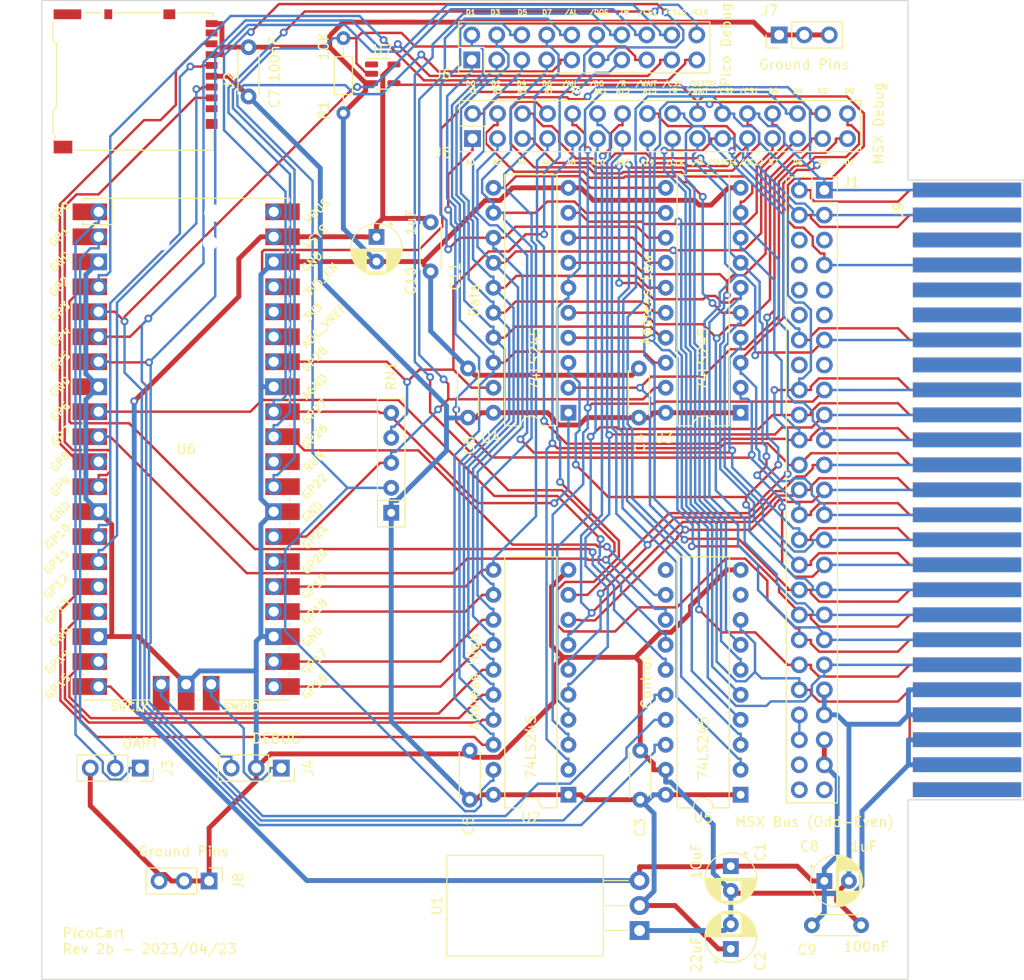
<source format=kicad_pcb>
(kicad_pcb (version 20240108) (generator "pcbnew") (generator_version "8.0")
  (layers (0 "F.Cu" signal) (31 "B.Cu" signal) (34 "B.Paste" user) (35 "F.Paste" user) (36 "B.SilkS" user "B.Silkscreen") (37 "F.SilkS" user "F.Silkscreen") (38 "B.Mask" user) (39 "F.Mask" user) (44 "Edge.Cuts" user))
  (net 0 "")
  (net 1 "+5V")
  (net 2 "GND")
  (net 3 "+3.3V")
  (net 4 "{slash}E_CS1")
  (net 5 "{slash}E_CS2")
  (net 6 "{slash}E_CS12")
  (net 7 "{slash}E_SLTSEL")
  (net 10 "{slash}WAIT")
  (net 16 "{slash}E_WRITE")
  (net 17 "{slash}E_READ")
  (net 20 "/E_A9")
  (net 21 "/E_A15")
  (net 22 "/E_A11")
  (net 23 "/E_A10")
  (net 24 "/E_A7")
  (net 25 "/E_A6")
  (net 26 "/E_A12")
  (net 27 "/E_A8")
  (net 28 "/E_A14")
  (net 29 "/E_A13")
  (net 30 "/E_A1")
  (net 31 "/E_A0")
  (net 32 "/E_A3")
  (net 33 "/E_A2")
  (net 34 "/E_A5")
  (net 35 "/E_A4")
  (net 36 "/E_D1")
  (net 37 "/E_D0")
  (net 38 "/E_D3")
  (net 39 "/E_D2")
  (net 40 "/E_D5")
  (net 41 "/E_D4")
  (net 42 "/E_D7")
  (net 43 "/E_D6")
  (net 44 "E_CLK")
  (net 45 "Net-(J1-Pin_44)")
  (net 50 "SPI_CS")
  (net 51 "SPI_MOSI")
  (net 52 "SPI_SCK")
  (net 53 "SPI_MISO")
  (net 55 "UART_TX")
  (net 56 "UART_RX")
  (net 57 "Net-(J4-Pin_1)")
  (net 58 "Net-(J4-Pin_3)")
  (net 59 "/I_D7")
  (net 60 "/I_D6")
  (net 61 "/I_D5")
  (net 62 "/I_D4")
  (net 63 "/I_D3")
  (net 64 "/I_D2")
  (net 65 "/I_D1")
  (net 66 "/I_D0")
  (net 67 "{slash}AHOE")
  (net 68 "{slash}ALOE")
  (net 69 "{slash}DOUT")
  (net 70 "{slash}DOE")
  (net 73 "I_CLK")
  (net 74 "{slash}I_WRITE")
  (net 75 "{slash}I_READ")
  (net 76 "{slash}I_SLTSEL")
  (net 77 "{slash}I_CS12")
  (net 78 "{slash}I_CS2")
  (net 79 "{slash}I_CS1")
  (net 80 "{slash}I_WAIT")
  (net 96 "Net-(J9-Pin_44)")
  (footprint "Connector_PinSocket_2.54mm:PinSocket_1x03_P2.54mm_Vertical" (layer "F.Cu") (at 131.825 119.025 -90)
    (property "Reference" "J4")
    (property "Value" "DEBUG")
  )
  (footprint "Capacitor_THT:C_Disc_D4.3mm_W1.9mm_P5.00mm" (layer "F.Cu") (at 168.2971 122.24 90)
    (property "Reference" "C3")
    (property "Value" "100nF" (hide yes))
  )
  (footprint "Capacitor_THT:C_Disc_D4.3mm_W1.9mm_P5.00mm" (layer "F.Cu") (at 147 63.54 -90)
    (property "Reference" "C11")
    (property "Value" "100nF" (hide yes))
  )
  (footprint "Package_DIP:DIP-20_W7.62mm" (layer "F.Cu") (at 161 82.9 180)
    (property "Reference" "U4")
    (property "Value" "74LS245")
  )
  (footprint "Capacitor_THT:CP_Radial_D5.0mm_P2.50mm" (layer "F.Cu") (at 187 130.5)
    (property "Reference" "C8")
    (property "Value" "1uF")
  )
  (footprint "Resistor_THT:R_Array_SIP5" (layer "F.Cu") (at 143 93.08 90)
    (property "Reference" "RN1")
    (property "Value" "10K" (hide yes))
  )
  (footprint "Connector_PinHeader_2.54mm:PinHeader_1x03_P2.54mm_Vertical" (layer "F.Cu") (at 182.42 44.5 90)
    (property "Reference" "J7")
    (property "Value" "Ground Pins")
  )
  (footprint "Capacitor_THT:CP_Radial_D5.0mm_P2.50mm" (layer "F.Cu") (at 141.5 65.04 -90)
    (property "Reference" "C10")
    (property "Value" "1uF")
  )
  (footprint "Capacitor_THT:C_Disc_D4.3mm_W1.9mm_P5.00mm" (layer "F.Cu") (at 185.74 135)
    (property "Reference" "C9")
    (property "Value" "100nF")
  )
  (footprint "Capacitor_THT:C_Disc_D4.3mm_W1.9mm_P5.00mm" (layer "F.Cu") (at 168.1581 83.4 90)
    (property "Reference" "C4")
    (property "Value" "100nF" (hide yes))
  )
  (footprint "Capacitor_THT:CP_Radial_D5.0mm_P2.50mm" (layer "F.Cu") (at 177.5 137.4102 90)
    (property "Reference" "C2")
    (property "Value" "22uF")
  )
  (footprint "Connector_Card:microSD_HC_Hirose_DM3AT-SF-PEJM5" (layer "F.Cu") (at 117.025 49.225 -90)
    (property "Reference" "J2")
    (property "Value" "Micro_SD_Card")
  )
  (footprint "Capacitor_THT:C_Disc_D4.3mm_W1.9mm_P5.00mm" (layer "F.Cu") (at 150.9771 122.24 90)
    (property "Reference" "C5")
    (property "Value" "100nF" (hide yes))
  )
  (footprint "Connector_PinHeader_2.54mm:PinHeader_2x10_P2.54mm_Vertical" (layer "F.Cu") (at 151.18 47.04 90)
    (property "Reference" "J6")
    (property "Value" "Pico Debug")
  )
  (footprint "Capacitor_THT:C_Disc_D4.3mm_W1.9mm_P5.00mm" (layer "F.Cu") (at 128.5 50.75 90)
    (property "Reference" "C7")
    (property "Value" "100nF")
  )
  (footprint "PicoCartLibrary:MSX_Cartridge" (layer "F.Cu") (at 201.627 90.75 90)
    (property "Reference" "J9")
    (property "Value" "Edge Connector")
  )
  (footprint "Connector_PinHeader_2.54mm:PinHeader_1x03_P2.54mm_Vertical" (layer "F.Cu") (at 124.5 130.5 -90)
    (property "Reference" "J8")
    (property "Value" "Ground Pins")
  )
  (footprint "Capacitor_THT:C_Disc_D4.3mm_W1.9mm_P5.00mm" (layer "F.Cu") (at 150.7972 83.4 90)
    (property "Reference" "C6")
    (property "Value" "100nF" (hide yes))
  )
  (footprint "Connector_PinHeader_2.54mm:PinHeader_2x16_P2.54mm_Vertical" (layer "F.Cu") (at 151.26 55.04 90)
    (property "Reference" "J5")
    (property "Value" "MSX Debug")
  )
  (footprint "Connector_PinSocket_2.54mm:PinSocket_1x03_P2.54mm_Vertical" (layer "F.Cu") (at 117.5 119.025 -90)
    (property "Reference" "J3")
    (property "Value" "UART")
  )
  (footprint "PicoCartLibrary:RPi_Pico_SMD_TH" (layer "F.Cu") (at 122.165 86.61)
    (property "Reference" "U6")
    (property "Value" "Pico")
  )
  (footprint "Package_TO_SOT_SMD:SOT-23-5" (layer "F.Cu") (at 142.1375 48.45)
    (property "Reference" "U7")
    (property "Value" "SN74LV1T34DBV" (hide yes))
  )
  (footprint "Package_DIP:DIP-20_W7.62mm" (layer "F.Cu") (at 178.5 82.9 180)
    (property "Reference" "U3")
    (property "Value" "74LS245")
  )
  (footprint "Resistor_THT:R_Axial_DIN0204_L3.6mm_D1.6mm_P7.62mm_Horizontal" (layer "F.Cu") (at 138.1375 52.45 90)
    (property "Reference" "R1")
    (property "Value" "10K")
  )
  (footprint "Capacitor_THT:CP_Radial_D5.0mm_P2.50mm" (layer "F.Cu") (at 177.5 129 -90)
    (property "Reference" "C1")
    (property "Value" "10uF")
  )
  (footprint "Package_DIP:DIP-20_W7.62mm" (layer "F.Cu") (at 178.5 121.74 180)
    (property "Reference" "U5")
    (property "Value" "74LS245")
  )
  (footprint "Connector_PinHeader_2.54mm:PinHeader_2x25_P2.54mm_Vertical" (layer "F.Cu") (at 187 60.275)
    (property "Reference" "J1")
    (property "Value" "MSX Bus (Odd-Even)")
  )
  (footprint "Package_DIP:DIP-20_W7.62mm" (layer "F.Cu") (at 161 121.74 180)
    (property "Reference" "U2")
    (property "Value" "74LS245")
  )
  (footprint "Package_TO_SOT_THT:TO-220-3_Horizontal_TabDown" (layer "F.Cu") (at 168.23 135.54 90)
    (property "Reference" "U1")
    (property "Value" "LD1117S33TR_SOT223" (hide yes))
  )
  (gr_poly (pts (xy 107.5 41) (xy 195.5 41) (xy 195.5 47.5) (xy 195.5 59.25) (xy 207.25 59.25) (xy 207.25 122.25) (xy 195.5 122.25) (xy 195.5 134) (xy 195.5 140.5) (xy 107.5 140.5) (xy 107.5 137.5)) (stroke (width 0.1)) (fill none) (layer "Edge.Cuts"))
  (gr_text "/R" (at 165.75 49.75 0) (layer "F.SilkS") (effects (font (size 0.5 0.5) (thickness 0.125)) (justify left bottom)))
  (gr_text "D4" (at 183.75 50.5 0) (layer "F.SilkS") (effects (font (size 0.5 0.5) (thickness 0.125)) (justify left bottom)))
  (gr_text "A13" (at 165.75 50.5 0) (layer "F.SilkS") (effects (font (size 0.5 0.5) (thickness 0.125)) (justify left bottom)))
  (gr_text "D3" (at 186.25 57.75 0) (layer "F.SilkS") (effects (font (size 0.5 0.5) (thickness 0.125)) (justify left bottom)))
  (gr_text "D4" (at 155.666666 49.75 0) (layer "F.SilkS") (effects (font (size 0.5 0.5) (thickness 0.125)) (justify left bottom)))
  (gr_text "A2" (at 153.25 57.75 0) (layer "F.SilkS") (effects (font (size 0.5 0.5) (thickness 0.125)) (justify left bottom)))
  (gr_text "A6" (at 158.25 57.75 0) (layer "F.SilkS") (effects (font (size 0.5 0.5) (thickness 0.125)) (justify left bottom)))
  (gr_text "/CS1" (at 168 42.5 0) (layer "F.SilkS") (effects (font (size 0.5 0.5) (thickness 0.125)) (justify left bottom)))
  (gr_text "A7" (at 158.5 50.5 0) (layer "F.SilkS") (effects (font (size 0.5 0.5) (thickness 0.125)) (justify left bottom)))
  (gr_text "/CS2" (at 175.75 50.5 0) (layer "F.SilkS") (effects (font (size 0.5 0.5) (thickness 0.125)) (justify left bottom)))
  (gr_text "/AH" (at 160.25 49.75 0) (layer "F.SilkS") (effects (font (size 0.5 0.5) (thickness 0.125)) (justify left bottom)))
  (gr_text "D6" (at 181.25 50.5 0) (layer "F.SilkS") (effects (font (size 0.5 0.5) (thickness 0.125)) (justify left bottom)))
  (gr_text "D0" (at 150.5 49.75 0) (layer "F.SilkS") (effects (font (size 0.5 0.5) (thickness 0.125)) (justify left bottom)))
  (gr_text "D3" (at 153 42.5 0) (layer "F.SilkS") (effects (font (size 0.5 0.5) (thickness 0.125)) (justify left bottom)))
  (gr_text "/DO" (at 163 49.75 0) (layer "F.SilkS") (effects (font (size 0.5 0.5) (thickness 0.125)) (justify left bottom)))
  (gr_text "/AL" (at 160.5 42.5 0) (layer "F.SilkS") (effects (font (size 0.5 0.5) (thickness 0.125)) (justify left bottom)))
  (gr_text "A14" (at 168.25 57.75 0) (layer "F.SilkS") (effects (font (size 0.5 0.5) (thickness 0.125)) (justify left bottom)))
  (gr_text "A9" (at 161.25 50.5 0) (layer "F.SilkS") (effects (font (size 0.5 0.5) (thickness 0.125)) (justify left bottom)))
  (gr_text "/W" (at 173.5 57.75 0) (layer "F.SilkS") (effects (font (size 0.5 0.5) (thickness 0.125)) (justify left bottom)))
  (gr_text "/WAIT" (at 167.75 49.75 0) (layer "F.SilkS") (effects (font (size 0.5 0.5) (thickness 0.125)) (justify left bottom)))
  (gr_text "/SLTSEL" (at 175 57.75 0) (layer "F.SilkS") (effects (font (size 0.5 0.5) (thickness 0.125)) (justify left bottom)))
  (gr_text "A10" (at 163.25 57.75 0) (layer "F.SilkS") (effects (font (size 0.5 0.5) (thickness 0.125)) (justify left bottom)))
  (gr_text "Control" (at 169.5 113.116787 90) (layer "F.SilkS") (effects (font (size 1 1)) (justify left bottom)))
  (gr_text "D2" (at 186.25 50.5 0) (layer "F.SilkS") (effects (font (size 0.5 0.5) (thickness 0.125)) (justify left bottom)))
  (gr_text "Address High" (at 152 115.25012 90) (layer "F.SilkS") (effects (font (size 1 1)) (justify left bottom)))
  (gr_text "A8" (at 160.75 57.75 0) (layer "F.SilkS") (effects (font (size 0.5 0.5) (thickness 0.125)) (justify left bottom)))
  (gr_text "/CS12" (at 170.5 42.5 0) (layer "F.SilkS") (effects (font (size 0.5 0.5) (thickness 0.125)) (justify left bottom)))
  (gr_text "/CS2" (at 170.5 49.75 0) (layer "F.SilkS") (effects (font (size 0.5 0.5) (thickness 0.125)) (justify left bottom)))
  (gr_text "A11" (at 163.5 50.5 0) (layer "F.SilkS") (effects (font (size 0.5 0.5) (thickness 0.125)) (justify left bottom)))
  (gr_text "D5" (at 183.75 57.75 0) (layer "F.SilkS") (effects (font (size 0.5 0.5) (thickness 0.125)) (justify left bottom)))
  (gr_text "/CLK" (at 170.75 57.75 0) (layer "F.SilkS") (effects (font (size 0.5 0.5) (thickness 0.125)) (justify left bottom)))
  (gr_text "D2" (at 153.083333 49.75 0) (layer "F.SilkS") (effects (font (size 0.5 0.5) (thickness 0.125)) (justify left bottom)))
  (gr_text "/W" (at 166 42.5 0) (layer "F.SilkS") (effects (font (size 0.5 0.5) (thickness 0.125)) (justify left bottom)))
  (gr_text "/DOE" (at 163 42.5 0) (layer "F.SilkS") (effects (font (size 0.5 0.5) (thickness 0.125)) (justify left bottom)))
  (gr_text "/CS1" (at 178.25 50.5 0) (layer "F.SilkS") (effects (font (size 0.5 0.5) (thickness 0.125)) (justify left bottom)))
  (gr_text "A5" (at 155.75 50.5 0) (layer "F.SilkS") (effects (font (size 0.5 0.5) (thickness 0.125)) (justify left bottom)))
  (gr_text "/CS12" (at 178.25 57.75 0) (layer "F.SilkS") (effects (font (size 0.5 0.5) (thickness 0.125)) (justify left bottom)))
  (gr_text "Address Low" (at 169.5 76.124406 90) (layer "F.SilkS") (effects (font (size 1 1)) (justify left bottom)))
  (gr_text "D7" (at 158.25 42.5 0) (layer "F.SilkS") (effects (font (size 0.5 0.5) (thickness 0.125)) (justify left bottom)))
  (gr_text "A4" (at 155.75 57.75 0) (layer "F.SilkS") (effects (font (size 0.5 0.5) (thickness 0.125)) (justify left bottom)))
  (gr_text "Data" (at 152 73.252977 90) (layer "F.SilkS") (effects (font (size 1 1)) (justify left bottom)))
  (gr_text "D6" (at 158.25 49.75 0) (layer "F.SilkS") (effects (font (size 0.5 0.5) (thickness 0.125)) (justify left bottom)))
  (gr_text "A15" (at 168.5 50.5 0) (layer "F.SilkS") (effects (font (size 0.5 0.5) (thickness 0.125)) (justify left bottom)))
  (gr_text "D7" (at 181.25 57.75 0) (layer "F.SilkS") (effects (font (size 0.5 0.5) (thickness 0.125)) (justify left bottom)))
  (gr_text "D0" (at 189 50.5 0) (layer "F.SilkS") (effects (font (size 0.5 0.5) (thickness 0.125)) (justify left bottom)))
  (gr_text "PicoCart\nRev 2b - 2023/04/23" (at 109.5 138 0) (layer "F.SilkS") (effects (font (size 1 1)) (justify left bottom)))
  (gr_text "/R" (at 171 50.5 0) (layer "F.SilkS") (effects (font (size 0.5 0.5) (thickness 0.125)) (justify left bottom)))
  (gr_text "A3" (at 153.25 50.5 0) (layer "F.SilkS") (effects (font (size 0.5 0.5) (thickness 0.125)) (justify left bottom)))
  (gr_text "/SLTSEL" (at 173 49.75 0) (layer "F.SilkS") (effects (font (size 0.5 0.5) (thickness 0.125)) (justify left bottom)))
  (gr_text "D1" (at 189 57.75 0) (layer "F.SilkS") (effects (font (size 0.5 0.5) (thickness 0.125)) (justify left bottom)))
  (gr_text "/WAIT" (at 173 50.5 0) (layer "F.SilkS") (effects (font (size 0.5 0.5) (thickness 0.125)) (justify left bottom)))
  (gr_text "D1" (at 150.5 42.5 0) (layer "F.SilkS") (effects (font (size 0.5 0.5) (thickness 0.125)) (justify left bottom)))
  (gr_text "A12" (at 165.75 57.75 0) (layer "F.SilkS") (effects (font (size 0.5 0.5) (thickness 0.125)) (justify left bottom)))
  (gr_text "/CLK" (at 173.25 42.5 0) (layer "F.SilkS") (effects (font (size 0.5 0.5) (thickness 0.125)) (justify left bottom)))
  (gr_text "A1" (at 150.75 50.5 0) (layer "F.SilkS") (effects (font (size 0.5 0.5) (thickness 0.125)) (justify left bottom)))
  (gr_text "D5" (at 155.75 42.5 0) (layer "F.SilkS") (effects (font (size 0.5 0.5) (thickness 0.125)) (justify left bottom)))
  (gr_text "A0" (at 150.5 57.75 0) (layer "F.SilkS") (effects (font (size 0.5 0.5) (thickness 0.125)) (justify left bottom)))
  (segment (start 127.5114 71.1038) (end 127.5114 67.2635) (width 0.5) (layer "F.Cu") (net 1))
  (segment (start 187 118.695) (end 187 116.155) (width 0.5) (layer "F.Cu") (net 1))
  (segment (start 142.1375 63.1524) (end 142.1375 48.6375) (width 0.5) (layer "F.Cu") (net 1))
  (segment (start 168.23 129.0574) (end 176.1925 129.0574) (width 0.5) (layer "F.Cu") (net 1))
  (segment (start 141.5 65.04) (end 141.5 63.7899) (width 0.5) (layer "F.Cu") (net 1))
  (segment (start 142.1375 48.6375) (end 143.275 47.5) (width 0.5) (layer "F.Cu") (net 1))
  (segment (start 177.5 129) (end 184.2499 129) (width 0.5) (layer "F.Cu") (net 1))
  (segment (start 177.5 129) (end 176.2499 129) (width 0.5) (layer "F.Cu") (net 1))
  (segment (start 131.055 65.02) (end 140.2299 65.02) (width 0.5) (layer "F.Cu") (net 1))
  (segment (start 131.055 65.02) (end 129.7549 65.02) (width 0.5) (layer "F.Cu") (net 1))
  (segment (start 184.2499 129) (end 185.7499 130.5) (width 0.5) (layer "F.Cu") (net 1))
  (segment (start 187 130.5) (end 185.7499 130.5) (width 0.5) (layer "F.Cu") (net 1))
  (segment (start 142.1375 63.1524) (end 146.6124 63.1524) (width 0.5) (layer "F.Cu") (net 1))
  (segment (start 140.2299 65.02) (end 140.2499 65.04) (width 0.5) (layer "F.Cu") (net 1))
  (segment (start 176.1925 129.0574) (end 176.2499 129) (width 0.5) (layer "F.Cu") (net 1))
  (segment (start 127.5114 67.2635) (end 129.7549 65.02) (width 0.5) (layer "F.Cu") (net 1))
  (segment (start 141.5 63.7899) (end 142.1375 63.1524) (width 0.5) (layer "F.Cu") (net 1))
  (segment (start 146.6124 63.1524) (end 147 63.54) (width 0.5) (layer "F.Cu") (net 1))
  (segment (start 116.8877 81.7275) (end 127.5114 71.1038) (width 0.5) (layer "F.Cu") (net 1))
  (segment (start 168.23 130.46) (end 168.23 129.0574) (width 0.5) (layer "F.Cu") (net 1))
  (segment (start 141.5 65.04) (end 140.2499 65.04) (width 0.5) (layer "F.Cu") (net 1))
  (via (at 116.8877 81.7275) (size 0.8) (drill 0.4) (layers "F.Cu" "B.Cu") (net 1))
  (segment (start 188.3096 120.0046) (end 187 118.695) (width 0.5) (layer "B.Cu") (net 1))
  (segment (start 187 130.5) (end 187 129.2499) (width 0.5) (layer "B.Cu") (net 1))
  (segment (start 187 131.7951) (end 187 130.5) (width 0.5) (layer "B.Cu") (net 1))
  (segment (start 190.8273 123.4126) (end 190.8273 130.9531) (width 0.5) (layer "B.Cu") (net 1))
  (segment (start 190.8273 130.9531) (end 189.9853 131.7951) (width 0.5) (layer "B.Cu") (net 1))
  (segment (start 187 131.7951) (end 187 133.74) (width 0.5) (layer "B.Cu") (net 1))
  (segment (start 188.3096 127.9403) (end 188.3096 120.0046) (width 0.5) (layer "B.Cu") (net 1))
  (segment (start 116.8877 112.9311) (end 134.4166 130.46) (width 0.5) (layer "B.Cu") (net 1))
  (segment (start 195.5499 118.69) (end 190.8273 123.4126) (width 0.5) (layer "B.Cu") (net 1))
  (segment (start 195.5499 118.69) (end 195.5499 116.15) (width 0.5) (layer "B.Cu") (net 1))
  (segment (start 189.9853 131.7951) (end 187 131.7951) (width 0.5) (layer "B.Cu") (net 1))
  (segment (start 116.8877 81.7275) (end 116.8877 112.9311) (width 0.5) (layer "B.Cu") (net 1))
  (segment (start 201.5 116.15) (end 195.5499 116.15) (width 0.5) (layer "B.Cu") (net 1))
  (segment (start 201.5 118.69) (end 195.725 118.69) (width 0.5) (layer "B.Cu") (net 1))
  (segment (start 195.725 118.69) (end 195.5499 118.69) (width 0.5) (layer "B.Cu") (net 1))
  (segment (start 134.4166 130.46) (end 168.23 130.46) (width 0.5) (layer "B.Cu") (net 1))
  (segment (start 187 129.2499) (end 188.3096 127.9403) (width 0.5) (layer "B.Cu") (net 1))
  (segment (start 187 133.74) (end 185.74 135) (width 0.5) (layer "B.Cu") (net 1))
  (segment (start 132.3551 67.56) (end 132.3751 67.54) (width 0.5) (layer "F.Cu") (net 2))
  (segment (start 161.2566 60.04) (end 162.2501 60.04) (width 0.5) (layer "F.Cu") (net 2))
  (segment (start 140.3943 49.4) (end 141 49.4) (width 0.5) (layer "F.Cu") (net 2))
  (segment (start 188.2498 132.5098) (end 190.74 135) (width 0.5) (layer "F.Cu") (net 2))
  (segment (start 171.4179 105.23) (end 170.3569 105.23) (width 0.5) (layer "F.Cu") (net 2))
  (segment (start 125.8002 45.75) (end 125.8002 46.4999) (width 0.5) (layer "F.Cu") (net 2))
  (segment (start 175.4898 61.8001) (end 177.2499 60.04) (width 0.5) (layer "F.Cu") (net 2))
  (segment (start 136.7522 45.7579) (end 140.3943 49.4) (width 0.5) (layer "F.Cu") (net 2))
  (segment (start 153.9093 117.93) (end 159.7115 112.1278) (width 0.5) (layer "F.Cu") (net 2))
  (segment (start 187.5 44.5) (end 184.96 44.5) (width 0.5) (layer "F.Cu") (net 2))
  (segment (start 163.5201 61.31) (end 173.8072 61.31) (width 0.5) (layer "F.Cu") (net 2))
  (segment (start 173.4117 102.5501) (end 173.4117 103.2362) (width 0.5) (layer "F.Cu") (net 2))
  (segment (start 178.5 60.04) (end 177.2499 60.04) (width 0.5) (layer "F.Cu") (net 2))
  (segment (start 168.2971 108.2502) (end 168.2971 117.24) (width 0.5) (layer "F.Cu") (net 2))
  (segment (start 151.3221 117.93) (end 153.9093 117.93) (width 0.5) (layer "F.Cu") (net 2))
  (segment (start 169.6299 118.5728) (end 168.2971 117.24) (width 0.5) (layer "F.Cu") (net 2))
  (segment (start 150.9771 117.585) (end 151.3221 117.93) (width 0.5) (layer "F.Cu") (net 2))
  (segment (start 128.5 45.75) (end 125.8002 45.75) (width 0.5) (layer "F.Cu") (net 2))
  (segment (start 138.1375 52.45) (end 140.3943 50.1932) (width 0.5) (layer "F.Cu") (net 2))
  (segment (start 174.2973 61.8001) (end 175.4898 61.8001) (width 0.5) (layer "F.Cu") (net 2))
  (segment (start 130.725 117.585) (end 129.285 119.025) (width 0.5) (layer "F.Cu") (net 2))
  (segment (start 150.9771 117.24) (end 150.9771 117.585) (width 0.5) (layer "F.Cu") (net 2))
  (segment (start 112.42 119.025) (end 112.42 122.8499) (width 0.5) (layer "F.Cu") (net 2))
  (segment (start 182.42 44.5) (end 181.1199 44.5) (width 0.5) (layer "F.Cu") (net 2))
  (segment (start 160.4713 107.77) (end 159.2843 106.583) (width 0.5) (layer "F.Cu") (net 2))
  (segment (start 136.7522 45.75) (end 128.5 45.75) (width 0.5) (layer "F.Cu") (net 2))
  (segment (start 117.315 105.66) (end 122.165 110.51) (width 0.5) (layer "F.Cu") (net 2))
  (segment (start 131.055 67.56) (end 132.3551 67.56) (width 0.5) (layer "F.Cu") (net 2))
  (segment (start 159.2843 100.5957) (end 161 98.88) (width 0.5) (layer "F.Cu") (net 2))
  (segment (start 140.3943 50.1932) (end 140.3943 49.4) (width 0.5) (layer "F.Cu") (net 2))
  (segment (start 177.0818 98.88) (end 173.4117 102.5501) (width 0.5) (layer "F.Cu") (net 2))
  (segment (start 129.285 119.025) (end 129.285 120.3251) (width 0.5) (layer "F.Cu") (net 2))
  (segment (start 161 60.04) (end 155.3186 60.04) (width 0.5) (layer "F.Cu") (net 2))
  (segment (start 178.5 98.88) (end 177.2499 98.88) (width 0.5) (layer "F.Cu") (net 2))
  (segment (start 150.9771 117.585) (end 130.725 117.585) (width 0.5) (layer "F.Cu") (net 2))
  (segment (start 154.0288 61.3298) (end 152.5479 61.3298) (width 0.5) (layer "F.Cu") (net 2))
  (segment (start 151.4872 79.09) (end 167.4681 79.09) (width 0.5) (layer "F.Cu") (net 2))
  (segment (start 179.8198 43.1999) (end 181.1199 44.5) (width 0.5) (layer "F.Cu") (net 2))
  (segment (start 146.3087 67.54) (end 146.3232 67.5545) (width 0.5) (layer "F.Cu") (net 2))
  (segment (start 136.7522 45.75) (end 136.7522 45.7579) (width 0.5) (layer "F.Cu") (net 2))
  (segment (start 112.42 122.8499) (end 119.42 129.8499) (width 0.5) (layer "F.Cu") (net 2))
  (segment (start 146.3232 67.8632) (end 147 68.54) (width 0.5) (layer "F.Cu") (net 2))
  (segment (start 161 60.04) (end 161.2566 60.04) (width 0.5) (layer "F.Cu") (net 2))
  (segment (start 173.4117 103.2362) (end 171.4179 105.23) (width 0.5) (layer "F.Cu") (net 2))
  (segment (start 150.7972 78.4) (end 151.4872 79.09) (width 0.5) (layer "F.Cu") (net 2))
  (segment (start 146.3232 67.5545) (end 146.3232 67.8632) (width 0.5) (layer "F.Cu") (net 2))
  (segment (start 124.75 43.35) (end 125.8001 43.35) (width 0.5) (layer "F.Cu") (net 2))
  (segment (start 188.2498 131.7502) (end 188.2498 132.5098) (width 0.5) (layer "F.Cu") (net 2))
  (segment (start 155.3186 60.04) (end 154.0288 61.3298) (width 0.5) (layer "F.Cu") (net 2))
  (segment (start 167.8169 107.77) (end 160.4713 107.77) (width 0.5) (layer "F.Cu") (net 2))
  (segment (start 173.8072 61.31) (end 174.2973 61.8001) (width 0.5) (layer "F.Cu") (net 2))
  (segment (start 159.7115 112.1278) (end 159.7115 108.5298) (width 0.5) (layer "F.Cu") (net 2))
  (segment (start 177.5 131.5) (end 177.7502 131.7502) (width 0.5) (layer "F.Cu") (net 2))
  (segment (start 169.6299 119.2) (end 169.6299 118.5728) (width 0.5) (layer "F.Cu") (net 2))
  (segment (start 129.285 120.3251) (end 124.5 125.1101) (width 0.5) (layer "F.Cu") (net 2))
  (segment (start 121.96 130.5) (end 124.5 130.5) (width 0.5) (layer "F.Cu") (net 2))
  (segment (start 152.5479 61.3298) (end 146.3232 67.5545) (width 0.5) (layer "F.Cu") (net 2))
  (segment (start 136.7522 44.5726) (end 138.1249 43.1999) (width 0.5) (layer "F.Cu") (net 2))
  (segment (start 124.5 125.1101) (end 124.5 130.5) (width 0.5) (layer "F.Cu") (net 2))
  (segment (start 120.0098 129.8499) (end 120.6599 130.5) (width 0.5) (layer "F.Cu") (net 2))
  (segment (start 114.6005 105.66) (end 114.6005 94.2855) (width 0.5) (layer "F.Cu") (net 2))
  (segment (start 177.7502 131.7502) (end 188.2498 131.7502) (width 0.5) (layer "F.Cu") (net 2))
  (segment (start 125.8001 43.35) (end 125.8001 45.7499) (width 0.5) (layer "F.Cu") (net 2))
  (segment (start 114.6005 105.66) (end 117.315 105.66) (width 0.5) (layer "F.Cu") (net 2))
  (segment (start 184.96 44.5) (end 182.42 44.5) (width 0.5) (layer "F.Cu") (net 2))
  (segment (start 119.42 129.8499) (end 120.0098 129.8499) (width 0.5) (layer "F.Cu") (net 2))
  (segment (start 119.42 130.5) (end 119.42 129.8499) (width 0.5) (layer "F.Cu") (net 2))
  (segment (start 136.7522 45.75) (end 136.7522 44.5726) (width 0.5) (layer "F.Cu") (net 2))
  (segment (start 159.2843 106.583) (end 159.2843 100.5957) (width 0.5) (layer "F.Cu") (net 2))
  (segment (start 188.2498 131.7502) (end 189.5 130.5) (width 0.5) (layer "F.Cu") (net 2))
  (segment (start 132.3751 67.54) (end 141.5 67.54) (width 0.5) (layer "F.Cu") (net 2))
  (segment (start 124.75 46.5) (end 125.8001 46.5) (width 0.5) (layer "F.Cu") (net 2))
  (segment (start 141.5 67.54) (end 146.3087 67.54) (width 0.5) (layer "F.Cu") (net 2))
  (segment (start 167.4681 79.09) (end 168.1581 78.4) (width 0.5) (layer "F.Cu") (net 2))
  (segment (start 121.96 130.5) (end 120.6599 130.5) (width 0.5) (layer "F.Cu") (net 2))
  (segment (start 167.8169 107.77) (end 168.2971 108.2502) (width 0.5) (layer "F.Cu") (net 2))
  (segment (start 138.1249 43.1999) (end 179.8198 43.1999) (width 0.5) (layer "F.Cu") (net 2))
  (segment (start 177.2499 98.88) (end 177.0818 98.88) (width 0.5) (layer "F.Cu") (net 2))
  (segment (start 162.2501 60.04) (end 163.5201 61.31) (width 0.5) (layer "F.Cu") (net 2))
  (segment (start 125.8002 46.4999) (end 125.8001 46.5) (width 0.5) (layer "F.Cu") (net 2))
  (segment (start 170.88 119.2) (end 169.6299 119.2) (width 0.5) (layer "F.Cu") (net 2))
  (segment (start 113.275 105.66) (end 114.6005 105.66) (width 0.5) (layer "F.Cu") (net 2))
  (segment (start 114.6005 94.2855) (end 113.275 92.96) (width 0.5) (layer "F.Cu") (net 2))
  (segment (start 159.7115 108.5298) (end 160.4713 107.77) (width 0.5) (layer "F.Cu") (net 2))
  (segment (start 125.8001 45.7499) (end 125.8002 45.75) (width 0.5) (layer "F.Cu") (net 2))
  (segment (start 170.3569 105.23) (end 167.8169 107.77) (width 0.5) (layer "F.Cu") (net 2))
  (segment (start 111.9735 68.8615) (end 111.9735 78.9585) (width 0.5) (layer "B.Cu") (net 2))
  (segment (start 113.275 92.96) (end 111.9748 91.6598) (width 0.5) (layer "B.Cu") (net 2))
  (segment (start 168.23 135.54) (end 176.8702 135.54) (width 0.5) (layer "B.Cu") (net 2))
  (segment (start 131.055 80.26) (end 129.7549 80.26) (width 0.5) (layer "B.Cu") (net 2))
  (segment (start 129.7549 94.2601) (end 131.055 92.96) (width 0.5) (layer "B.Cu") (net 2))
  (segment (start 177.5 131.5) (end 175.7166 129.7166) (width 0.5) (layer "B.Cu") (net 2))
  (segment (start 194.5899 114.57) (end 195.5499 113.61) (width 0.5) (layer "B.Cu") (net 2))
  (segment (start 131.055 105.66) (end 129.7549 105.66) (width 0.5) (layer "B.Cu") (net 2))
  (segment (start 195.5499 113.61) (end 195.5499 111.07) (width 0.5) (layer "B.Cu") (net 2))
  (segment (start 131.055 67.56) (end 129.7549 68.8601) (width 0.5) (layer "B.Cu") (net 2))
  (segment (start 195.725 113.61) (end 195.5499 113.61) (width 0.5) (layer "B.Cu") (net 2))
  (segment (start 177.5 131.5) (end 177.5 134.9102) (width 0.5) (layer "B.Cu") (net 2))
  (segment (start 129.285 109.1506) (end 123.5244 109.1506) (width 0.5) (layer "B.Cu") (net 2))
  (segment (start 175.7166 129.7166) (end 175.7166 124.7687) (width 0.5) (layer "B.Cu") (net 2))
  (segment (start 129.7549 91.6599) (end 131.055 92.96) (width 0.5) (layer "B.Cu") (net 2))
  (segment (start 138.1375 64.1775) (end 138.1375 52.45) (width 0.5) (layer "B.Cu") (net 2))
  (segment (start 123.5244 109.1506) (end 122.165 110.51) (width 0.5) (layer "B.Cu") (net 2))
  (segment (start 141.5 67.54) (end 138.1375 64.1775) (width 0.5) (layer "B.Cu") (net 2))
  (segment (start 129.7549 80.26) (end 129.7549 91.6599) (width 0.5) (layer "B.Cu") (net 2))
  (segment (start 129.285 109.1506) (end 129.285 106.1299) (width 0.5) (layer "B.Cu") (net 2))
  (segment (start 189.5 130.5) (end 189.5 114.57) (width 0.5) (layer "B.Cu") (net 2))
  (segment (start 129.285 106.1299) (end 129.7549 105.66) (width 0.5) (layer "B.Cu") (net 2))
  (segment (start 111.9735 78.9585) (end 113.275 80.26) (width 0.5) (layer "B.Cu") (net 2))
  (segment (start 176.8702 135.54) (end 177.5 134.9102) (width 0.5) (layer "B.Cu") (net 2))
  (segment (start 129.7549 68.8601) (end 129.7549 80.26) (width 0.5) (layer "B.Cu") (net 2))
  (segment (start 150.7972 78.4) (end 147 74.6028) (width 0.5) (layer "B.Cu") (net 2))
  (segment (start 129.285 119.025) (end 129.285 117.7249) (width 0.5) (layer "B.Cu") (net 2))
  (segment (start 201.5 113.61) (end 195.725 113.61) (width 0.5) (layer "B.Cu") (net 2))
  (segment (start 129.285 117.7249) (end 129.285 109.1506) (width 0.5) (layer "B.Cu") (net 2))
  (segment (start 171.398 120.4501) (end 170.88 120.4501) (width 0.5) (layer "B.Cu") (net 2))
  (segment (start 147 74.6028) (end 147 68.54) (width 0.5) (layer "B.Cu") (net 2))
  (segment (start 129.7549 105.66) (end 129.7549 94.2601) (width 0.5) (layer "B.Cu") (net 2))
  (segment (start 187 113.615) (end 187 111.075) (width 0.5) (layer "B.Cu") (net 2))
  (segment (start 201.5 111.07) (end 195.5499 111.07) (width 0.5) (layer "B.Cu") (net 2))
  (segment (start 170.88 119.2) (end 170.88 120.4501) (width 0.5) (layer "B.Cu") (net 2))
  (segment (start 187 113.615) (end 188.3001 113.615) (width 0.5) (layer "B.Cu") (net 2))
  (segment (start 111.9748 81.5602) (end 113.275 80.26) (width 0.5) (layer "B.Cu") (net 2))
  (segment (start 189.5 114.57) (end 194.5899 114.57) (width 0.5) (layer "B.Cu") (net 2))
  (segment (start 111.9748 91.6598) (end 111.9748 81.5602) (width 0.5) (layer "B.Cu") (net 2))
  (segment (start 188.3001 113.615) (end 189.2551 114.57) (width 0.5) (layer "B.Cu") (net 2))
  (segment (start 175.7166 124.7687) (end 171.398 120.4501) (width 0.5) (layer "B.Cu") (net 2))
  (segment (start 189.2551 114.57) (end 189.5 114.57) (width 0.5) (layer "B.Cu") (net 2))
  (segment (start 113.275 67.56) (end 111.9735 68.8615) (width 0.5) (layer "B.Cu") (net 2))
  (segment (start 153.38 82.9) (end 154.6301 82.9) (width 0.5) (layer "F.Cu") (net 3))
  (segment (start 170.88 121.74) (end 178.5 121.74) (width 0.5) (layer "F.Cu") (net 3))
  (segment (start 151.6299 122.24) (end 152.1299 121.74) (width 0.5) (layer "F.Cu") (net 3))
  (segment (start 162.0963 84.1501) (end 160.0134 84.1501) (width 0.5) (layer "F.Cu") (net 3))
  (segment (start 160.0134 84.1501) (end 159.3658 83.5025) (width 0.5) (layer "F.Cu") (net 3))
  (segment (start 161 121.74) (end 153.38 121.74) (width 0.5) (layer "F.Cu") (net 3))
  (segment (start 168.2971 122.24) (end 162.7501 122.24) (width 0.5) (layer "F.Cu") (net 3))
  (segment (start 153.38 82.9) (end 152.1299 82.9) (width 0.5) (layer "F.Cu") (net 3))
  (segment (start 158.8679 82.8921) (end 154.638 82.8921) (width 0.5) (layer "F.Cu") (net 3))
  (segment (start 124.75 48.7) (end 126.45 48.7) (width 0.5) (layer "F.Cu") (net 3))
  (segment (start 154.638 82.8921) (end 154.6301 82.9) (width 0.5) (layer "F.Cu") (net 3))
  (segment (start 169.1299 83.4) (end 169.6299 82.9) (width 0.5) (layer "F.Cu") (net 3))
  (segment (start 168.1581 83.4) (end 169.1299 83.4) (width 0.5) (layer "F.Cu") (net 3))
  (segment (start 153.38 121.74) (end 152.1299 121.74) (width 0.5) (layer "F.Cu") (net 3))
  (segment (start 168.23 133) (end 171.8397 133) (width 0.5) (layer "F.Cu") (net 3))
  (segment (start 150.7972 83.4) (end 151.6299 83.4) (width 0.5) (layer "F.Cu") (net 3))
  (segment (start 126.45 48.7) (end 128.5 50.75) (width 0.5) (layer "F.Cu") (net 3))
  (segment (start 159.3658 83.5025) (end 159.3658 83.39) (width 0.5) (layer "F.Cu") (net 3))
  (segment (start 168.1581 83.4) (end 162.8464 83.4) (width 0.5) (layer "F.Cu") (net 3))
  (segment (start 177.5 137.4102) (end 176.2499 137.4102) (width 0.5) (layer "F.Cu") (net 3))
  (segment (start 171.8397 133) (end 176.2499 137.4102) (width 0.5) (layer "F.Cu") (net 3))
  (segment (start 151.6299 83.4) (end 152.1299 82.9) (width 0.5) (layer "F.Cu") (net 3))
  (segment (start 162.7501 122.24) (end 162.2501 121.74) (width 0.5) (layer "F.Cu") (net 3))
  (segment (start 161 121.74) (end 162.2501 121.74) (width 0.5) (layer "F.Cu") (net 3))
  (segment (start 170.88 82.9) (end 178.5 82.9) (width 0.5) (layer "F.Cu") (net 3))
  (segment (start 159.3658 83.39) (end 158.8679 82.8921) (width 0.5) (layer "F.Cu") (net 3))
  (segment (start 170.88 82.9) (end 169.6299 82.9) (width 0.5) (layer "F.Cu") (net 3))
  (segment (start 162.8464 83.4) (end 162.0963 84.1501) (width 0.5) (layer "F.Cu") (net 3))
  (segment (start 150.9771 122.24) (end 151.6299 122.24) (width 0.5) (layer "F.Cu") (net 3))
  (segment (start 143.5469 91.8299) (end 148.6118 86.765) (width 0.5) (layer "B.Cu") (net 3))
  (segment (start 168.7135 122.6564) (end 169.6299 121.74) (width 0.5) (layer "B.Cu") (net 3))
  (segment (start 168.23 133) (end 169.7075 131.5225) (width 0.5) (layer "B.Cu") (net 3))
  (segment (start 148.6118 82.189) (end 148.6118 83.4382) (width 0.5) (layer "B.Cu") (net 3))
  (segment (start 143 114.2629) (end 143 93.08) (width 0.5) (layer "B.Cu") (net 3))
  (segment (start 150.9771 122.24) (end 143 114.2629) (width 0.5) (layer "B.Cu") (net 3))
  (segment (start 148.6118 83.4382) (end 150.759 83.4382) (width 0.5) (layer "B.Cu") (net 3))
  (segment (start 135.7917 58.0417) (end 135.7917 69.3689) (width 0.5) (layer "B.Cu") (net 3))
  (segment (start 168.7135 122.6564) (end 168.2971 122.24) (width 0.5) (layer "B.Cu") (net 3))
  (segment (start 148.6118 86.765) (end 148.6118 83.4382) (width 0.5) (layer "B.Cu") (net 3))
  (segment (start 150.759 83.4382) (end 150.7972 83.4) (width 0.5) (layer "B.Cu") (net 3))
  (segment (start 135.7917 69.3689) (end 148.6118 82.189) (width 0.5) (layer "B.Cu") (net 3))
  (segment (start 169.7075 123.6504) (end 168.7135 122.6564) (width 0.5) (layer "B.Cu") (net 3))
  (segment (start 170.88 121.74) (end 169.6299 121.74) (width 0.5) (layer "B.Cu") (net 3))
  (segment (start 169.7075 131.5225) (end 169.7075 123.6504) (width 0.5) (layer "B.Cu") (net 3))
  (segment (start 128.5 50.75) (end 135.7917 58.0417) (width 0.5) (layer "B.Cu") (net 3))
  (segment (start 143 91.8299) (end 143.5469 91.8299) (width 0.5) (layer "B.Cu") (net 3))
  (segment (start 143 93.08) (end 143 91.8299) (width 0.5) (layer "B.Cu") (net 3))
  (segment (start 177.677 58.301) (end 172.9664 58.301) (width 0.25) (layer "F.Cu") (net 4))
  (segment (start 179.5672 53.6751) (end 180.3752 54.4831) (width 0.25) (layer "F.Cu") (net 4))
  (segment (start 179.2 53.6751) (end 179.5672 53.6751) (width 0.25) (layer "F.Cu") (net 4))
  (segment (start 172.9664 58.301) (end 172.654 57.9886) (width 0.25) (layer "F.Cu") (net 4))
  (segment (start 167.417 57.9886) (end 167.1419 57.7135) (width 0.25) (layer "F.Cu") (net 4))
  (segment (start 179.2 52.5) (end 179.2 53.6751) (width 0.25) (layer "F.Cu") (net 4))
  (segment (start 180.3752 54.4831) (end 180.3752 55.6028) (width 0.25) (layer "F.Cu") (net 4))
  (segment (start 180.3752 55.6028) (end 177.677 58.301) (width 0.25) (layer "F.Cu") (net 4))
  (segment (start 172.654 57.9886) (end 167.417 57.9886) (width 0.25) (layer "F.Cu") (net 4))
  (via (at 167.1419 57.7135) (size 0.8) (drill 0.4) (layers "F.Cu" "B.Cu") (net 4))
  (segment (start 187 60.275) (end 187 59.0999) (width 0.25) (layer "B.Cu") (net 4))
  (segment (start 179.2 52.5) (end 180.3751 52.5) (width 0.25) (layer "B.Cu") (net 4))
  (segment (start 182.1709 53.77) (end 181.2798 53.77) (width 0.25) (layer "B.Cu") (net 4))
  (segment (start 178.5 119.2) (end 178.5 118.0749) (width 0.25) (layer "B.Cu") (net 4))
  (segment (start 187 59.0999) (end 186.5593 59.0999) (width 0.25) (layer "B.Cu") (net 4))
  (segment (start 167.1419 70.2055) (end 167.1419 57.7135) (width 0.25) (layer "B.Cu") (net 4))
  (segment (start 201.5 60.27) (end 195.6749 60.27) (width 0.25) (layer "B.Cu") (net 4))
  (segment (start 182.9152 54.5143) (end 182.1709 53.77) (width 0.25) (layer "B.Cu") (net 4))
  (segment (start 166.496 84.8598) (end 166.1056 84.4694) (width 0.25) (layer "B.Cu") (net 4))
  (segment (start 182.9152 55.4558) (end 182.9152 54.5143) (width 0.25) (layer "B.Cu") (net 4))
  (segment (start 180.3751 52.8653) (end 180.3751 52.5) (width 0.25) (layer "B.Cu") (net 4))
  (segment (start 178.5 118.0749) (end 178.2668 118.0749) (width 0.25) (layer "B.Cu") (net 4))
  (segment (start 166.496 92.6021) (end 166.496 84.8598) (width 0.25) (layer "B.Cu") (net 4))
  (segment (start 166.1056 71.2418) (end 167.1419 70.2055) (width 0.25) (layer "B.Cu") (net 4))
  (segment (start 186.5593 59.0999) (end 182.9152 55.4558) (width 0.25) (layer "B.Cu") (net 4))
  (segment (start 195.6699 60.275) (end 187 60.275) (width 0.25) (layer "B.Cu") (net 4))
  (segment (start 172.0052 111.8133) (end 172.0052 98.1113) (width 0.25) (layer "B.Cu") (net 4))
  (segment (start 172.0052 98.1113) (end 166.496 92.6021) (width 0.25) (layer "B.Cu") (net 4))
  (segment (start 195.6749 60.27) (end 195.6699 60.275) (width 0.25) (layer "B.Cu") (net 4))
  (segment (start 178.2668 118.0749) (end 172.0052 111.8133) (width 0.25) (layer "B.Cu") (net 4))
  (segment (start 181.2798 53.77) (end 180.3751 52.8653) (width 0.25) (layer "B.Cu") (net 4))
  (segment (start 166.1056 84.4694) (end 166.1056 71.2418) (width 0.25) (layer "B.Cu") (net 4))
  (segment (start 194.4947 61.4502) (end 195.6749 60.27) (width 0.25) (layer "F.Cu") (net 5))
  (segment (start 186.0024 61.4502) (end 194.4947 61.4502) (width 0.25) (layer "F.Cu") (net 5))
  (segment (start 185.6351 60.275) (end 185.6351 61.0829) (width 0.25) (layer "F.Cu") (net 5))
  (segment (start 184.46 60.275) (end 185.6351 60.275) (width 0.25) (layer "F.Cu") (net 5))
  (segment (start 185.6351 61.0829) (end 186.0024 61.4502) (width 0.25) (layer "F.Cu") (net 5))
  (segment (start 201.5 60.27) (end 195.6749 60.27) (width 0.25) (layer "F.Cu") (net 5))
  (segment (start 175.6559 50.7495) (end 177.2476 52.3412) (width 0.25) (layer "B.Cu") (net 5))
  (segment (start 178.7398 53.77) (end 177.8351 52.8653) (width 0.25) (layer "B.Cu") (net 5))
  (segment (start 184.0928 59.0999) (end 180.3752 55.3823) (width 0.25) (layer "B.Cu") (net 5))
  (segment (start 172.4554 109.7235) (end 172.4554 97.3484) (width 0.25) (layer "B.Cu") (net 5))
  (segment (start 166.5718 84.2991) (end 166.5718 71.4123) (width 0.25) (layer "B.Cu") (net 5))
  (segment (start 178.5 115.5349) (end 178.2668 115.5349) (width 0.25) (layer "B.Cu") (net 5))
  (segment (start 166.9462 84.6735) (end 166.5718 84.2991) (width 0.25) (layer "B.Cu") (net 5))
  (segment (start 167.8248 57.3709) (end 167.8248 51.9935) (width 0.25) (layer "B.Cu") (net 5))
  (segment (start 167.8248 51.9935) (end 169.0688 50.7495) (width 0.25) (layer "B.Cu") (net 5))
  (segment (start 179.6309 53.77) (end 178.7398 53.77) (width 0.25) (layer "B.Cu") (net 5))
  (segment (start 180.3752 55.3823) (end 180.3752 54.5143) (width 0.25) (layer "B.Cu") (net 5))
  (segment (start 176.66 52.5) (end 177.2476 52.5) (width 0.25) (layer "B.Cu") (net 5))
  (segment (start 178.5 116.66) (end 178.5 115.5349) (width 0.25) (layer "B.Cu") (net 5))
  (segment (start 178.2668 115.5349) (end 172.4554 109.7235) (width 0.25) (layer "B.Cu") (net 5))
  (segment (start 177.2476 52.5) (end 177.8351 52.5) (width 0.25) (layer "B.Cu") (net 5))
  (segment (start 180.3752 54.5143) (end 179.6309 53.77) (width 0.25) (layer "B.Cu") (net 5))
  (segment (start 172.4554 97.3484) (end 166.9462 91.8392) (width 0.25) (layer "B.Cu") (net 5))
  (segment (start 184.46 60.275) (end 184.46 59.0999) (width 0.25) (layer "B.Cu") (net 5))
  (segment (start 177.8351 52.8653) (end 177.8351 52.5) (width 0.25) (layer "B.Cu") (net 5))
  (segment (start 166.9462 91.8392) (end 166.9462 84.6735) (width 0.25) (layer "B.Cu") (net 5))
  (segment (start 166.5718 71.4123) (end 167.867 70.1171) (width 0.25) (layer "B.Cu") (net 5))
  (segment (start 184.46 59.0999) (end 184.0928 59.0999) (width 0.25) (layer "B.Cu") (net 5))
  (segment (start 167.867 70.1171) (end 167.867 57.4131) (width 0.25) (layer "B.Cu") (net 5))
  (segment (start 177.2476 52.3412) (end 177.2476 52.5) (width 0.25) (layer "B.Cu") (net 5))
  (segment (start 167.867 57.4131) (end 167.8248 57.3709) (width 0.25) (layer "B.Cu") (net 5))
  (segment (start 169.0688 50.7495) (end 175.6559 50.7495) (width 0.25) (layer "B.Cu") (net 5))
  (segment (start 179.2 55.7566) (end 177.1356 57.821) (width 0.25) (layer "F.Cu") (net 6))
  (segment (start 168.8673 57.5385) (end 168.5922 57.2634) (width 0.25) (layer "F.Cu") (net 6))
  (segment (start 177.1356 57.821) (end 173.123 57.821) (width 0.25) (layer "F.Cu") (net 6))
  (segment (start 179.2 55.04) (end 179.2 55.7566) (width 0.25) (layer "F.Cu") (net 6))
  (segment (start 173.123 57.821) (end 172.8405 57.5385) (width 0.25) (layer "F.Cu") (net 6))
  (segment (start 172.8405 57.5385) (end 168.8673 57.5385) (width 0.25) (layer "F.Cu") (net 6))
  (via (at 168.5922 57.2634) (size 0.8) (drill 0.4) (layers "F.Cu" "B.Cu") (net 6))
  (segment (start 187 62.815) (end 185.8249 62.815) (width 0.25) (layer "B.Cu") (net 6))
  (segment (start 195.6699 62.815) (end 195.6749 62.81) (width 0.25) (layer "B.Cu") (net 6))
  (segment (start 168.5922 71.5969) (end 168.5922 57.2634) (width 0.25) (layer "B.Cu") (net 6))
  (segment (start 167.022 84.0935) (end 167.022 73.1671) (width 0.25) (layer "B.Cu") (net 6))
  (segment (start 167.022 73.1671) (end 168.5922 71.5969) (width 0.25) (layer "B.Cu") (net 6))
  (segment (start 185.0171 61.6399) (end 184.0894 61.6399) (width 0.25) (layer "B.Cu") (net 6))
  (segment (start 185.8249 62.4477) (end 185.0171 61.6399) (width 0.25) (layer "B.Cu") (net 6))
  (segment (start 167.4918 84.5633) (end 167.022 84.0935) (width 0.25) (layer "B.Cu") (net 6))
  (segment (start 187 62.815) (end 188.1751 62.815) (width 0.25) (layer "B.Cu") (net 6))
  (segment (start 178.5 114.12) (end 173.5367 109.1567) (width 0.25) (layer "B.Cu") (net 6))
  (segment (start 179.2 55.04) (end 179.2 56.2151) (width 0.25) (layer "B.Cu") (net 6))
  (segment (start 185.8249 62.815) (end 185.8249 62.4477) (width 0.25) (layer "B.Cu") (net 6))
  (segment (start 188.1751 62.815) (end 195.6699 62.815) (width 0.25) (layer "B.Cu") (net 6))
  (segment (start 167.4918 91.6112) (end 167.4918 84.5633) (width 0.25) (layer "B.Cu") (net 6))
  (segment (start 173.5367 109.1567) (end 173.5367 97.6561) (width 0.25) (layer "B.Cu") (net 6))
  (segment (start 173.5367 97.6561) (end 167.4918 91.6112) (width 0.25) (layer "B.Cu") (net 6))
  (segment (start 201.5 62.81) (end 195.6749 62.81) (width 0.25) (layer "B.Cu") (net 6))
  (segment (start 179.2 56.7505) (end 179.2 56.2151) (width 0.25) (layer "B.Cu") (net 6))
  (segment (start 184.0894 61.6399) (end 179.2 56.7505) (width 0.25) (layer "B.Cu") (net 6))
  (segment (start 175.4849 55.04) (end 175.4849 55.4073) (width 0.25) (layer "F.Cu") (net 7))
  (segment (start 175.4849 55.4073) (end 174.6279 56.2643) (width 0.25) (layer "F.Cu") (net 7))
  (segment (start 195.6749 62.81) (end 194.4693 64.0156) (width 0.25) (layer "F.Cu") (net 7))
  (segment (start 201.5 62.81) (end 195.6749 62.81) (width 0.25) (layer "F.Cu") (net 7))
  (segment (start 185.6351 63.1122) (end 185.6351 62.815) (width 0.25) (layer "F.Cu") (net 7))
  (segment (start 194.4693 64.0156) (end 186.5385 64.0156) (width 0.25) (layer "F.Cu") (net 7))
  (segment (start 186.5385 64.0156) (end 185.6351 63.1122) (width 0.25) (layer "F.Cu") (net 7))
  (segment (start 174.6279 56.2643) (end 170.7464 56.2643) (width 0.25) (layer "F.Cu") (net 7))
  (segment (start 184.46 62.815) (end 185.6351 62.815) (width 0.25) (layer "F.Cu") (net 7))
  (segment (start 176.66 55.04) (end 175.4849 55.04) (width 0.25) (layer "F.Cu") (net 7))
  (via (at 170.7464 56.2643) (size 0.8) (drill 0.4) (layers "F.Cu" "B.Cu") (net 7))
  (segment (start 184.46 62.815) (end 178.7498 57.1048) (width 0.25) (layer "B.Cu") (net 7))
  (segment (start 178.7498 56.4046) (end 177.8351 55.4899) (width 0.25) (layer "B.Cu") (net 7))
  (segment (start 173.4239 92.1998) (end 175.6093 94.3852) (width 0.25) (layer "B.Cu") (net 7))
  (segment (start 170.7464 56.2643) (end 170.7464 58.2994) (width 0.25) (layer "B.Cu") (net 7))
  (segment (start 177.8351 55.4899) (end 177.8351 55.04) (width 0.25) (layer "B.Cu") (net 7))
  (segment (start 175.6093 94.3852) (end 175.6093 108.6893) (width 0.25) (layer "B.Cu") (net 7))
  (segment (start 170.7464 58.2994) (end 172.9076 60.4606) (width 0.25) (layer "B.Cu") (net 7))
  (segment (start 175.6093 108.6893) (end 178.5 111.58) (width 0.25) (layer "B.Cu") (net 7))
  (segment (start 172.9076 76.2286) (end 173.4239 76.7449) (width 0.25) (layer "B.Cu") (net 7))
  (segment (start 178.7498 57.1048) (end 178.7498 56.4046) (width 0.25) (layer "B.Cu") (net 7))
  (segment (start 173.4239 76.7449) (end 173.4239 92.1998) (width 0.25) (layer "B.Cu") (net 7))
  (segment (start 172.9076 60.4606) (end 172.9076 76.2286) (width 0.25) (layer "B.Cu") (net 7))
  (segment (start 176.66 55.04) (end 177.8351 55.04) (width 0.25) (layer "B.Cu") (net 7))
  (segment (start 186.6327 66.7199) (end 185.8249 65.9121) (width 0.25) (layer "F.Cu") (net 10))
  (segment (start 174.12 52.5) (end 174.12 51.3249) (width 0.25) (layer "F.Cu") (net 10))
  (segment (start 187 66.7199) (end 186.6327 66.7199) (width 0.25) (layer "F.Cu") (net 10))
  (segment (start 183.9874 64.085) (end 183.2848 63.3824) (width 0.25) (layer "F.Cu") (net 10))
  (segment (start 187 67.895) (end 187 66.7199) (width 0.25) (layer "F.Cu") (net 10))
  (segment (start 172.3627 49.5676) (end 174.12 51.3249) (width 0.25) (layer "F.Cu") (net 10))
  (segment (start 143.275 49.4) (end 143.4426 49.5676) (width 0.25) (layer "F.Cu") (net 10))
  (segment (start 183.2848 63.3824) (end 183.2848 59.7882) (width 0.25) (layer "F.Cu") (net 10))
  (segment (start 185.8249 65.9121) (end 185.8249 65.019) (width 0.25) (layer "F.Cu") (net 10))
  (segment (start 143.4426 49.5676) (end 172.3627 49.5676) (width 0.25) (layer "F.Cu") (net 10))
  (segment (start 174.6867 50.7582) (end 174.12 51.3249) (width 0.25) (layer "F.Cu") (net 10))
  (segment (start 183.9732 59.0998) (end 187.7295 59.0998) (width 0.25) (layer "F.Cu") (net 10))
  (segment (start 185.8249 65.019) (end 184.8909 64.085) (width 0.25) (layer "F.Cu") (net 10))
  (segment (start 184.8909 64.085) (end 183.9874 64.085) (width 0.25) (layer "F.Cu") (net 10))
  (segment (start 183.2848 59.7882) (end 183.9732 59.0998) (width 0.25) (layer "F.Cu") (net 10))
  (segment (start 191.0183 52.4732) (end 189.3033 50.7582) (width 0.25) (layer "F.Cu") (net 10))
  (segment (start 191.0183 55.811) (end 191.0183 52.4732) (width 0.25) (layer "F.Cu") (net 10))
  (segment (start 189.3033 50.7582) (end 174.6867 50.7582) (width 0.25) (layer "F.Cu") (net 10))
  (segment (start 187.7295 59.0998) (end 191.0183 55.811) (width 0.25) (layer "F.Cu") (net 10))
  (segment (start 201.5 67.89) (end 195.6749 67.89) (width 0.25) (layer "B.Cu") (net 10))
  (segment (start 187 67.895) (end 195.6699 67.895) (width 0.25) (layer "B.Cu") (net 10))
  (segment (start 195.6699 67.895) (end 195.6749 67.89) (width 0.25) (layer "B.Cu") (net 10))
  (segment (start 187 75.515) (end 185.73 76.785) (width 0.25) (layer "F.Cu") (net 16))
  (segment (start 185.73 76.785) (end 180.2654 76.785) (width 0.25) (layer "F.Cu") (net 16))
  (segment (start 180.2654 76.785) (end 179.9792 77.0712) (width 0.25) (layer "F.Cu") (net 16))
  (via (at 179.9792 77.0712) (size 0.8) (drill 0.4) (layers "F.Cu" "B.Cu") (net 16))
  (segment (start 188.1751 75.515) (end 195.6699 75.515) (width 0.25) (layer "B.Cu") (net 16))
  (segment (start 178.1112 68.93) (end 176.9246 67.7434) (width 0.25) (layer "B.Cu") (net 16))
  (segment (start 174.8509 73.5726) (end 176.3636 72.0599) (width 0.25) (layer "B.Cu") (net 16))
  (segment (start 176.3636 70.6776) (end 178.1112 68.93) (width 0.25) (layer "B.Cu") (net 16))
  (segment (start 187 75.515) (end 188.1751 75.515) (width 0.25) (layer "B.Cu") (net 16))
  (segment (start 177.0081 93.8741) (end 174.8509 91.7169) (width 0.25) (layer "B.Cu") (net 16))
  (segment (start 201.5 75.51) (end 195.6749 75.51) (width 0.25) (layer "B.Cu") (net 16))
  (segment (start 178.5 106.5) (end 177.0081 105.0081) (width 0.25) (layer "B.Cu") (net 16))
  (segment (start 176.9246 67.7434) (end 176.9246 60.5764) (width 0.25) (layer "B.Cu") (net 16))
  (segment (start 179.9792 70.0859) (end 178.8233 68.93) (width 0.25) (layer "B.Cu") (net 16))
  (segment (start 173.6646 57.3164) (end 173.6646 56.6705) (width 0.25) (layer "B.Cu") (net 16))
  (segment (start 195.6699 75.515) (end 195.6749 75.51) (width 0.25) (layer "B.Cu") (net 16))
  (segment (start 176.9246 60.5764) (end 173.6646 57.3164) (width 0.25) (layer "B.Cu") (net 16))
  (segment (start 177.0081 105.0081) (end 177.0081 93.8741) (width 0.25) (layer "B.Cu") (net 16))
  (segment (start 174.12 55.04) (end 174.12 56.2151) (width 0.25) (layer "B.Cu") (net 16))
  (segment (start 174.8509 91.7169) (end 174.8509 73.5726) (width 0.25) (layer "B.Cu") (net 16))
  (segment (start 176.3636 72.0599) (end 176.3636 70.6776) (width 0.25) (layer "B.Cu") (net 16))
  (segment (start 173.6646 56.6705) (end 174.12 56.2151) (width 0.25) (layer "B.Cu") (net 16))
  (segment (start 178.8233 68.93) (end 178.1112 68.93) (width 0.25) (layer "B.Cu") (net 16))
  (segment (start 179.9792 77.0712) (end 179.9792 70.0859) (width 0.25) (layer "B.Cu") (net 16))
  (segment (start 194.489 74.3241) (end 195.6749 75.51) (width 0.25) (layer "F.Cu") (net 17))
  (segment (start 184.46 75.515) (end 185.6351 75.515) (width 0.25) (layer "F.Cu") (net 17))
  (segment (start 185.6351 75.515) (end 185.6351 75.1478) (width 0.25) (layer "F.Cu") (net 17))
  (segment (start 201.5 75.51) (end 195.6749 75.51) (width 0.25) (layer "F.Cu") (net 17))
  (segment (start 186.4588 74.3241) (end 194.489 74.3241) (width 0.25) (layer "F.Cu") (net 17))
  (segment (start 185.6351 75.1478) (end 186.4588 74.3241) (width 0.25) (layer "F.Cu") (net 17))
  (segment (start 174.3241 91.8268) (end 176.5095 94.0122) (width 0.25) (layer "B.Cu") (net 17))
  (segment (start 182.8348 73.082) (end 182.8348 62.7836) (width 0.25) (layer "B.Cu") (net 17))
  (segment (start 176.5095 94.0122) (end 176.5095 106.1072) (width 0.25) (layer "B.Cu") (net 17))
  (segment (start 184.46 75.515) (end 184.46 74.3399) (width 0.25) (layer "B.Cu") (net 17))
  (segment (start 182.8348 62.7836) (end 177.3994 57.3482) (width 0.25) (layer "B.Cu") (net 17))
  (segment (start 176.5095 106.1072) (end 178.3172 107.9149) (width 0.25) (layer "B.Cu") (net 17))
  (segment (start 172.7551 52.8653) (end 173.6598 53.77) (width 0.25) (layer "B.Cu") (net 17))
  (segment (start 178.5 109.04) (end 178.5 107.9149) (width 0.25) (layer "B.Cu") (net 17))
  (segment (start 171.58 52.5) (end 172.7551 52.5) (width 0.25) (layer "B.Cu") (net 17))
  (segment (start 177.2919 57.3482) (end 175.2952 55.3515) (width 0.25) (layer "B.Cu") (net 17))
  (segment (start 174.5509 53.77) (end 173.6598 53.77) (width 0.25) (layer "B.Cu") (net 17))
  (segment (start 172.7551 52.5) (end 172.7551 52.8653) (width 0.25) (layer "B.Cu") (net 17))
  (segment (start 174.3241 76.3719) (end 174.3241 91.8268) (width 0.25) (layer "B.Cu") (net 17))
  (segment (start 172.9411 54.4887) (end 172.9411 59.1499) (width 0.25) (layer "B.Cu") (net 17))
  (segment (start 175.2952 55.3515) (end 175.2952 54.5143) (width 0.25) (layer "B.Cu") (net 17))
  (segment (start 173.8078 60.0166) (end 173.8078 75.8556) (width 0.25) (layer "B.Cu") (net 17))
  (segment (start 177.3994 57.3482) (end 177.2919 57.3482) (width 0.25) (layer "B.Cu") (net 17))
  (segment (start 173.6598 53.77) (end 172.9411 54.4887) (width 0.25) (layer "B.Cu") (net 17))
  (segment (start 175.2952 54.5143) (end 174.5509 53.77) (width 0.25) (layer "B.Cu") (net 17))
  (segment (start 184.46 74.3399) (end 184.0927 74.3399) (width 0.25) (layer "B.Cu") (net 17))
  (segment (start 178.3172 107.9149) (end 178.5 107.9149) (width 0.25) (layer "B.Cu") (net 17))
  (segment (start 172.9411 59.1499) (end 173.8078 60.0166) (width 0.25) (layer "B.Cu") (net 17))
  (segment (start 173.8078 75.8556) (end 174.3241 76.3719) (width 0.25) (layer "B.Cu") (net 17))
  (segment (start 184.0927 74.3399) (end 182.8348 73.082) (width 0.25) (layer "B.Cu") (net 17))
  (segment (start 162.69 54.5799) (end 162.69 55.9301) (width 0.25) (layer "F.Cu") (net 20))
  (segment (start 161.7852 53.6751) (end 162.69 54.5799) (width 0.25) (layer "F.Cu") (net 20))
  (segment (start 161.42 52.5) (end 161.42 53.6751) (width 0.25) (layer "F.Cu") (net 20))
  (segment (start 187 80.595) (end 185.8202 81.7748) (width 0.25) (layer "F.Cu") (net 20))
  (segment (start 163.3827 81.9857) (end 162.9632 82.4052) (width 0.25) (layer "F.Cu") (net 20))
  (segment (start 161.42 53.6751) (end 161.7852 53.6751) (width 0.25) (layer "F.Cu") (net 20))
  (segment (start 162.69 55.9301) (end 162.9632 56.2033) (width 0.25) (layer "F.Cu") (net 20))
  (segment (start 185.8202 81.7748) (end 169.9206 81.7748) (width 0.25) (layer "F.Cu") (net 20))
  (segment (start 169.9206 81.7748) (end 169.7097 81.9857) (width 0.25) (layer "F.Cu") (net 20))
  (segment (start 169.7097 81.9857) (end 163.3827 81.9857) (width 0.25) (layer "F.Cu") (net 20))
  (via (at 162.9632 82.4052) (size 0.8) (drill 0.4) (layers "F.Cu" "B.Cu") (net 20))
  (via (at 162.9632 56.2033) (size 0.8) (drill 0.4) (layers "F.Cu" "B.Cu") (net 20))
  (segment (start 162.9632 56.2033) (end 162.9632 82.4052) (width 0.25) (layer "B.Cu") (net 20))
  (segment (start 161 115.5349) (end 160.7668 115.5349) (width 0.25) (layer "B.Cu") (net 20))
  (segment (start 162.5014 84.9355) (end 162.9632 84.4737) (width 0.25) (layer "B.Cu") (net 20))
  (segment (start 160.7668 115.5349) (end 159.4033 114.1714) (width 0.25) (layer "B.Cu") (net 20))
  (segment (start 195.6699 80.595) (end 195.6749 80.59) (width 0.25) (layer "B.Cu") (net 20))
  (segment (start 162.9632 84.4737) (end 162.9632 82.4052) (width 0.25) (layer "B.Cu") (net 20))
  (segment (start 159.4033 93.277) (end 162.5014 90.1789) (width 0.25) (layer "B.Cu") (net 20))
  (segment (start 201.5 80.59) (end 195.6749 80.59) (width 0.25) (layer "B.Cu") (net 20))
  (segment (start 161 116.66) (end 161 115.5349) (width 0.25) (layer "B.Cu") (net 20))
  (segment (start 162.5014 90.1789) (end 162.5014 84.9355) (width 0.25) (layer "B.Cu") (net 20))
  (segment (start 187 80.595) (end 195.6699 80.595) (width 0.25) (layer "B.Cu") (net 20))
  (segment (start 159.4033 114.1714) (end 159.4033 93.277) (width 0.25) (layer "B.Cu") (net 20))
  (segment (start 184.46 80.595) (end 181.9322 80.595) (width 0.25) (layer "F.Cu") (net 21))
  (segment (start 171.2462 93.11) (end 179.2863 93.11) (width 0.25) (layer "F.Cu") (net 21))
  (segment (start 195.6749 80.59) (end 194.5047 79.4198) (width 0.25) (layer "F.Cu") (net 21))
  (segment (start 169.04 52.5) (end 170.2151 52.5) (width 0.25) (layer "F.Cu") (net 21))
  (segment (start 170.2151 52.5) (end 170.2151 52.8653) (width 0.25) (layer "F.Cu") (net 21))
  (segment (start 201.5 80.59) (end 195.6749 80.59) (width 0.25) (layer "F.Cu") (net 21))
  (segment (start 177.0619 53.77) (end 177.8769 54.585) (width 0.25) (layer "F.Cu") (net 21))
  (segment (start 194.5047 79.4198) (end 186.445 79.4198) (width 0.25) (layer "F.Cu") (net 21))
  (segment (start 161 101.42) (end 162.9362 101.42) (width 0.25) (layer "F.Cu") (net 21))
  (segment (start 183.1478 89.13) (end 183.2813 89.13) (width 0.25) (layer "F.Cu") (net 21))
  (segment (start 171.1198 53.77) (end 177.0619 53.77) (width 0.25) (layer "F.Cu") (net 21))
  (segment (start 177.8769 56.0484) (end 177.6205 56.3048) (width 0.25) (layer "F.Cu") (net 21))
  (segment (start 170.2151 52.8653) (end 171.1198 53.77) (width 0.25) (layer "F.Cu") (net 21))
  (segment (start 162.9362 101.42) (end 171.2462 93.11) (width 0.25) (layer "F.Cu") (net 21))
  (segment (start 179.2863 93.11) (end 180.6362 91.7601) (width 0.25) (layer "F.Cu") (net 21))
  (segment (start 185.6351 80.2297) (end 185.6351 80.595) (width 0.25) (layer "F.Cu") (net 21))
  (segment (start 184.46 80.595) (end 185.6351 80.595) (width 0.25) (layer "F.Cu") (net 21))
  (segment (start 177.8769 54.585) (end 177.8769 56.0484) (width 0.25) (layer "F.Cu") (net 21))
  (segment (start 180.6362 91.6416) (end 183.1478 89.13) (width 0.25) (layer "F.Cu") (net 21))
  (segment (start 180.6362 91.7601) (end 180.6362 91.6416) (width 0.25) (layer "F.Cu") (net 21))
  (segment (start 186.445 79.4198) (end 185.6351 80.2297) (width 0.25) (layer "F.Cu") (net 21))
  (via (at 183.2813 89.13) (size 0.8) (drill 0.4) (layers "F.Cu" "B.Cu") (net 21))
  (via (at 177.6205 56.3048) (size 0.8) (drill 0.4) (layers "F.Cu" "B.Cu") (net 21))
  (via (at 181.9322 80.595) (size 0.8) (drill 0.4) (layers "F.Cu" "B.Cu") (net 21))
  (segment (start 184.8909 71.705) (end 184.0278 71.705) (width 0.25) (layer "B.Cu") (net 21))
  (segment (start 185.6352 78.6119) (end 185.6352 72.4493) (width 0.25) (layer "B.Cu") (net 21))
  (segment (start 183.2849 70.9621) (end 183.2849 62.4831) (width 0.25) (layer "B.Cu") (net 21))
  (segment (start 183.2813 89.13) (end 183.2813 84.6981) (width 0.25) (layer "B.Cu") (net 21))
  (segment (start 183.2849 62.4831) (end 177.6205 56.8187) (width 0.25) (layer "B.Cu") (net 21))
  (segment (start 184.46 80.595) (end 184.46 79.4199) (width 0.25) (layer "B.Cu") (net 21))
  (segment (start 181.9322 83.349) (end 181.9322 80.595) (width 0.25) (layer "B.Cu") (net 21))
  (segment (start 184.8272 79.4199) (end 185.6352 78.6119) (width 0.25) (layer "B.Cu") (net 21))
  (segment (start 177.6205 56.8187) (end 177.6205 56.3048) (width 0.25) (layer "B.Cu") (net 21))
  (segment (start 183.2813 84.6981) (end 181.9322 83.349) (width 0.25) (layer "B.Cu") (net 21))
  (segment (start 184.46 79.4199) (end 184.8272 79.4199) (width 0.25) (layer "B.Cu") (net 21))
  (segment (start 185.6352 72.4493) (end 184.8909 71.705) (width 0.25) (layer "B.Cu") (net 21))
  (segment (start 184.0278 71.705) (end 183.2849 70.9621) (width 0.25) (layer "B.Cu") (net 21))
  (segment (start 181.9853 85.1118) (end 165.2035 85.1118) (width 0.25) (layer "F.Cu") (net 22))
  (segment (start 185.73 84.405) (end 182.6921 84.405) (width 0.25) (layer "F.Cu") (net 22))
  (segment (start 182.6921 84.405) (end 181.9853 85.1118) (width 0.25) (layer "F.Cu") (net 22))
  (segment (start 187 83.135) (end 185.73 84.405) (width 0.25) (layer "F.Cu") (net 22))
  (segment (start 165.2035 85.1118) (end 165.1447 85.1706) (width 0.25) (layer "F.Cu") (net 22))
  (via (at 165.1447 85.1706) (size 0.8) (drill 0.4) (layers "F.Cu" "B.Cu") (net 22))
  (segment (start 164.9338 57.3936) (end 165.2137 57.1137) (width 0.25) (layer "B.Cu") (net 22))
  (segment (start 201.5 83.13) (end 195.6749 83.13) (width 0.25) (layer "B.Cu") (net 22))
  (segment (start 161 110.4549) (end 161.2331 110.4549) (width 0.25) (layer "B.Cu") (net 22))
  (segment (start 163.96 52.5) (end 163.96 53.6751) (width 0.25) (layer "B.Cu") (net 22))
  (segment (start 161.2331 110.4549) (end 164.9964 106.6916) (width 0.25) (layer "B.Cu") (net 22))
  (segment (start 161 111.58) (end 161 110.4549) (width 0.25) (layer "B.Cu") (net 22))
  (segment (start 162.7388 98.4758) (end 162.7388 95.6253) (width 0.25) (layer "B.Cu") (net 22))
  (segment (start 164.9964 100.7334) (end 162.7388 98.4758) (width 0.25) (layer "B.Cu") (net 22))
  (segment (start 165.1447 85.1706) (end 164.9338 84.9597) (width 0.25) (layer "B.Cu") (net 22))
  (segment (start 164.3272 53.6751) (end 163.96 53.6751) (width 0.25) (layer "B.Cu") (net 22))
  (segment (start 195.6699 83.135) (end 195.6749 83.13) (width 0.25) (layer "B.Cu") (net 22))
  (segment (start 187 83.135) (end 195.6699 83.135) (width 0.25) (layer "B.Cu") (net 22))
  (segment (start 164.9338 84.9597) (end 164.9338 57.3936) (width 0.25) (layer "B.Cu") (net 22))
  (segment (start 164.9964 106.6916) (end 164.9964 100.7334) (width 0.25) (layer "B.Cu") (net 22))
  (segment (start 165.2137 54.5616) (end 164.3272 53.6751) (width 0.25) (layer "B.Cu") (net 22))
  (segment (start 165.1447 93.2194) (end 165.1447 85.1706) (width 0.25) (layer "B.Cu") (net 22))
  (segment (start 165.2137 57.1137) (end 165.2137 54.5616) (width 0.25) (layer "B.Cu") (net 22))
  (segment (start 162.7388 95.6253) (end 165.1447 93.2194) (width 0.25) (layer "B.Cu") (net 22))
  (segment (start 165.8551 84.3873) (end 166.0221 84.5543) (width 0.25) (layer "F.Cu") (net 23))
  (segment (start 185.6351 83.135) (end 185.6351 82.8321) (width 0.25) (layer "F.Cu") (net 23))
  (segment (start 186.5231 81.9441) (end 194.489 81.9441) (width 0.25) (layer "F.Cu") (net 23))
  (segment (start 166.0221 84.5543) (end 180.3218 84.5543) (width 0.25) (layer "F.Cu") (net 23))
  (segment (start 181.7411 83.135) (end 184.46 83.135) (width 0.25) (layer "F.Cu") (net 23))
  (segment (start 185.6351 82.8321) (end 186.5231 81.9441) (width 0.25) (layer "F.Cu") (net 23))
  (segment (start 163.2658 85.3315) (end 164.21 84.3873) (width 0.25) (layer "F.Cu") (net 23))
  (segment (start 201.5 83.13) (end 195.6749 83.13) (width 0.25) (layer "F.Cu") (net 23))
  (segment (start 164.21 84.3873) (end 165.8551 84.3873) (width 0.25) (layer "F.Cu") (net 23))
  (segment (start 194.489 81.9441) (end 195.6749 83.13) (width 0.25) (layer "F.Cu") (net 23))
  (segment (start 184.46 83.135) (end 185.6351 83.135) (width 0.25) (layer "F.Cu") (net 23))
  (segment (start 180.3218 84.5543) (end 181.7411 83.135) (width 0.25) (layer "F.Cu") (net 23))
  (via (at 163.2658 85.3315) (size 0.8) (drill 0.4) (layers "F.Cu" "B.Cu") (net 23))
  (segment (start 163.7635 84.8338) (end 163.7635 56.4116) (width 0.25) (layer "B.Cu") (net 23))
  (segment (start 163.7635 56.4116) (end 163.96 56.2151) (width 0.25) (layer "B.Cu") (net 23))
  (segment (start 163.2658 93.1716) (end 163.2658 85.3315) (width 0.25) (layer "B.Cu") (net 23))
  (segment (start 159.8535 112.0816) (end 159.8535 96.5839) (width 0.25) (layer "B.Cu") (net 23))
  (segment (start 159.8535 96.5839) (end 163.2658 93.1716) (width 0.25) (layer "B.Cu") (net 23))
  (segment (start 160.7668 112.9949) (end 159.8535 112.0816) (width 0.25) (layer "B.Cu") (net 23))
  (segment (start 161 112.9949) (end 160.7668 112.9949) (width 0.25) (layer "B.Cu") (net 23))
  (segment (start 161 114.12) (end 161 112.9949) (width 0.25) (layer "B.Cu") (net 23))
  (segment (start 163.96 55.04) (end 163.96 56.2151) (width 0.25) (layer "B.Cu") (net 23))
  (segment (start 163.2658 85.3315) (end 163.7635 84.8338) (width 0.25) (layer "B.Cu") (net 23))
  (segment (start 163.0375 57.9582) (end 163.6524 58.5731) (width 0.25) (layer "F.Cu") (net 24))
  (segment (start 178.5 62.58) (end 178.5 61.4549) (width 0.25) (layer "F.Cu") (net 24))
  (segment (start 166.4421 58.5731) (end 166.5765 58.4387) (width 0.25) (layer "F.Cu") (net 24))
  (segment (start 172.4675 58.4387) (end 172.9176 58.8888) (width 0.25) (layer "F.Cu") (net 24))
  (segment (start 166.5765 58.4387) (end 172.4675 58.4387) (width 0.25) (layer "F.Cu") (net 24))
  (segment (start 158.88 52.5) (end 157.6651 51.2851) (width 0.25) (layer "F.Cu") (net 24))
  (segment (start 172.9176 58.8888) (end 178.9586 58.8888) (width 0.25) (layer "F.Cu") (net 24))
  (segment (start 179.6837 59.6139) (end 179.6837 60.5525) (width 0.25) (layer "F.Cu") (net 24))
  (segment (start 178.9586 58.8888) (end 179.6837 59.6139) (width 0.25) (layer "F.Cu") (net 24))
  (segment (start 178.7813 61.4549) (end 178.5 61.4549) (width 0.25) (layer "F.Cu") (net 24))
  (segment (start 157.5209 57.9582) (end 163.0375 57.9582) (width 0.25) (layer "F.Cu") (net 24))
  (segment (start 157.6651 51.2851) (end 155.8838 51.2851) (width 0.25) (layer "F.Cu") (net 24))
  (segment (start 155.1209 52.048) (end 155.1209 55.5582) (width 0.25) (layer "F.Cu") (net 24))
  (segment (start 163.6524 58.5731) (end 166.4421 58.5731) (width 0.25) (layer "F.Cu") (net 24))
  (segment (start 155.1209 55.5582) (end 157.5209 57.9582) (width 0.25) (layer "F.Cu") (net 24))
  (segment (start 155.8838 51.2851) (end 155.1209 52.048) (width 0.25) (layer "F.Cu") (net 24))
  (segment (start 179.6837 60.5525) (end 178.7813 61.4549) (width 0.25) (layer "F.Cu") (net 24))
  (segment (start 187 84.4999) (end 186.6327 84.4999) (width 0.25) (layer "B.Cu") (net 24))
  (segment (start 178.5 62.58) (end 178.5 63.7051) (width 0.25) (layer "B.Cu") (net 24))
  (segment (start 195.6749 85.67) (end 195.6699 85.675) (width 0.25) (layer "B.Cu") (net 24))
  (segment (start 183.2848 74.6422) (end 182.3659 73.7233) (width 0.25) (layer "B.Cu") (net 24))
  (segment (start 183.9874 81.865) (end 183.2848 81.1624) (width 0.25) (layer "B.Cu") (net 24))
  (segment (start 195.6699 85.675) (end 187 85.675) (width 0.25) (layer "B.Cu") (net 24))
  (segment (start 182.3659 73.7233) (end 182.3659 67.3379) (width 0.25) (layer "B.Cu") (net 24))
  (segment (start 178.7331 63.7051) (end 178.5 63.7051) (width 0.25) (layer "B.Cu") (net 24))
  (segment (start 185.8249 83.6921) (end 185.8249 82.799) (width 0.25) (layer "B.Cu") (net 24))
  (segment (start 201.5 85.67) (end 195.6749 85.67) (width 0.25) (layer "B.Cu") (net 24))
  (segment (start 184.8909 81.865) (end 183.9874 81.865) (width 0.25) (layer "B.Cu") (net 24))
  (segment (start 186.6327 84.4999) (end 185.8249 83.6921) (width 0.25) (layer "B.Cu") (net 24))
  (segment (start 182.3659 67.3379) (end 178.7331 63.7051) (width 0.25) (layer "B.Cu") (net 24))
  (segment (start 187 85.675) (end 187 84.4999) (width 0.25) (layer "B.Cu") (net 24))
  (segment (start 183.2848 81.1624) (end 183.2848 74.6422) (width 0.25) (layer "B.Cu") (net 24))
  (segment (start 185.8249 82.799) (end 184.8909 81.865) (width 0.25) (layer "B.Cu") (net 24))
  (segment (start 176.6952 85.5619) (end 183.1718 85.5619) (width 0.25) (layer "F.Cu") (net 25))
  (segment (start 176.2005 86.0566) (end 176.6952 85.5619) (width 0.25) (layer "F.Cu") (net 25))
  (segment (start 183.1718 85.5619) (end 183.2849 85.675) (width 0.25) (layer "F.Cu") (net 25))
  (segment (start 185.6351 85.3721) (end 186.5231 84.4841) (width 0.25) (layer "F.Cu") (net 25))
  (segment (start 184.46 85.675) (end 185.6351 85.675) (width 0.25) (layer "F.Cu") (net 25))
  (segment (start 183.8725 85.675) (end 183.2849 85.675) (width 0.25) (layer "F.Cu") (net 25))
  (segment (start 201.5 85.67) (end 195.6749 85.67) (width 0.25) (layer "F.Cu") (net 25))
  (segment (start 186.5231 84.4841) (end 194.489 84.4841) (width 0.25) (layer "F.Cu") (net 25))
  (segment (start 160.8301 86.0566) (end 176.2005 86.0566) (width 0.25) (layer "F.Cu") (net 25))
  (segment (start 183.8725 85.675) (end 184.46 85.675) (width 0.25) (layer "F.Cu") (net 25))
  (segment (start 158.5157 83.7422) (end 160.8301 86.0566) (width 0.25) (layer "F.Cu") (net 25))
  (segment (start 194.489 84.4841) (end 195.6749 85.67) (width 0.25) (layer "F.Cu") (net 25))
  (segment (start 185.6351 85.675) (end 185.6351 85.3721) (width 0.25) (layer "F.Cu") (net 25))
  (via (at 158.5157 83.7422) (size 0.8) (drill 0.4) (layers "F.Cu" "B.Cu") (net 25))
  (segment (start 178.7331 66.2451) (end 178.5 66.2451) (width 0.25) (layer "B.Cu") (net 25))
  (segment (start 158.5157 66.036) (end 157.8113 65.3316) (width 0.25) (layer "B.Cu") (net 25))
  (segment (start 178.5 65.12) (end 178.5 66.2451) (width 0.25) (layer "B.Cu") (net 25))
  (segment (start 182.6573 77.6008) (end 181.9158 76.8593) (width 0.25) (layer "B.Cu") (net 25))
  (segment (start 157.8113 65.3316) (end 157.8113 57.2838) (width 0.25) (layer "B.Cu") (net 25))
  (segment (start 181.9158 69.4278) (end 178.7331 66.2451) (width 0.25) (layer "B.Cu") (net 25))
  (segment (start 182.6573 83.0256) (end 182.6573 77.6008) (width 0.25) (layer "B.Cu") (net 25))
  (segment (start 184.46 85.675) (end 184.46 84.4999) (width 0.25) (layer "B.Cu") (net 25))
  (segment (start 184.46 84.4999) (end 184.1316 84.4999) (width 0.25) (layer "B.Cu") (net 25))
  (segment (start 157.8113 57.2838) (end 158.88 56.2151) (width 0.25) (layer "B.Cu") (net 25))
  (segment (start 158.88 55.04) (end 158.88 56.2151) (width 0.25) (layer "B.Cu") (net 25))
  (segment (start 158.5157 83.7422) (end 158.5157 66.036) (width 0.25) (layer "B.Cu") (net 25))
  (segment (start 181.9158 76.8593) (end 181.9158 69.4278) (width 0.25) (layer "B.Cu") (net 25))
  (segment (start 184.1316 84.4999) (end 182.6573 83.0256) (width 0.25) (layer "B.Cu") (net 25))
  (segment (start 181.0863 91.9466) (end 181.0863 91.8281) (width 0.25) (layer "F.Cu") (net 26))
  (segment (start 169.0426 96.3389) (end 171.8214 93.5601) (width 0.25) (layer "F.Cu") (net 26))
  (segment (start 171.8214 93.5601) (end 179.4728 93.5601) (width 0.25) (layer "F.Cu") (net 26))
  (segment (start 184.1631 89.3901) (end 185.0171 89.3901) (width 0.25) (layer "F.Cu") (net 26))
  (segment (start 179.4728 93.5601) (end 181.0863 91.9466) (width 0.25) (layer "F.Cu") (net 26))
  (segment (start 181.0863 91.8281) (end 182.0383 90.8761) (width 0.25) (layer "F.Cu") (net 26))
  (segment (start 182.6771 90.8761) (end 184.1631 89.3901) (width 0.25) (layer "F.Cu") (net 26))
  (segment (start 185.0171 89.3901) (end 185.8249 88.5823) (width 0.25) (layer "F.Cu") (net 26))
  (segment (start 187 88.215) (end 185.8249 88.215) (width 0.25) (layer "F.Cu") (net 26))
  (segment (start 185.8249 88.5823) (end 185.8249 88.215) (width 0.25) (layer "F.Cu") (net 26))
  (segment (start 169.0426 96.3389) (end 169.0426 96.5057) (width 0.25) (layer "F.Cu") (net 26))
  (segment (start 169.0426 96.5057) (end 164.2713 101.277) (width 0.25) (layer "F.Cu") (net 26))
  (segment (start 182.0383 90.8761) (end 182.6771 90.8761) (width 0.25) (layer "F.Cu") (net 26))
  (via (at 164.2713 101.277) (size 0.8) (drill 0.4) (layers "F.Cu" "B.Cu") (net 26))
  (via (at 169.0426 96.3389) (size 0.8) (drill 0.4) (layers "F.Cu" "B.Cu") (net 26))
  (segment (start 187 88.215) (end 195.6699 88.215) (width 0.25) (layer "B.Cu") (net 26))
  (segment (start 161.2331 107.9149) (end 161 107.9149) (width 0.25) (layer "B.Cu") (net 26))
  (segment (start 165.4125 84.4129) (end 165.4125 57.5515) (width 0.25) (layer "B.Cu") (net 26))
  (segment (start 169.0426 96.3389) (end 165.8698 93.1661) (width 0.25) (layer "B.Cu") (net 26))
  (segment (start 166.5 55.04) (end 166.5 56.2151) (width 0.25) (layer "B.Cu") (net 26))
  (segment (start 161 109.04) (end 161 107.9149) (width 0.25) (layer "B.Cu") (net 26))
  (segment (start 164.2713 104.8767) (end 161.2331 107.9149) (width 0.25) (layer "B.Cu") (net 26))
  (segment (start 165.4125 57.5515) (end 166.5 56.464) (width 0.25) (layer "B.Cu") (net 26))
  (segment (start 195.6699 88.215) (end 195.6749 88.21) (width 0.25) (layer "B.Cu") (net 26))
  (segment (start 166.5 56.464) (end 166.5 56.2151) (width 0.25) (layer "B.Cu") (net 26))
  (segment (start 164.2713 101.277) (end 164.2713 104.8767) (width 0.25) (layer "B.Cu") (net 26))
  (segment (start 201.5 88.21) (end 195.6749 88.21) (width 0.25) (layer "B.Cu") (net 26))
  (segment (start 165.8698 84.8702) (end 165.4125 84.4129) (width 0.25) (layer "B.Cu") (net 26))
  (segment (start 165.8698 93.1661) (end 165.8698 84.8702) (width 0.25) (layer "B.Cu") (net 26))
  (segment (start 183.2849 88.0532) (end 183.2849 88.215) (width 0.25) (layer "F.Cu") (net 27))
  (segment (start 159.3811 86.0124) (end 159.8754 86.5067) (width 0.25) (layer "F.Cu") (net 27))
  (segment (start 185.6509 87.0241) (end 194.489 87.0241) (width 0.25) (layer "F.Cu") (net 27))
  (segment (start 176.8817 86.012) (end 181.2437 86.012) (width 0.25) (layer "F.Cu") (net 27))
  (segment (start 194.489 87.0241) (end 195.6749 88.21) (width 0.25) (layer "F.Cu") (net 27))
  (segment (start 184.46 88.215) (end 183.2849 88.215) (width 0.25) (layer "F.Cu") (net 27))
  (segment (start 181.2437 86.012) (end 183.2849 88.0532) (width 0.25) (layer "F.Cu") (net 27))
  (segment (start 159.8754 86.5067) (end 176.387 86.5067) (width 0.25) (layer "F.Cu") (net 27))
  (segment (start 201.5 88.21) (end 195.6749 88.21) (width 0.25) (layer "F.Cu") (net 27))
  (segment (start 184.46 88.215) (end 185.6509 87.0241) (width 0.25) (layer "F.Cu") (net 27))
  (segment (start 176.387 86.5067) (end 176.8817 86.012) (width 0.25) (layer "F.Cu") (net 27))
  (via (at 159.3811 86.0124) (size 0.8) (drill 0.4) (layers "F.Cu" "B.Cu") (net 27))
  (segment (start 159.3811 86.0124) (end 159.3811 58.8986) (width 0.25) (layer "B.Cu") (net 27))
  (segment (start 160.7668 118.0749) (end 158.7775 116.0856) (width 0.25) (layer "B.Cu") (net 27))
  (segment (start 159.3811 58.8986) (end 161.42 56.8597) (width 0.25) (layer "B.Cu") (net 27))
  (segment (start 161 119.2) (end 161 118.0749) (width 0.25) (layer "B.Cu") (net 27))
  (segment (start 161.42 56.8597) (end 161.42 55.04) (width 0.25) (layer "B.Cu") (net 27))
  (segment (start 161 118.0749) (end 160.7668 118.0749) (width 0.25) (layer "B.Cu") (net 27))
  (segment (start 158.7775 116.0856) (end 158.7775 86.616) (width 0.25) (layer "B.Cu") (net 27))
  (segment (start 158.7775 86.616) (end 159.3811 86.0124) (width 0.25) (layer "B.Cu") (net 27))
  (segment (start 181.9865 92.2011) (end 181.9865 92.3396) (width 0.25) (layer "F.Cu") (net 28))
  (segment (start 172.0747 95.5069) (end 172.0747 95.6317) (width 0.25) (layer "F.Cu") (net 28))
  (segment (start 183.2025 91.9668) (end 183.012 91.7763) (width 0.25) (layer "F.Cu") (net 28))
  (segment (start 172.0747 95.6317) (end 163.6893 104.0171) (width 0.25) (layer "F.Cu") (net 28))
  (segment (start 163.6893 104.0171) (end 162.1822 104.0171) (width 0.25) (layer "F.Cu") (net 28))
  (segment (start 187 90.755) (end 185.7882 91.9668) (width 0.25) (layer "F.Cu") (net 28))
  (segment (start 182.4113 91.7763) (end 181.9865 92.2011) (width 0.25) (layer "F.Cu") (net 28))
  (segment (start 183.012 91.7763) (end 182.4113 91.7763) (width 0.25) (layer "F.Cu") (net 28))
  (segment (start 185.7882 91.9668) (end 183.2025 91.9668) (width 0.25) (layer "F.Cu") (net 28))
  (segment (start 161 103.96) (end 162.1251 103.96) (width 0.25) (layer "F.Cu") (net 28))
  (segment (start 181.9865 92.3396) (end 179.5191 94.807) (width 0.25) (layer "F.Cu") (net 28))
  (segment (start 179.5191 94.807) (end 172.885 94.807) (width 0.25) (layer "F.Cu") (net 28))
  (segment (start 172.885 94.807) (end 172.7746 94.807) (width 0.25) (layer "F.Cu") (net 28))
  (segment (start 172.7746 94.807) (end 172.0747 95.5069) (width 0.25) (layer "F.Cu") (net 28))
  (segment (start 162.1822 104.0171) (end 162.1251 103.96) (width 0.25) (layer "F.Cu") (net 28))
  (via (at 172.885 94.807) (size 0.8) (drill 0.4) (layers "F.Cu" "B.Cu") (net 28))
  (segment (start 169.2751 73.2978) (end 169.2751 57.606) (width 0.25) (layer "B.Cu") (net 28))
  (segment (start 188.1801 90.75) (end 201.5 90.75) (width 0.25) (layer "B.Cu") (net 28))
  (segment (start 168.7157 77.0684) (end 168.7157 73.8572) (width 0.25) (layer "B.Cu") (net 28))
  (segment (start 169.3173 56.4924) (end 169.04 56.2151) (width 0.25) (layer "B.Cu") (net 28))
  (segment (start 169.04 55.04) (end 169.04 56.2151) (width 0.25) (layer "B.Cu") (net 28))
  (segment (start 187 90.755) (end 188.1751 90.755) (width 0.25) (layer "B.Cu") (net 28))
  (segment (start 169.2751 57.606) (end 169.3173 57.5638) (width 0.25) (layer "B.Cu") (net 28))
  (segment (start 169.7548 78.1075) (end 168.7157 77.0684) (width 0.25) (layer "B.Cu") (net 28))
  (segment (start 168.7157 73.8572) (end 169.2751 73.2978) (width 0.25) (layer "B.Cu") (net 28))
  (segment (start 169.3173 57.5638) (end 169.3173 56.4924) (width 0.25) (layer "B.Cu") (net 28))
  (segment (start 169.7548 91.6768) (end 169.7548 78.1075) (width 0.25) (layer "B.Cu") (net 28))
  (segment (start 172.885 94.807) (end 169.7548 91.6768) (width 0.25) (layer "B.Cu") (net 28))
  (segment (start 188.1751 90.755) (end 188.1801 90.75) (width 0.25) (layer "B.Cu") (net 28))
  (segment (start 166.5 52.5) (end 166.5 53.6751) (width 0.25) (layer "F.Cu") (net 29))
  (segment (start 165.3249 54.4829) (end 165.3249 55.977) (width 0.25) (layer "F.Cu") (net 29))
  (segment (start 181.5364 92.1532) (end 181.5364 92.0146) (width 0.25) (layer "F.Cu") (net 29))
  (segment (start 184.46 90.755) (end 185.6351 90.755) (width 0.25) (layer "F.Cu") (net 29))
  (segment (start 194.489 89.5641) (end 195.6749 90.75) (width 0.25) (layer "F.Cu") (net 29))
  (segment (start 166.5 53.6751) (end 166.1327 53.6751) (width 0.25) (layer "F.Cu") (net 29))
  (segment (start 163.3711 103.2546) (end 172.6155 94.0102) (width 0.25) (layer "F.Cu") (net 29))
  (segment (start 165.3249 55.977) (end 164.4886 56.8133) (width 0.25) (layer "F.Cu") (net 29))
  (segment (start 186.4588 89.5641) (end 194.489 89.5641) (width 0.25) (layer "F.Cu") (net 29))
  (segment (start 185.6351 90.755) (end 185.6351 90.3878) (width 0.25) (layer "F.Cu") (net 29))
  (segment (start 172.6155 94.0102) (end 179.6794 94.0102) (width 0.25) (layer "F.Cu") (net 29))
  (segment (start 201.5 90.75) (end 195.6749 90.75) (width 0.25) (layer "F.Cu") (net 29))
  (segment (start 179.6794 94.0102) (end 181.5364 92.1532) (width 0.25) (layer "F.Cu") (net 29))
  (segment (start 182.2248 91.3262) (end 183.8888 91.3262) (width 0.25) (layer "F.Cu") (net 29))
  (segment (start 166.1327 53.6751) (end 165.3249 54.4829) (width 0.25) (layer "F.Cu") (net 29))
  (segment (start 181.5364 92.0146) (end 182.2248 91.3262) (width 0.25) (layer "F.Cu") (net 29))
  (segment (start 183.8888 91.3262) (end 184.46 90.755) (width 0.25) (layer "F.Cu") (net 29))
  (segment (start 185.6351 90.3878) (end 186.4588 89.5641) (width 0.25) (layer "F.Cu") (net 29))
  (via (at 164.4886 56.8133) (size 0.8) (drill 0.4) (layers "F.Cu" "B.Cu") (net 29))
  (via (at 163.3711 103.2546) (size 0.8) (drill 0.4) (layers "F.Cu" "B.Cu") (net 29))
  (segment (start 163.3711 103.2546) (end 161.2508 105.3749) (width 0.25) (layer "B.Cu") (net 29))
  (segment (start 162.2887 102.1722) (end 162.2887 95.4003) (width 0.25) (layer "B.Cu") (net 29))
  (segment (start 161.2508 105.3749) (end 161 105.3749) (width 0.25) (layer "B.Cu") (net 29))
  (segment (start 164.4043 56.8976) (end 164.4886 56.8133) (width 0.25) (layer "B.Cu") (net 29))
  (segment (start 161 106.5) (end 161 105.3749) (width 0.25) (layer "B.Cu") (net 29))
  (segment (start 162.2887 95.4003) (end 164.4043 93.2847) (width 0.25) (layer "B.Cu") (net 29))
  (segment (start 163.3711 103.2546) (end 162.2887 102.1722) (width 0.25) (layer "B.Cu") (net 29))
  (segment (start 164.4043 93.2847) (end 164.4043 56.8976) (width 0.25) (layer "B.Cu") (net 29))
  (segment (start 182.8346 59.6017) (end 184.2134 58.2229) (width 0.25) (layer "F.Cu") (net 30))
  (segment (start 178.5 77.5185) (end 181.4316 74.5869) (width 0.25) (layer "F.Cu") (net 30))
  (segment (start 181.4316 74.5869) (end 181.5082 74.5869) (width 0.25) (layer "F.Cu") (net 30))
  (segment (start 178.5 77.82) (end 178.5 77.5185) (width 0.25) (layer "F.Cu") (net 30))
  (segment (start 153.7349 50.8349) (end 160.8706 50.8349) (width 0.25) (layer "F.Cu") (net 30))
  (segment (start 160.8706 50.8349) (end 161.0729 51.0372) (width 0.25) (layer "F.Cu") (net 30))
  (segment (start 184.2134 58.2229) (end 185.7691 58.2229) (width 0.25) (layer "F.Cu") (net 30))
  (segment (start 162.6843 51.0372) (end 162.954 50.7675) (width 0.25) (layer "F.Cu") (net 30))
  (segment (start 151.26 52.5) (end 152.4351 52.5) (width 0.25) (layer "F.Cu") (net 30))
  (segment (start 161.0729 51.0372) (end 162.6843 51.0372) (width 0.25) (layer "F.Cu") (net 30))
  (segment (start 152.4351 52.1347) (end 153.7349 50.8349) (width 0.25) (layer "F.Cu") (net 30))
  (segment (start 152.4351 52.5) (end 152.4351 52.1347) (width 0.25) (layer "F.Cu") (net 30))
  (segment (start 185.7691 58.2229) (end 186.2389 57.7531) (width 0.25) (layer "F.Cu") (net 30))
  (segment (start 182.8346 73.2605) (end 182.8346 59.6017) (width 0.25) (layer "F.Cu") (net 30))
  (segment (start 181.5082 74.5869) (end 182.8346 73.2605) (width 0.25) (layer "F.Cu") (net 30))
  (via (at 162.954 50.7675) (size 0.8) (drill 0.4) (layers "F.Cu" "B.Cu") (net 30))
  (via (at 186.2389 57.7531) (size 0.8) (drill 0.4) (layers "F.Cu" "B.Cu") (net 30))
  (segment (start 178.6876 78.9451) (end 180.0816 80.3391) (width 0.25) (layer "B.Cu") (net 30))
  (segment (start 185.73 90.3241) (end 185.73 91.2152) (width 0.25) (layer "B.Cu") (net 30))
  (segment (start 180.0816 80.3391) (end 180.0816 86.5169) (width 0.25) (layer "B.Cu") (net 30))
  (segment (start 163.9057 49.8158) (end 183.3068 49.8158) (width 0.25) (layer "B.Cu") (net 30))
  (segment (start 185.55 52.059) (end 185.55 57.0642) (width 0.25) (layer "B.Cu") (net 30))
  (segment (start 185.73 91.2152) (end 186.6347 92.1199) (width 0.25) (layer "B.Cu") (net 30))
  (segment (start 183.3068 49.8158) (end 185.55 52.059) (width 0.25) (layer "B.Cu") (net 30))
  (segment (start 182.6131 89.8551) (end 183.5817 89.8551) (width 0.25) (layer "B.Cu") (net 30))
  (segment (start 185.55 57.0642) (end 186.2389 57.7531) (width 0.25) (layer "B.Cu") (net 30))
  (segment (start 201.5 93.29) (end 195.6749 93.29) (width 0.25) (layer "B.Cu") (net 30))
  (segment (start 195.6699 93.295) (end 195.6749 93.29) (width 0.25) (layer "B.Cu") (net 30))
  (segment (start 178.5 78.9451) (end 178.6876 78.9451) (width 0.25) (layer "B.Cu") (net 30))
  (segment (start 162.954 50.7675) (end 163.9057 49.8158) (width 0.25) (layer "B.Cu") (net 30))
  (segment (start 178.5 77.82) (end 178.5 78.9451) (width 0.25) (layer "B.Cu") (net 30))
  (segment (start 183.5817 89.8551) (end 183.857 89.5798) (width 0.25) (layer "B.Cu") (net 30))
  (segment (start 180.3971 87.6391) (end 182.6131 89.8551) (width 0.25) (layer "B.Cu") (net 30))
  (segment (start 186.6347 92.1199) (end 187 92.1199) (width 0.25) (layer "B.Cu") (net 30))
  (segment (start 187 93.295) (end 195.6699 93.295) (width 0.25) (layer "B.Cu") (net 30))
  (segment (start 184.9857 89.5798) (end 185.73 90.3241) (width 0.25) (layer "B.Cu") (net 30))
  (segment (start 183.857 89.5798) (end 184.9857 89.5798) (width 0.25) (layer "B.Cu") (net 30))
  (segment (start 180.3971 86.8324) (end 180.3971 87.6391) (width 0.25) (layer "B.Cu") (net 30))
  (segment (start 187 93.295) (end 187 92.1199) (width 0.25) (layer "B.Cu") (net 30))
  (segment (start 180.0816 86.5169) (end 180.3971 86.8324) (width 0.25) (layer "B.Cu") (net 30))
  (segment (start 153.2289 87.4533) (end 149.6053 83.8297) (width 0.25) (layer "F.Cu") (net 31))
  (segment (start 162.0511 87.4533) (end 153.2289 87.4533) (width 0.25) (layer "F.Cu") (net 31))
  (segment (start 201.5 93.29) (end 195.6749 93.29) (width 0.25) (layer "F.Cu") (net 31))
  (segment (start 162.0737 87.4759) (end 162.0511 87.4533) (width 0.25) (layer "F.Cu") (net 31))
  (segment (start 184.46 93.295) (end 185.6351 93.295) (width 0.25) (layer "F.Cu") (net 31))
  (segment (start 148.7864 58.6887) (end 148.7864 62.2681) (width 0.25) (layer "F.Cu") (net 31))
  (segment (start 179.3432 87.4759) (end 162.0737 87.4759) (width 0.25) (layer "F.Cu") (net 31))
  (segment (start 149.6053 83.8297) (end 149.6053 82.5845) (width 0.25) (layer "F.Cu") (net 31))
  (segment (start 179.6314 87.1877) (end 179.3432 87.4759) (width 0.25) (layer "F.Cu") (net 31))
  (segment (start 194.489 92.1041) (end 195.6749 93.29) (width 0.25) (layer "F.Cu") (net 31))
  (segment (start 185.6351 92.9921) (end 186.5231 92.1041) (width 0.25) (layer "F.Cu") (net 31))
  (segment (start 151.26 55.04) (end 151.26 56.2151) (width 0.25) (layer "F.Cu") (net 31))
  (segment (start 186.5231 92.1041) (end 194.489 92.1041) (width 0.25) (layer "F.Cu") (net 31))
  (segment (start 151.26 56.2151) (end 148.7864 58.6887) (width 0.25) (layer "F.Cu") (net 31))
  (segment (start 185.6351 93.295) (end 185.6351 92.9921) (width 0.25) (layer "F.Cu") (net 31))
  (via (at 179.6314 87.1877) (size 0.8) (drill 0.4) (layers "F.Cu" "B.Cu") (net 31))
  (via (at 148.7864 62.2681) (size 0.8) (drill 0.4) (layers "F.Cu" "B.Cu") (net 31))
  (via (at 149.6053 82.5845) (size 0.8) (drill 0.4) (layers "F.Cu" "B.Cu") (net 31))
  (segment (start 149.0634 62.5451) (end 149.0634 63.7371) (width 0.25) (layer "B.Cu") (net 31))
  (segment (start 179.2133 81.4851) (end 179.6314 81.9032) (width 0.25) (layer "B.Cu") (net 31))
  (segment (start 184.1544 92.1199) (end 184.46 92.1199) (width 0.25) (layer "B.Cu") (net 31))
  (segment (start 149.5116 64.1853) (end 149.5116 74.878) (width 0.25) (layer "B.Cu") (net 31))
  (segment (start 149.5116 74.878) (end 151.9271 77.2935) (width 0.25) (layer "B.Cu") (net 31))
  (segment (start 148.7864 62.2681) (end 149.0634 62.5451) (width 0.25) (layer "B.Cu") (net 31))
  (segment (start 179.6314 87.1877) (end 179.6314 87.5969) (width 0.25) (layer "B.Cu") (net 31))
  (segment (start 151.9271 77.2935) (end 151.9271 79.162) (width 0.25) (layer "B.Cu") (net 31))
  (segment (start 149.0634 63.7371) (end 149.5116 64.1853) (width 0.25) (layer "B.Cu") (net 31))
  (segment (start 179.6314 87.5969) (end 184.1544 92.1199) (width 0.25) (layer "B.Cu") (net 31))
  (segment (start 178.5 80.36) (end 178.5 81.4851) (width 0.25) (layer "B.Cu") (net 31))
  (segment (start 184.46 93.295) (end 184.46 92.1199) (width 0.25) (layer "B.Cu") (net 31))
  (segment (start 179.6314 81.9032) (end 179.6314 87.1877) (width 0.25) (layer "B.Cu") (net 31))
  (segment (start 178.5 81.4851) (end 179.2133 81.4851) (width 0.25) (layer "B.Cu") (net 31))
  (segment (start 149.6053 81.4838) (end 149.6053 82.5845) (width 0.25) (layer "B.Cu") (net 31))
  (segment (start 151.9271 79.162) (end 149.6053 81.4838) (width 0.25) (layer "B.Cu") (net 31))
  (segment (start 163.1477 59.0232) (end 166.6286 59.0232) (width 0.25) (layer "F.Cu") (net 32))
  (segment (start 177.3749 72.74) (end 176.619 72.74) (width 0.25) (layer "F.Cu") (net 32))
  (segment (start 166.6286 59.0232) (end 166.763 58.8888) (width 0.25) (layer "F.Cu") (net 32))
  (segment (start 152.604 54.5058) (end 152.604 55.5172) (width 0.25) (layer "F.Cu") (net 32))
  (segment (start 152.604 55.5172) (end 155.4951 58.4083) (width 0.25) (layer "F.Cu") (net 32))
  (segment (start 162.5328 58.4083) (end 163.1477 59.0232) (width 0.25) (layer "F.Cu") (net 32))
  (segment (start 176.619 72.74) (end 175.6385 71.7595) (width 0.25) (layer "F.Cu") (net 32))
  (segment (start 172.0561 58.8888) (end 172.6321 59.4648) (width 0.25) (layer "F.Cu") (net 32))
  (segment (start 166.763 58.8888) (end 172.0561 58.8888) (width 0.25) (layer "F.Cu") (net 32))
  (segment (start 153.8 53.6751) (end 153.4347 53.6751) (width 0.25) (layer "F.Cu") (net 32))
  (segment (start 173.1642 59.4648) (end 174.6494 60.95) (width 0.25) (layer "F.Cu") (net 32))
  (segment (start 178.5 72.74) (end 177.3749 72.74) (width 0.25) (layer "F.Cu") (net 32))
  (segment (start 155.4951 58.4083) (end 162.5328 58.4083) (width 0.25) (layer "F.Cu") (net 32))
  (segment (start 153.8 52.5) (end 153.8 53.6751) (width 0.25) (layer "F.Cu") (net 32))
  (segment (start 153.4347 53.6751) (end 152.604 54.5058) (width 0.25) (layer "F.Cu") (net 32))
  (segment (start 172.6321 59.4648) (end 173.1642 59.4648) (width 0.25) (layer "F.Cu") (net 32))
  (via (at 174.6494 60.95) (size 0.8) (drill 0.4) (layers "F.Cu" "B.Cu") (net 32))
  (via (at 175.6385 71.7595) (size 0.8) (drill 0.4) (layers "F.Cu" "B.Cu") (net 32))
  (segment (start 180.7531 92.2978) (end 176.8763 88.421) (width 0.25) (layer "B.Cu") (net 32))
  (segment (start 183.9544 97.0102) (end 180.7531 93.8089) (width 0.25) (layer "B.Cu") (net 32))
  (segment (start 180.7531 93.8089) (end 180.7531 92.2978) (width 0.25) (layer "B.Cu") (net 32))
  (segment (start 185.8249 95.835) (end 185.8249 96.2022) (width 0.25) (layer "B.Cu") (net 32))
  (segment (start 195.6699 95.835) (end 187 95.835) (width 0.25) (layer "B.Cu") (net 32))
  (segment (start 177.2464 75.8151) (end 177.2464 74.8855) (width 0.25) (layer "B.Cu") (net 32))
  (segment (start 195.6749 95.83) (end 195.6699 95.835) (width 0.25) (layer "B.Cu") (net 32))
  (segment (start 176.8763 76.1852) (end 177.2464 75.8151) (width 0.25) (layer "B.Cu") (net 32))
  (segment (start 178.2668 73.8651) (end 178.5 73.8651) (width 0.25) (layer "B.Cu") (net 32))
  (segment (start 185.0169 97.0102) (end 183.9544 97.0102) (width 0.25) (layer "B.Cu") (net 32))
  (segment (start 185.8249 96.2022) (end 185.0169 97.0102) (width 0.25) (layer "B.Cu") (net 32))
  (segment (start 174.6494 70.7704) (end 174.6494 60.95) (width 0.25) (layer "B.Cu") (net 32))
  (segment (start 187 95.835) (end 185.8249 95.835) (width 0.25) (layer "B.Cu") (net 32))
  (segment (start 178.5 72.74) (end 178.5 73.8651) (width 0.25) (layer "B.Cu") (net 32))
  (segment (start 175.6385 71.7595) (end 174.6494 70.7704) (width 0.25) (layer "B.Cu") (net 32))
  (segment (start 201.5 95.83) (end 195.6749 95.83) (width 0.25) (layer "B.Cu") (net 32))
  (segment (start 176.8763 88.421) (end 176.8763 76.1852) (width 0.25) (layer "B.Cu") (net 32))
  (segment (start 177.2464 74.8855) (end 178.2668 73.8651) (width 0.25) (layer "B.Cu") (net 32))
  (segment (start 157.4775 86.9568) (end 177.4231 86.9568) (width 0.25) (layer "F.Cu") (net 33))
  (segment (start 184.46 95.835) (end 185.6351 95.835) (width 0.25) (layer "F.Cu") (net 33))
  (segment (start 185.6351 95.4678) (end 186.4588 94.6441) (width 0.25) (layer "F.Cu") (net 33))
  (segment (start 185.6351 95.835) (end 185.6351 95.4678) (width 0.25) (layer "F.Cu") (net 33))
  (segment (start 186.4588 94.6441) (end 194.489 94.6441) (width 0.25) (layer "F.Cu") (net 33))
  (segment (start 177.4231 86.9568) (end 177.6428 86.7371) (width 0.25) (layer "F.Cu") (net 33))
  (segment (start 201.5 95.83) (end 195.6749 95.83) (width 0.25) (layer "F.Cu") (net 33))
  (segment (start 194.489 94.6441) (end 195.6749 95.83) (width 0.25) (layer "F.Cu") (net 33))
  (segment (start 156.1217 85.601) (end 157.4775 86.9568) (width 0.25) (layer "F.Cu") (net 33))
  (via (at 156.1217 85.601) (size 0.8) (drill 0.4) (layers "F.Cu" "B.Cu") (net 33))
  (via (at 177.6428 86.7371) (size 0.8) (drill 0.4) (layers "F.Cu" "B.Cu") (net 33))
  (segment (start 153.8 55.04) (end 153.8 56.2151) (width 0.25) (layer "B.Cu") (net 33))
  (segment (start 177.6428 86.7371) (end 177.6428 88.458) (width 0.25) (layer "B.Cu") (net 33))
  (segment (start 156.1217 85.601) (end 156.8055 84.9172) (width 0.25) (layer "B.Cu") (net 33))
  (segment (start 177.3587 86.453) (end 177.6428 86.7371) (width 0.25) (layer "B.Cu") (net 33))
  (segment (start 177.3587 77.3132) (end 177.3587 86.453) (width 0.25) (layer "B.Cu") (net 33))
  (segment (start 178.2668 76.4051) (end 177.3587 77.3132) (width 0.25) (layer "B.Cu") (net 33))
  (segment (start 184.46 95.835) (end 184.46 94.6599) (width 0.25) (layer "B.Cu") (net 33))
  (segment (start 152.9959 63.85) (end 151.764 62.6181) (width 0.25) (layer "B.Cu") (net 33))
  (segment (start 156.8055 66.8957) (end 153.7598 63.85) (width 0.25) (layer "B.Cu") (net 33))
  (segment (start 177.6428 88.458) (end 183.8447 94.6599) (width 0.25) (layer "B.Cu") (net 33))
  (segment (start 183.8447 94.6599) (end 184.46 94.6599) (width 0.25) (layer "B.Cu") (net 33))
  (segment (start 178.5 76.4051) (end 178.2668 76.4051) (width 0.25) (layer "B.Cu") (net 33))
  (segment (start 178.5 75.28) (end 178.5 76.4051) (width 0.25) (layer "B.Cu") (net 33))
  (segment (start 151.764 62.6181) (end 151.764 58.2511) (width 0.25) (layer "B.Cu") (net 33))
  (segment (start 153.7598 63.85) (end 152.9959 63.85) (width 0.25) (layer "B.Cu") (net 33))
  (segment (start 151.764 58.2511) (end 153.8 56.2151) (width 0.25) (layer "B.Cu") (net 33))
  (segment (start 156.8055 84.9172) (end 156.8055 66.8957) (width 0.25) (layer "B.Cu") (net 33))
  (segment (start 158.4198 53.77) (end 157.5151 52.8653) (width 0.25) (layer "F.Cu") (net 34))
  (segment (start 157.5151 52.8653) (end 157.5151 52.5) (width 0.25) (layer "F.Cu") (net 34))
  (segment (start 161.7578 57.058) (end 160.0552 55.3554) (width 0.25) (layer "F.Cu") (net 34))
  (segment (start 185.8017 99.5733) (end 183.9411 99.5733) (width 0.25) (layer "F.Cu") (net 34))
  (segment (start 168.8926 56.5383) (end 165.7891 56.5383) (width 0.25) (layer "F.Cu") (net 34))
  (segment (start 174.4216 57.0383) (end 169.3926 57.0383) (width 0.25) (layer "F.Cu") (net 34))
  (segment (start 159.3109 53.77) (end 158.4198 53.77) (width 0.25) (layer "F.Cu") (net 34))
  (segment (start 181.1222 88.3212) (end 181.1222 87.3388) (width 0.25) (layer "F.Cu") (net 34))
  (segment (start 187 98.375) (end 185.8017 99.5733) (width 0.25) (layer "F.Cu") (net 34))
  (segment (start 164.7889 57.5385) (end 163.891 57.5385) (width 0.25) (layer "F.Cu") (net 34))
  (segment (start 182.7116 98.3438) (end 182.7116 92.5014) (width 0.25) (layer "F.Cu") (net 34))
  (segment (start 165.7891 56.5383) (end 164.7889 57.5385) (width 0.25) (layer "F.Cu") (net 34))
  (segment (start 163.4105 57.058) (end 161.7578 57.058) (width 0.25) (layer "F.Cu") (net 34))
  (segment (start 183.9411 99.5733) (end 182.7116 98.3438) (width 0.25) (layer "F.Cu") (net 34))
  (segment (start 169.3926 57.0383) (end 168.8926 56.5383) (width 0.25) (layer "F.Cu") (net 34))
  (segment (start 160.0552 55.3554) (end 160.0552 54.5143) (width 0.25) (layer "F.Cu") (net 34))
  (segment (start 156.34 52.5) (end 157.5151 52.5) (width 0.25) (layer "F.Cu") (net 34))
  (segment (start 160.0552 54.5143) (end 159.3109 53.77) (width 0.25) (layer "F.Cu") (net 34))
  (segment (start 180.176 89.2674) (end 181.1222 88.3212) (width 0.25) (layer "F.Cu") (net 34))
  (segment (start 163.891 57.5385) (end 163.4105 57.058) (width 0.25) (layer "F.Cu") (net 34))
  (via (at 181.1222 87.3388) (size 0.8) (drill 0.4) (layers "F.Cu" "B.Cu") (net 34))
  (via (at 180.176 89.2674) (size 0.8) (drill 0.4) (layers "F.Cu" "B.Cu") (net 34))
  (via (at 182.7116 92.5014) (size 0.8) (drill 0.4) (layers "F.Cu" "B.Cu") (net 34))
  (via (at 174.4216 57.0383) (size 0.8) (drill 0.4) (layers "F.Cu" "B.Cu") (net 34))
  (segment (start 188.1801 98.37) (end 188.1751 98.375) (width 0.25) (layer "B.Cu") (net 34))
  (segment (start 180.7193 73.8731) (end 180.7193 85.9377) (width 0.25) (layer "B.Cu") (net 34))
  (segment (start 180.4304 69.5904) (end 180.4304 73.5842) (width 0.25) (layer "B.Cu") (net 34))
  (segment (start 178.5 67.66) (end 180.4304 69.5904) (width 0.25) (layer "B.Cu") (net 34))
  (segment (start 177.3748 66.5348) (end 177.3748 59.9915) (width 0.25) (layer "B.Cu") (net 34))
  (segment (start 182.7116 91.803) (end 180.176 89.2674) (width 0.25) (layer "B.Cu") (net 34))
  (segment (start 181.1222 86.3406) (end 181.1222 87.3388) (width 0.25) (layer "B.Cu") (net 34))
  (segment (start 180.4304 73.5842) (end 180.7193 73.8731) (width 0.25) (layer "B.Cu") (net 34))
  (segment (start 182.7116 92.5014) (end 182.7116 91.803) (width 0.25) (layer "B.Cu") (net 34))
  (segment (start 187.5876 98.375) (end 187 98.375) (width 0.25) (layer "B.Cu") (net 34))
  (segment (start 178.5 67.66) (end 177.3748 66.5348) (width 0.25) (layer "B.Cu") (net 34))
  (segment (start 180.7193 85.9377) (end 181.1222 86.3406) (width 0.25) (layer "B.Cu") (net 34))
  (segment (start 187.5876 98.375) (end 188.1751 98.375) (width 0.25) (layer "B.Cu") (net 34))
  (segment (start 177.3748 59.9915) (end 174.4216 57.0383) (width 0.25) (layer "B.Cu") (net 34))
  (segment (start 195.6749 98.37) (end 188.1801 98.37) (width 0.25) (layer "B.Cu") (net 34))
  (segment (start 201.5 98.37) (end 195.6749 98.37) (width 0.25) (layer "B.Cu") (net 34))
  (segment (start 157.5151 55.4053) (end 159.6179 57.5081) (width 0.25) (layer "F.Cu") (net 35))
  (segment (start 175.0373 71.0344) (end 174.7039 71.3678) (width 0.25) (layer "F.Cu") (net 35))
  (segment (start 178.5 71.3251) (end 177.8412 71.3251) (width 0.25) (layer "F.Cu") (net 35))
  (segment (start 201.5 98.37) (end 195.6749 98.37) (width 0.25) (layer "F.Cu") (net 35))
  (segment (start 157.5151 55.04) (end 157.5151 55.4053) (width 0.25) (layer "F.Cu") (net 35))
  (segment (start 186.4588 97.1841) (end 194.489 97.1841) (width 0.25) (layer "F.Cu") (net 35))
  (segment (start 156.34 55.04) (end 157.5151 55.04) (width 0.25) (layer "F.Cu") (net 35))
  (segment (start 159.6179 57.5081) (end 163.224 57.5081) (width 0.25) (layer "F.Cu") (net 35))
  (segment (start 169.6494 71.3678) (end 167.9988 69.7172) (width 0.25) (layer "F.Cu") (net 35))
  (segment (start 185.6351 98.0078) (end 186.4588 97.1841) (width 0.25) (layer "F.Cu") (net 35))
  (segment (start 166.0011 57.9886) (end 166.1417 57.848) (width 0.25) (layer "F.Cu") (net 35))
  (segment (start 163.224 57.5081) (end 163.7045 57.9886) (width 0.25) (layer "F.Cu") (net 35))
  (segment (start 177.8412 71.3251) (end 177.4552 71.7111) (width 0.25) (layer "F.Cu") (net 35))
  (segment (start 176.6156 71.7111) (end 175.9389 71.0344) (width 0.25) (layer "F.Cu") (net 35))
  (segment (start 184.46 98.375) (end 185.6351 98.375) (width 0.25) (layer "F.Cu") (net 35))
  (segment (start 178.5 70.2) (end 178.5 71.3251) (width 0.25) (layer "F.Cu") (net 35))
  (segment (start 163.7045 57.9886) (end 166.0011 57.9886) (width 0.25) (layer "F.Cu") (net 35))
  (segment (start 174.7039 71.3678) (end 169.6494 71.3678) (width 0.25) (layer "F.Cu") (net 35))
  (segment (start 194.489 97.1841) (end 195.6749 98.37) (width 0.25) (layer "F.Cu") (net 35))
  (segment (start 185.6351 98.375) (end 185.6351 98.0078) (width 0.25) (layer "F.Cu") (net 35))
  (segment (start 175.9389 71.0344) (end 175.0373 71.0344) (width 0.25) (layer "F.Cu") (net 35))
  (segment (start 177.4552 71.7111) (end 176.6156 71.7111) (width 0.25) (layer "F.Cu") (net 35))
  (segment (start 167.9988 69.7172) (end 166.1545 69.7172) (width 0.25) (layer "F.Cu") (net 35))
  (via (at 166.1545 69.7172) (size 0.8) (drill 0.4) (layers "F.Cu" "B.Cu") (net 35))
  (via (at 166.1417 57.848) (size 0.8) (drill 0.4) (layers "F.Cu" "B.Cu") (net 35))
  (segment (start 176.7963 72.9004) (end 177.2638 72.4329) (width 0.25) (layer "B.Cu") (net 35))
  (segment (start 179.853 93.768) (end 179.853 92.0344) (width 0.25) (layer "B.Cu") (net 35))
  (segment (start 176.4262 88.6076) (end 176.4262 75.9987) (width 0.25) (layer "B.Cu") (net 35))
  (segment (start 177.2638 72.3446) (end 178.2833 71.3251) (width 0.25) (layer "B.Cu") (net 35))
  (segment (start 184.46 98.375) (end 179.853 93.768) (width 0.25) (layer "B.Cu") (net 35))
  (segment (start 176.4262 75.9987) (end 176.7963 75.6286) (width 0.25) (layer "B.Cu") (net 35))
  (segment (start 166.1545 57.8608) (end 166.1417 57.848) (width 0.25) (layer "B.Cu") (net 35))
  (segment (start 177.2638 72.4329) (end 177.2638 72.3446) (width 0.25) (layer "B.Cu") (net 35))
  (segment (start 178.2833 71.3251) (end 178.5 71.3251) (width 0.25) (layer "B.Cu") (net 35))
  (segment (start 178.5 70.2) (end 178.5 71.3251) (width 0.25) (layer "B.Cu") (net 35))
  (segment (start 179.853 92.0344) (end 176.4262 88.6076) (width 0.25) (layer "B.Cu") (net 35))
  (segment (start 166.1545 69.7172) (end 166.1545 57.8608) (width 0.25) (layer "B.Cu") (net 35))
  (segment (start 176.7963 75.6286) (end 176.7963 72.9004) (width 0.25) (layer "B.Cu") (net 35))
  (segment (start 187.1218 56.4683) (end 188.1849 55.4052) (width 0.25) (layer "F.Cu") (net 36))
  (segment (start 179.0505 91.47) (end 165.0423 91.47) (width 0.25) (layer "F.Cu") (net 36))
  (segment (start 165.0423 91.47) (end 161.7507 88.1784) (width 0.25) (layer "F.Cu") (net 36))
  (segment (start 184.4462 57.3226) (end 185.3005 56.4683) (width 0.25) (layer "F.Cu") (net 36))
  (segment (start 179.0505 92.2626) (end 179.0505 91.47) (width 0.25) (layer "F.Cu") (net 36))
  (segment (start 179.0505 91.47) (end 182.324 88.1965) (width 0.25) (layer "F.Cu") (net 36))
  (segment (start 188.1849 55.4052) (end 188.1849 55.04) (width 0.25) (layer "F.Cu") (net 36))
  (segment (start 181.1907 73.22) (end 181.9344 72.4763) (width 0.25) (layer "F.Cu") (net 36))
  (segment (start 181.9344 72.4763) (end 181.9344 59.2125) (width 0.25) (layer "F.Cu") (net 36))
  (segment (start 181.9344 59.2125) (end 183.8243 57.3226) (width 0.25) (layer "F.Cu") (net 36))
  (segment (start 189.36 55.04) (end 188.1849 55.04) (width 0.25) (layer "F.Cu") (net 36))
  (segment (start 185.3005 56.4683) (end 187.1218 56.4683) (width 0.25) (layer "F.Cu") (net 36))
  (segment (start 183.8243 57.3226) (end 184.4462 57.3226) (width 0.25) (layer "F.Cu") (net 36))
  (via (at 182.324 88.1965) (size 0.8) (drill 0.4) (layers "F.Cu" "B.Cu") (net 36))
  (via (at 179.0505 92.2626) (size 0.8) (drill 0.4) (layers "F.Cu" "B.Cu") (net 36))
  (via (at 181.1907 73.22) (size 0.8) (drill 0.4) (layers "F.Cu" "B.Cu") (net 36))
  (via (at 161.7507 88.1784) (size 0.8) (drill 0.4) (layers "F.Cu" "B.Cu") (net 36))
  (segment (start 161.7507 88.1784) (end 161.7507 85.0495) (width 0.25) (layer "B.Cu") (net 36))
  (segment (start 161 77.82) (end 161 78.9451) (width 0.25) (layer "B.Cu") (net 36))
  (segment (start 161.2331 78.9451) (end 161 78.9451) (width 0.25) (layer "B.Cu") (net 36))
  (segment (start 182.324 86.4465) (end 181.1907 85.3132) (width 0.25) (layer "B.Cu") (net 36))
  (segment (start 184.1383 99.7399) (end 179.4029 95.0045) (width 0.25) (layer "B.Cu") (net 36))
  (segment (start 201.5 100.91) (end 195.6749 100.91) (width 0.25) (layer "B.Cu") (net 36))
  (segment (start 179.4029 95.0045) (end 179.4029 92.615) (width 0.25) (layer "B.Cu") (net 36))
  (segment (start 161.7507 85.0495) (end 162.1252 84.675) (width 0.25) (layer "B.Cu") (net 36))
  (segment (start 185.8249 100.5477) (end 185.0171 99.7399) (width 0.25) (layer "B.Cu") (net 36))
  (segment (start 195.6699 100.915) (end 187 100.915) (width 0.25) (layer "B.Cu") (net 36))
  (segment (start 162.1252 84.675) (end 162.1252 79.8372) (width 0.25) (layer "B.Cu") (net 36))
  (segment (start 185.0171 99.7399) (end 184.1383 99.7399) (width 0.25) (layer "B.Cu") (net 36))
  (segment (start 185.8249 100.915) (end 185.8249 100.5477) (width 0.25) (layer "B.Cu") (net 36))
  (segment (start 195.6749 100.91) (end 195.6699 100.915) (width 0.25) (layer "B.Cu") (net 36))
  (segment (start 162.1252 79.8372) (end 161.2331 78.9451) (width 0.25) (layer "B.Cu") (net 36))
  (segment (start 187 100.915) (end 185.8249 100.915) (width 0.25) (layer "B.Cu") (net 36))
  (segment (start 182.324 88.1965) (end 182.324 86.4465) (width 0.25) (layer "B.Cu") (net 36))
  (segment (start 181.1907 85.3132) (end 181.1907 73.22) (width 0.25) (layer "B.Cu") (net 36))
  (segment (start 179.4029 92.615) (end 179.0505 92.2626) (width 0.25) (layer "B.Cu") (net 36))
  (segment (start 186.0478 56.9185) (end 189.2015 56.9185) (width 0.25) (layer "F.Cu") (net 37))
  (segment (start 184.46 100.915) (end 183.2849 100.915) (width 0.25) (layer "F.Cu") (net 37))
  (segment (start 194.4793 102.1056) (end 195.6749 100.91) (width 0.25) (layer "F.Cu") (net 37))
  (segment (start 185.6351 100.915) (end 185.6351 101.2601) (width 0.25) (layer "F.Cu") (net 37))
  (segment (start 181.3217 74.1368) (end 182.3845 73.074) (width 0.25) (layer "F.Cu") (net 37))
  (segment (start 178.931 76.4509) (end 181.2451 74.1368) (width 0.25) (layer "F.Cu") (net 37))
  (segment (start 183.2849 100.915) (end 183.2849 100.7238) (width 0.25) (layer "F.Cu") (net 37))
  (segment (start 168.2721 80.36) (end 162.1251 80.36) (width 0.25) (layer "F.Cu") (net 37))
  (segment (start 177.4401 76.4509) (end 178.931 76.4509) (width 0.25) (layer "F.Cu") (net 37))
  (segment (start 190.5352 54.4851) (end 189.7252 53.6751) (width 0.25) (layer "F.Cu") (net 37))
  (segment (start 169.3973 79.2348) (end 174.6562 79.2348) (width 0.25) (layer "F.Cu") (net 37))
  (segment (start 201.5 100.91) (end 195.6749 100.91) (width 0.25) (layer "F.Cu") (net 37))
  (segment (start 185.6351 101.2601) (end 186.4806 102.1056) (width 0.25) (layer "F.Cu") (net 37))
  (segment (start 168.2721 80.36) (end 169.3973 79.2348) (width 0.25) (layer "F.Cu") (net 37))
  (segment (start 184.7258 100.915) (end 185.6351 100.915) (width 0.25) (layer "F.Cu") (net 37))
  (segment (start 190.5352 55.5848) (end 190.5352 54.4851) (width 0.25) (layer "F.Cu") (net 37))
  (segment (start 182.3845 59.4152) (end 184.0269 57.7728) (width 0.25) (layer "F.Cu") (net 37))
  (segment (start 172.8861 95.7209) (end 172.7998 95.8072) (width 0.25) (layer "F.Cu") (net 37))
  (segment (start 182.3845 73.074) (end 182.3845 59.4152) (width 0.25) (layer "F.Cu") (net 37))
  (segment (start 189.7252 53.6751) (end 189.36 53.6751) (width 0.25) (layer "F.Cu") (net 37))
  (segment (start 186.4806 102.1056) (end 194.4793 102.1056) (width 0.25) (layer "F.Cu") (net 37))
  (segment (start 184.0269 57.7728) (end 185.1935 57.7728) (width 0.25) (layer "F.Cu") (net 37))
  (segment (start 174.6562 79.2348) (end 177.4401 76.4509) (width 0.25) (layer "F.Cu") (net 37))
  (segment (start 185.1935 57.7728) (end 186.0478 56.9185) (width 0.25) (layer "F.Cu") (net 37))
  (segment (start 178.282 95.7209) (end 172.8861 95.7209) (width 0.25) (layer "F.Cu") (net 37))
  (segment (start 184.7258 100.915) (end 184.46 100.915) (width 0.25) (layer "F.Cu") (net 37))
  (segment (start 189.2015 56.9185) (end 190.5352 55.5848) (width 0.25) (layer "F.Cu") (net 37))
  (segment (start 161 80.36) (end 162.1251 80.36) (width 0.25) (layer "F.Cu") (net 37))
  (segment (start 181.2451 74.1368) (end 181.3217 74.1368) (width 0.25) (layer "F.Cu") (net 37))
  (segment (start 189.36 52.5) (end 189.36 53.6751) (width 0.25) (layer "F.Cu") (net 37))
  (segment (start 183.2849 100.7238) (end 178.282 95.7209) (width 0.25) (layer "F.Cu") (net 37))
  (via (at 168.2721 80.36) (size 0.8) (drill 0.4) (layers "F.Cu" "B.Cu") (net 37))
  (via (at 172.7998 95.8072) (size 0.8) (drill 0.4) (layers "F.Cu" "B.Cu") (net 37))
  (segment (start 169.2832 92.2906) (end 172.7998 95.8072) (width 0.25) (layer "B.Cu") (net 37))
  (segment (start 169.2832 81.3711) (end 169.2832 92.2906) (width 0.25) (layer "B.Cu") (net 37))
  (segment (start 168.2721 80.36) (end 169.2832 81.3711) (width 0.25) (layer "B.Cu") (net 37))
  (segment (start 181.4842 59.026) (end 181.4842 71.4009) (width 0.25) (layer "F.Cu") (net 38))
  (segment (start 186.82 55.04) (end 185.6449 55.04) (width 0.25) (layer "F.Cu") (net 38))
  (segment (start 174.6539 73.9109) (end 176.0712 75.3282) (width 0.25) (layer "F.Cu") (net 38))
  (segment (start 185.6449 55.3767) (end 184.6371 56.3845) (width 0.25) (layer "F.Cu") (net 38))
  (segment (start 184.6371 56.3845) (end 184.1257 56.3845) (width 0.25) (layer "F.Cu") (net 38))
  (segment (start 185.6449 55.04) (end 185.6449 55.3767) (width 0.25) (layer "F.Cu") (net 38))
  (segment (start 184.1257 56.3845) (end 181.4842 59.026) (width 0.25) (layer "F.Cu") (net 38))
  (segment (start 177.3894 74.01) (end 176.0712 75.3282) (width 0.25) (layer "F.Cu") (net 38))
  (segment (start 181.4842 71.4009) (end 178.8751 74.01) (width 0.25) (layer "F.Cu") (net 38))
  (segment (start 178.8751 74.01) (end 177.3894 74.01) (width 0.25) (layer "F.Cu") (net 38))
  (segment (start 161 72.74) (end 168.6582 72.74) (width 0.25) (layer "F.Cu") (net 38))
  (segment (start 169.8291 73.9109) (end 174.6539 73.9109) (width 0.25) (layer "F.Cu") (net 38))
  (segment (start 168.6582 72.74) (end 169.8291 73.9109) (width 0.25) (layer "F.Cu") (net 38))
  (via (at 176.0712 75.3282) (size 0.8) (drill 0.4) (layers "F.Cu" "B.Cu") (net 38))
  (segment (start 178.9112 96.0772) (end 178.9112 93.7201) (width 0.25) (layer "B.Cu") (net 38))
  (segment (start 185.0171 102.2799) (end 184.1524 102.2799) (width 0.25) (layer "B.Cu") (net 38))
  (segment (start 185.8249 103.0877) (end 185.0171 102.2799) (width 0.25) (layer "B.Cu") (net 38))
  (segment (start 187 103.455) (end 185.8249 103.455) (width 0.25) (layer "B.Cu") (net 38))
  (segment (start 175.9761 75.4233) (end 176.0712 75.3282) (width 0.25) (layer "B.Cu") (net 38))
  (segment (start 195.6699 103.455) (end 195.6749 103.45) (width 0.25) (layer "B.Cu") (net 38))
  (segment (start 184.1524 102.2799) (end 182.1604 100.2879) (width 0.25) (layer "B.Cu") (net 38))
  (segment (start 185.8249 103.455) (end 185.8249 103.0877) (width 0.25) (layer "B.Cu") (net 38))
  (segment (start 201.5 103.45) (end 195.6749 103.45) (width 0.25) (layer "B.Cu") (net 38))
  (segment (start 182.1604 99.3264) (end 178.9112 96.0772) (width 0.25) (layer "B.Cu") (net 38))
  (segment (start 175.9761 90.785) (end 175.9761 75.4233) (width 0.25) (layer "B.Cu") (net 38))
  (segment (start 182.1604 100.2879) (end 182.1604 99.3264) (width 0.25) (layer "B.Cu") (net 38))
  (segment (start 178.9112 93.7201) (end 175.9761 90.785) (width 0.25) (layer "B.Cu") (net 38))
  (segment (start 187 103.455) (end 195.6699 103.455) (width 0.25) (layer "B.Cu") (net 38))
  (segment (start 186.4585 104.6456) (end 185.6351 103.8222) (width 0.25) (layer "F.Cu") (net 39))
  (segment (start 201.5 103.45) (end 195.6749 103.45) (width 0.25) (layer "F.Cu") (net 39))
  (segment (start 184.46 103.455) (end 184.729 103.455) (width 0.25) (layer "F.Cu") (net 39))
  (segment (start 169.4292 75.28) (end 169.4604 75.3112) (width 0.25) (layer "F.Cu") (net 39))
  (segment (start 184.729 103.455) (end 182.406 101.132) (width 0.25) (layer "F.Cu") (net 39))
  (segment (start 175.3432 51.5397) (end 175.5653 51.3176) (width 0.25) (layer "F.Cu") (net 39))
  (segment (start 184.729 103.455) (end 185.6351 103.455) (width 0.25) (layer "F.Cu") (net 39))
  (segment (start 194.4793 104.6456) (end 186.4585 104.6456) (width 0.25) (layer "F.Cu") (net 39))
  (segment (start 175.5653 51.3176) (end 184.7661 51.3176) (width 0.25) (layer "F.Cu") (net 39))
  (segment (start 185.6449 52.1964) (end 185.6449 52.5) (width 0.25) (layer "F.Cu") (net 39))
  (segment (start 162.1251 75.28) (end 169.4292 75.28) (width 0.25) (layer "F.Cu") (net 39))
  (segment (start 161 75.28) (end 162.1251 75.28) (width 0.25) (layer "F.Cu") (net 39))
  (segment (start 185.6351 103.8222) (end 185.6351 103.455) (width 0.25) (layer "F.Cu") (net 39))
  (segment (start 182.406 101.132) (end 182.406 100.4816) (width 0.25) (layer "F.Cu") (net 39))
  (segment (start 186.82 52.5) (end 185.6449 52.5) (width 0.25) (layer "F.Cu") (net 39))
  (segment (start 184.7661 51.3176) (end 185.6449 52.1964) (width 0.25) (layer "F.Cu") (net 39))
  (segment (start 195.6749 103.45) (end 194.4793 104.6456) (width 0.25) (layer "F.Cu") (net 39))
  (segment (start 182.406 100.4816) (end 178.4121 96.4877) (width 0.25) (layer "F.Cu") (net 39))
  (segment (start 178.4121 96.4877) (end 173.5338 96.4877) (width 0.25) (layer "F.Cu") (net 39))
  (via (at 169.4604 75.3112) (size 0.8) (drill 0.4) (layers "F.Cu" "B.Cu") (net 39))
  (via (at 173.5338 96.4877) (size 0.8) (drill 0.4) (layers "F.Cu" "B.Cu") (net 39))
  (via (at 175.3432 51.5397) (size 0.8) (drill 0.4) (layers "F.Cu" "B.Cu") (net 39))
  (segment (start 175.0966 51.2931) (end 175.3432 51.5397) (width 0.25) (layer "B.Cu") (net 39))
  (segment (start 170.31 52.0972) (end 171.1141 51.2931) (width 0.25) (layer "B.Cu") (net 39))
  (segment (start 169.4604 75.4716) (end 170.5388 76.55) (width 0.25) (layer "B.Cu") (net 39))
  (segment (start 172.0733 92.759) (end 173.6299 94.3156) (width 0.25) (layer "B.Cu") (net 39))
  (segment (start 169.4604 75.3112) (end 169.7252 75.0464) (width 0.25) (layer "B.Cu") (net 39))
  (segment (start 169.7674 57.7503) (end 169.7674 56.2179) (width 0.25) (layer "B.Cu") (net 39))
  (segment (start 170.5388 76.55) (end 171.2642 76.55) (width 0.25) (layer "B.Cu") (net 39))
  (segment (start 169.4604 75.3112) (end 169.4604 75.4716) (width 0.25) (layer "B.Cu") (net 39))
  (segment (start 173.6299 96.3916) (end 173.5338 96.4877) (width 0.25) (layer "B.Cu") (net 39))
  (segment (start 169.7252 57.7925) (end 169.7674 57.7503) (width 0.25) (layer "B.Cu") (net 39))
  (segment (start 172.0733 77.3591) (end 172.0733 92.759) (width 0.25) (layer "B.Cu") (net 39))
  (segment (start 169.7252 75.0464) (end 169.7252 57.7925) (width 0.25) (layer "B.Cu") (net 39))
  (segment (start 169.7674 56.2179) (end 170.31 55.6753) (width 0.25) (layer "B.Cu") (net 39))
  (segment (start 171.2642 76.55) (end 172.0733 77.3591) (width 0.25) (layer "B.Cu") (net 39))
  (segment (start 170.31 55.6753) (end 170.31 52.0972) (width 0.25) (layer "B.Cu") (net 39))
  (segment (start 171.1141 51.2931) (end 175.0966 51.2931) (width 0.25) (layer "B.Cu") (net 39))
  (segment (start 173.6299 94.3156) (end 173.6299 96.3916) (width 0.25) (layer "B.Cu") (net 39))
  (segment (start 177.1121 70.9602) (end 177.1121 69.5479) (width 0.25) (layer "F.Cu") (net 40))
  (segment (start 177.1121 69.5479) (end 177.73 68.93) (width 0.25) (layer "F.Cu") (net 40))
  (segment (start 178.8433 68.93) (end 181.0341 66.7392) (width 0.25) (layer "F.Cu") (net 40))
  (segment (start 181.0341 58.2859) (end 184.28 55.04) (width 0.25) (layer "F.Cu") (net 40))
  (segment (start 181.0341 66.7392) (end 181.0341 58.2859) (width 0.25) (layer "F.Cu") (net 40))
  (segment (start 177.73 68.93) (end 178.8433 68.93) (width 0.25) (layer "F.Cu") (net 40))
  (segment (start 168.6984 68.8253) (end 167.5331 67.66) (width 0.25) (layer "F.Cu") (net 40))
  (segment (start 177.1121 69.5479) (end 176.3895 68.8253) (width 0.25) (layer "F.Cu") (net 40))
  (segment (start 176.3895 68.8253) (end 168.6984 68.8253) (width 0.25) (layer "F.Cu") (net 40))
  (segment (start 167.5331 67.66) (end 161 67.66) (width 0.25) (layer "F.Cu") (net 40))
  (via (at 177.1121 70.9602) (size 0.8) (drill 0.4) (layers "F.Cu" "B.Cu") (net 40))
  (segment (start 176.8137 72.2464) (end 176.8137 71.2586) (width 0.25) (layer "B.Cu") (net 40))
  (segment (start 184.0636 104.725) (end 180.2673 100.9287) (width 0.25) (layer "B.Cu") (net 40))
  (segment (start 187.5876 105.995) (end 188.1751 105.995) (width 0.25) (layer "B.Cu") (net 40))
  (segment (start 187.5876 105.995) (end 186.3176 104.725) (width 0.25) (layer "B.Cu") (net 40))
  (segment (start 175.3271 73.733) (end 176.8137 72.2464) (width 0.25) (layer "B.Cu") (net 40))
  (segment (start 187 105.995) (end 187.5876 105.995) (width 0.25) (layer "B.Cu") (net 40))
  (segment (start 201.5 105.99) (end 195.6749 105.99) (width 0.25) (layer "B.Cu") (net 40))
  (segment (start 176.8137 71.2586) (end 177.1121 70.9602) (width 0.25) (layer "B.Cu") (net 40))
  (segment (start 188.1801 105.99) (end 188.1751 105.995) (width 0.25) (layer "B.Cu") (net 40))
  (segment (start 180.2673 100.9287) (end 180.2673 98.3761) (width 0.25) (layer "B.Cu") (net 40))
  (segment (start 186.3176 104.725) (end 184.0636 104.725) (width 0.25) (layer "B.Cu") (net 40))
  (segment (start 195.6749 105.99) (end 188.1801 105.99) (width 0.25) (layer "B.Cu") (net 40))
  (segment (start 180.2673 98.3761) (end 178.236 96.3448) (width 0.25) (layer "B.Cu") (net 40))
  (segment (start 175.3271 91.4093) (end 175.3271 73.733) (width 0.25) (layer "B.Cu") (net 40))
  (segment (start 178.236 94.3182) (end 175.3271 91.4093) (width 0.25) (layer "B.Cu") (net 40))
  (segment (start 178.236 96.3448) (end 178.236 94.3182) (width 0.25) (layer "B.Cu") (net 40))
  (segment (start 185.6351 106.3622) (end 186.4691 107.1962) (width 0.25) (layer "F.Cu") (net 41))
  (segment (start 159.86 100.9256) (end 160.6838 100.1018) (width 0.25) (layer "F.Cu") (net 41))
  (segment (start 186.4691 107.1962) (end 194.4687 107.1962) (width 0.25) (layer "F.Cu") (net 41))
  (segment (start 194.4687 107.1962) (end 195.6749 105.99) (width 0.25) (layer "F.Cu") (net 41))
  (segment (start 160.6838 100.1018) (end 163.5897 100.1018) (width 0.25) (layer "F.Cu") (net 41))
  (segment (start 201.5 105.99) (end 195.6749 105.99) (width 0.25) (layer "F.Cu") (net 41))
  (segment (start 184.0928 104.8199) (end 181.2086 101.9357) (width 0.25) (layer "F.Cu") (net 41))
  (segment (start 185.6351 105.995) (end 185.6351 106.3622) (width 0.25) (layer "F.Cu") (net 41))
  (segment (start 184.46 105.995) (end 184.46 104.8199) (width 0.25) (layer "F.Cu") (net 41))
  (segment (start 172.0231 102.69) (end 168.1976 102.69) (width 0.25) (layer "F.Cu") (net 41))
  (segment (start 166.1273 97.5642) (end 166.1273 95.9147) (width 0.25) (layer "F.Cu") (net 41))
  (segment (start 181.2086 101.9357) (end 181.2086 99.9838) (width 0.25) (layer "F.Cu") (net 41))
  (segment (start 184.46 104.8199) (end 184.0928 104.8199) (width 0.25) (layer "F.Cu") (net 41))
  (segment (start 185.0476 105.995) (end 185.6351 105.995) (width 0.25) (layer "F.Cu") (net 41))
  (segment (start 168.1976 102.69) (end 165.75 105.1376) (width 0.25) (layer "F.Cu") (net 41))
  (segment (start 176.9787 97.7344) (end 172.0231 102.69) (width 0.25) (layer "F.Cu") (net 41))
  (segment (start 166.1273 95.9147) (end 160.1596 89.947) (width 0.25) (layer "F.Cu") (net 41))
  (segment (start 181.2086 99.9838) (end 178.9592 97.7344) (width 0.25) (layer "F.Cu") (net 41))
  (segment (start 178.9592 97.7344) (end 176.9787 97.7344) (width 0.25) (layer "F.Cu") (net 41))
  (segment (start 160.5216 105.1376) (end 159.86 104.476) (width 0.25) (layer "F.Cu") (net 41))
  (segment (start 159.86 104.476) (end 159.86 100.9256) (width 0.25) (layer "F.Cu") (net 41))
  (segment (start 185.0476 105.995) (end 184.46 105.995) (width 0.25) (layer "F.Cu") (net 41))
  (segment (start 163.5897 100.1018) (end 166.1273 97.5642) (width 0.25) (layer "F.Cu") (net 41))
  (segment (start 165.75 105.1376) (end 160.5216 105.1376) (width 0.25) (layer "F.Cu") (net 41))
  (via (at 160.1596 89.947) (size 0.8) (drill 0.4) (layers "F.Cu" "B.Cu") (net 41))
  (segment (start 160.1596 85.7654) (end 159.8585 85.4643) (width 0.25) (layer "B.Cu") (net 41))
  (segment (start 160.7668 71.3251) (end 161 71.3251) (width 0.25) (layer "B.Cu") (net 41))
  (segment (start 159.8585 85.4643) (end 159.8585 72.2334) (width 0.25) (layer "B.Cu") (net 41))
  (segment (start 161 70.2) (end 161 69.0749) (width 0.25) (layer "B.Cu") (net 41))
  (segment (start 162.69 52.0981) (end 162.69 55.4511) (width 0.25) (layer "B.Cu") (net 41))
  (segment (start 161.2813 69.0749) (end 161 69.0749) (width 0.25) (layer "B.Cu") (net 41))
  (segment (start 162.1549 55.9862) (end 162.1549 68.2013) (width 0.25) (layer "B.Cu") (net 41))
  (segment (start 181.2694 50.2993) (end 164.4888 50.2993) (width 0.25) (layer "B.Cu") (net 41))
  (segment (start 160.1596 89.947) (end 160.1596 85.7654) (width 0.25) (layer "B.Cu") (net 41))
  (segment (start 164.4888 50.2993) (end 162.69 52.0981) (width 0.25) (layer "B.Cu") (net 41))
  (segment (start 184.28 52.5) (end 183.1049 52.5) (width 0.25) (layer "B.Cu") (net 41))
  (segment (start 162.69 55.4511) (end 162.1549 55.9862) (width 0.25) (layer "B.Cu") (net 41))
  (segment (start 183.1049 52.5) (end 183.1049 52.1348) (width 0.25) (layer "B.Cu") (net 41))
  (segment (start 183.1049 52.1348) (end 181.2694 50.2993) (width 0.25) (layer "B.Cu") (net 41))
  (segment (start 161 70.2) (end 161 71.3251) (width 0.25) (layer "B.Cu") (net 41))
  (segment (start 159.8585 72.2334) (end 160.7668 71.3251) (width 0.25) (layer "B.Cu") (net 41))
  (segment (start 162.1549 68.2013) (end 161.2813 69.0749) (width 0.25) (layer "B.Cu") (net 41))
  (segment (start 172.4169 63.7136) (end 178.9943 63.7136) (width 0.25) (layer "F.Cu") (net 42))
  (segment (start 180.1339 62.574) (end 180.1339 57.8212) (width 0.25) (layer "F.Cu") (net 42))
  (segment (start 172.1709 63.4676) (end 172.4169 63.7136) (width 0.25) (layer "F.Cu") (net 42))
  (segment (start 162.1251 62.58) (end 163.0253 63.4802) (width 0.25) (layer "F.Cu") (net 42))
  (segment (start 178.9943 63.7136) (end 180.1339 62.574) (width 0.25) (layer "F.Cu") (net 42))
  (segment (start 161 62.58) (end 162.1251 62.58) (width 0.25) (layer "F.Cu") (net 42))
  (segment (start 168.6667 63.7136) (end 171.9249 63.7136) (width 0.25) (layer "F.Cu") (net 42))
  (segment (start 163.0253 63.4802) (end 168.4333 63.4802) (width 0.25) (layer "F.Cu") (net 42))
  (segment (start 180.1339 57.8212) (end 181.74 56.2151) (width 0.25) (layer "F.Cu") (net 42))
  (segment (start 181.74 55.04) (end 181.74 56.2151) (width 0.25) (layer "F.Cu") (net 42))
  (segment (start 168.4333 63.4802) (end 168.6667 63.7136) (width 0.25) (layer "F.Cu") (net 42))
  (segment (start 171.9249 63.7136) (end 172.1709 63.4676) (width 0.25) (layer "F.Cu") (net 42))
  (via (at 172.1709 63.4676) (size 0.8) (drill 0.4) (layers "F.Cu" "B.Cu") (net 42))
  (segment (start 175.1592 109.833) (end 178.0314 112.7052) (width 0.25) (layer "B.Cu") (net 42))
  (segment (start 181.1117 112.7052) (end 181.5667 112.2502) (width 0.25) (layer "B.Cu") (net 42))
  (segment (start 172.1709 63.4676) (end 172.4575 63.7542) (width 0.25) (layer "B.Cu") (net 42))
  (segment (start 178.0314 112.7052) (end 181.1117 112.7052) (width 0.25) (layer "B.Cu") (net 42))
  (segment (start 172.9737 92.3862) (end 175.1592 94.5717) (width 0.25) (layer "B.Cu") (net 42))
  (segment (start 195.6749 108.53) (end 195.6699 108.535) (width 0.25) (layer "B.Cu") (net 42))
  (segment (start 172.4575 76.4151) (end 172.9737 76.9313) (width 0.25) (layer "B.Cu") (net 42))
  (segment (start 187 108.535) (end 187 109.7101) (width 0.25) (layer "B.Cu") (net 42))
  (segment (start 181.5667 112.2502) (end 184.9857 112.2502) (width 0.25) (layer "B.Cu") (net 42))
  (segment (start 195.6699 108.535) (end 187 108.535) (width 0.25) (layer "B.Cu") (net 42))
  (segment (start 184.9857 112.2502) (end 185.73 111.5059) (width 0.25) (layer "B.Cu") (net 42))
  (segment (start 185.73 110.6148) (end 186.6347 109.7101) (width 0.25) (layer "B.Cu") (net 42))
  (segment (start 172.9737 76.9313) (end 172.9737 92.3862) (width 0.25) (layer "B.Cu") (net 42))
  (segment (start 186.6347 109.7101) (end 187 109.7101) (width 0.25) (layer "B.Cu") (net 42))
  (segment (start 201.5 108.53) (end 195.6749 108.53) (width 0.25) (layer "B.Cu") (net 42))
  (segment (start 172.4575 63.7542) (end 172.4575 76.4151) (width 0.25) (layer "B.Cu") (net 42))
  (segment (start 185.73 111.5059) (end 185.73 110.6148) (width 0.25) (layer "B.Cu") (net 42))
  (segment (start 175.1592 94.5717) (end 175.1592 109.833) (width 0.25) (layer "B.Cu") (net 42))
  (segment (start 185.6351 108.535) (end 185.6351 108.9022) (width 0.25) (layer "F.Cu") (net 43))
  (segment (start 179.9799 105.23) (end 176.5896 105.23) (width 0.25) (layer "F.Cu") (net 43))
  (segment (start 185.0476 108.535) (end 184.46 108.535) (width 0.25) (layer "F.Cu") (net 43))
  (segment (start 183.2849 108.535) (end 179.9799 105.23) (width 0.25) (layer "F.Cu") (net 43))
  (segment (start 171.6584 66.39) (end 168.8031 66.39) (width 0.25) (layer "F.Cu") (net 43))
  (segment (start 168.8031 66.39) (end 167.5331 65.12) (width 0.25) (layer "F.Cu") (net 43))
  (segment (start 182.9333 55.6832) (end 182.9333 54.5012) (width 0.25) (layer "F.Cu") (net 43))
  (segment (start 171.6584 66.39) (end 178.8263 66.39) (width 0.25) (layer "F.Cu") (net 43))
  (segment (start 176.5896 105.23) (end 174.2618 102.9022) (width 0.25) (layer "F.Cu") (net 43))
  (segment (start 182.9333 54.5012) (end 182.1072 53.6751) (width 0.25) (layer "F.Cu") (net 43))
  (segment (start 167.5331 65.12) (end 161 65.12) (width 0.25) (layer "F.Cu") (net 43))
  (segment (start 201.5 108.53) (end 195.6749 108.53) (width 0.25) (layer "F.Cu") (net 43))
  (segment (start 180.584 58.0325) (end 182.9333 55.6832) (width 0.25) (layer "F.Cu") (net 43))
  (segment (start 184.46 108.535) (end 183.2849 108.535) (width 0.25) (layer "F.Cu") (net 43))
  (segment (start 178.8263 66.39) (end 180.584 64.6323) (width 0.25) (layer "F.Cu") (net 43))
  (segment (start 181.74 52.5) (end 181.74 53.6751) (width 0.25) (layer "F.Cu") (net 43))
  (segment (start 185.0476 108.535) (end 185.6351 108.535) (width 0.25) (layer "F.Cu") (net 43))
  (segment (start 186.4585 109.7256) (end 194.4793 109.7256) (width 0.25) (layer "F.Cu") (net 43))
  (segment (start 182.1072 53.6751) (end 181.74 53.6751) (width 0.25) (layer "F.Cu") (net 43))
  (segment (start 185.6351 108.9022) (end 186.4585 109.7256) (width 0.25) (layer "F.Cu") (net 43))
  (segment (start 180.584 64.6323) (end 180.584 58.0325) (width 0.25) (layer "F.Cu") (net 43))
  (segment (start 194.4793 109.7256) (end 195.6749 108.53) (width 0.25) (layer "F.Cu") (net 43))
  (via (at 174.2618 102.9022) (size 0.8) (drill 0.4) (layers "F.Cu" "B.Cu") (net 43))
  (via (at 171.6584 66.39) (size 0.8) (drill 0.4) (layers "F.Cu" "B.Cu") (net 43))
  (segment (start 174.2618 94.3109) (end 174.2618 102.9022) (width 0.25) (layer "B.Cu") (net 43))
  (segment (start 172.0074 66.739) (end 172.0074 76.6016) (width 0.25) (layer "B.Cu") (net 43))
  (segment (start 171.6584 66.39) (end 172.0074 66.739) (width 0.25) (layer "B.Cu") (net 43))
  (segment (start 172.5235 77.1177) (end 172.5235 92.5726) (width 0.25) (layer "B.Cu") (net 43))
  (segment (start 172.5235 92.5726) (end 174.2618 94.3109) (width 0.25) (layer "B.Cu") (net 43))
  (segment (start 172.0074 76.6016) (end 172.5235 77.1177) (width 0.25) (layer "B.Cu") (net 43))
  (segment (start 195.6749 111.07) (end 194.4793 112.2656) (width 0.25) (layer "F.Cu") (net 44))
  (segment (start 185.6351 111.4403) (end 185.6351 111.075) (width 0.25) (layer "F.Cu") (net 44))
  (segment (start 201.5 111.07) (end 195.6749 111.07) (width 0.25) (layer "F.Cu") (net 44))
  (segment (start 184.46 111.075) (end 185.6351 111.075) (width 0.25) (layer "F.Cu") (net 44))
  (segment (start 186.4604 112.2656) (end 185.6351 111.4403) (width 0.25) (layer "F.Cu") (net 44))
  (segment (start 194.4793 112.2656) (end 186.4604 112.2656) (width 0.25) (layer "F.Cu") (net 44))
  (segment (start 184.46 111.075) (end 184.46 109.8999) (width 0.25) (layer "B.Cu") (net 44))
  (segment (start 179.9563 106.3325) (end 178.7089 105.0851) (width 0.25) (layer "B.Cu") (net 44))
  (segment (start 180.6087 109.8999) (end 184.46 109.8999) (width 0.25) (layer "B.Cu") (net 44))
  (segment (start 176.0594 94.1987) (end 176.0594 108.1947) (width 0.25) (layer "B.Cu") (net 44))
  (segment (start 178.7089 105.0851) (end 178.5 105.0851) (width 0.25) (layer "B.Cu") (net 44))
  (segment (start 176.0594 108.1947) (end 178.0661 110.2014) (width 0.25) (layer "B.Cu") (net 44))
  (segment (start 178.0661 110.2014) (end 179.0024 110.2014) (width 0.25) (layer "B.Cu") (net 44))
  (segment (start 171.58 55.04) (end 171.58 56.2151) (width 0.25) (layer "B.Cu") (net 44))
  (segment (start 171.58 58.4964) (end 173.3577 60.2741) (width 0.25) (layer "B.Cu") (net 44))
  (segment (start 178.5 103.96) (end 178.5 105.0851) (width 0.25) (layer "B.Cu") (net 44))
  (segment (start 179.9563 109.2475) (end 180.6087 109.8999) (width 0.25) (layer "B.Cu") (net 44))
  (segment (start 173.874 92.0133) (end 176.0594 94.1987) (width 0.25) (layer "B.Cu") (net 44))
  (segment (start 179.0024 110.2014) (end 179.9563 109.2475) (width 0.25) (layer "B.Cu") (net 44))
  (segment (start 171.58 56.2151) (end 171.58 58.4964) (width 0.25) (layer "B.Cu") (net 44))
  (segment (start 173.874 76.5584) (end 173.874 92.0133) (width 0.25) (layer "B.Cu") (net 44))
  (segment (start 179.9563 109.2475) (end 179.9563 106.3325) (width 0.25) (layer "B.Cu") (net 44))
  (segment (start 173.3577 76.0421) (end 173.874 76.5584) (width 0.25) (layer "B.Cu") (net 44))
  (segment (start 173.3577 60.2741) (end 173.3577 76.0421) (width 0.25) (layer "B.Cu") (net 44))
  (segment (start 184.46 116.155) (end 184.46 113.615) (width 0.25) (layer "B.Cu") (net 45))
  (segment (start 113.2506 60.7085) (end 111.0293 60.7085) (width 0.25) (layer "F.Cu") (net 50))
  (segment (start 124.75 50.9) (end 123.0591 50.9) (width 0.25) (layer "F.Cu") (net 50))
  (segment (start 114.4502 88.8776) (end 114.0829 89.2449) (width 0.25) (layer "F.Cu") (net 50))
  (segment (start 110.6451 86.7048) (end 114.2915 86.7048) (width 0.25) (layer "F.Cu") (net 50))
  (segment (start 123.0591 50.9) (end 113.2506 60.7085) (width 0.25) (layer "F.Cu") (net 50))
  (segment (start 114.0829 89.2449) (end 113.275 89.2449) (width 0.25) (layer "F.Cu") (net 50))
  (segment (start 114.4502 86.8635) (end 114.4502 88.8776) (width 0.25) (layer "F.Cu") (net 50))
  (segment (start 109.8265 61.9113) (end 109.8265 85.8862) (width 0.25) (layer "F.Cu") (net 50))
  (segment (start 109.8265 85.8862) (end 110.6451 86.7048) (width 0.25) (layer "F.Cu") (net 50))
  (segment (start 113.275 90.42) (end 113.275 89.2449) (width 0.25) (layer "F.Cu") (net 50))
  (segment (start 114.2915 86.7048) (end 114.4502 86.8635) (width 0.25) (layer "F.Cu") (net 50))
  (segment (start 111.0293 60.7085) (end 109.8265 61.9113) (width 0.25) (layer "F.Cu") (net 50))
  (segment (start 124.75 49.8) (end 123.8249 49.8) (width 0.25) (layer "F.Cu") (net 51))
  (segment (start 123.6176 50.0073) (end 123.8249 49.8) (width 0.25) (layer "F.Cu") (net 51))
  (segment (start 123.1997 50.0073) (end 123.6176 50.0073) (width 0.25) (layer "F.Cu") (net 51))
  (via (at 123.1997 50.0073) (size 0.8) (drill 0.4) (layers "F.Cu" "B.Cu") (net 51))
  (segment (start 113.275 96.8649) (end 113.6422 96.8649) (width 0.25) (layer "B.Cu") (net 51))
  (segment (start 113.275 98.04) (end 113.275 96.8649) (width 0.25) (layer "B.Cu") (net 51))
  (segment (start 123.1997 63.654) (end 123.1997 50.0073) (width 0.25) (layer "B.Cu") (net 51))
  (segment (start 113.6422 96.8649) (end 115.1398 95.3673) (width 0.25) (layer "B.Cu") (net 51))
  (segment (start 115.1398 95.3673) (end 115.1398 71.7139) (width 0.25) (layer "B.Cu") (net 51))
  (segment (start 115.1398 71.7139) (end 123.1997 63.654) (width 0.25) (layer "B.Cu") (net 51))
  (segment (start 124.75 47.6) (end 123.8249 47.6) (width 0.25) (layer "F.Cu") (net 52))
  (segment (start 123.7063 47.7186) (end 123.8249 47.6) (width 0.25) (layer "F.Cu") (net 52))
  (segment (start 122.5843 47.7186) (end 123.7063 47.7186) (width 0.25) (layer "F.Cu") (net 52))
  (via (at 122.5843 47.7186) (size 0.8) (drill 0.4) (layers "F.Cu" "B.Cu") (net 52))
  (segment (start 114.4501 71.7669) (end 121.5208 64.6962) (width 0.25) (layer "B.Cu") (net 52))
  (segment (start 114.4501 93.9577) (end 114.4501 71.7669) (width 0.25) (layer "B.Cu") (net 52))
  (segment (start 113.275 94.3249) (end 114.0829 94.3249) (width 0.25) (layer "B.Cu") (net 52))
  (segment (start 113.275 95.5) (end 113.275 94.3249) (width 0.25) (layer "B.Cu") (net 52))
  (segment (start 121.5208 64.6962) (end 121.5208 48.7821) (width 0.25) (layer "B.Cu") (net 52))
  (segment (start 121.5208 48.7821) (end 122.5843 47.7186) (width 0.25) (layer "B.Cu") (net 52))
  (segment (start 114.0829 94.3249) (end 114.4501 93.9577) (width 0.25) (layer "B.Cu") (net 52))
  (segment (start 109.3324 61.7184) (end 117.8847 53.1661) (width 0.25) (layer "F.Cu") (net 53))
  (segment (start 121.1137 51.6057) (end 121.1137 48.1112) (width 0.25) (layer "F.Cu") (net 53))
  (segment (start 119.5533 53.1661) (end 121.1137 51.6057) (width 0.25) (layer "F.Cu") (net 53))
  (segment (start 121.1137 48.1112) (end 123.8249 45.4) (width 0.25) (layer "F.Cu") (net 53))
  (segment (start 109.3324 86.0431) (end 109.3324 61.7184) (width 0.25) (layer "F.Cu") (net 53))
  (segment (start 111.1693 87.88) (end 109.3324 86.0431) (width 0.25) (layer "F.Cu") (net 53))
  (segment (start 113.275 87.88) (end 111.1693 87.88) (width 0.25) (layer "F.Cu") (net 53))
  (segment (start 117.8847 53.1661) (end 119.5533 53.1661) (width 0.25) (layer "F.Cu") (net 53))
  (segment (start 124.75 45.4) (end 123.8249 45.4) (width 0.25) (layer "F.Cu") (net 53))
  (segment (start 110.918 115.623) (end 113.69 118.395) (width 0.25) (layer "B.Cu") (net 55))
  (segment (start 114.4733 120.2001) (end 115.5171 120.2001) (width 0.25) (layer "B.Cu") (net 55))
  (segment (start 115.5171 120.2001) (end 116.3249 119.3923) (width 0.25) (layer "B.Cu") (net 55))
  (segment (start 116.3249 119.3923) (end 116.3249 119.025) (width 0.25) (layer "B.Cu") (net 55))
  (segment (start 113.69 119.4168) (end 114.4733 120.2001) (width 0.25) (layer "B.Cu") (net 55))
  (segment (start 113.275 62.48) (end 113.275 63.6551) (width 0.25) (layer "B.Cu") (net 55))
  (segment (start 113.275 63.6551) (end 112.9078 63.6551) (width 0.25) (layer "B.Cu") (net 55))
  (segment (start 113.69 118.395) (end 113.69 119.4168) (width 0.25) (layer "B.Cu") (net 55))
  (segment (start 112.9078 63.6551) (end 110.918 65.6449) (width 0.25) (layer "B.Cu") (net 55))
  (segment (start 117.5 119.025) (end 116.3249 119.025) (width 0.25) (layer "B.Cu") (net 55))
  (segment (start 110.918 65.6449) (end 110.918 115.623) (width 0.25) (layer "B.Cu") (net 55))
  (segment (start 111.3887 114.2786) (end 111.3887 67.2504) (width 0.25) (layer "B.Cu") (net 56))
  (segment (start 112.444 66.1951) (end 113.275 66.1951) (width 0.25) (layer "B.Cu") (net 56))
  (segment (start 114.96 117.8499) (end 111.3887 114.2786) (width 0.25) (layer "B.Cu") (net 56))
  (segment (start 114.96 119.025) (end 114.96 117.8499) (width 0.25) (layer "B.Cu") (net 56))
  (segment (start 113.275 65.02) (end 113.275 66.1951) (width 0.25) (layer "B.Cu") (net 56))
  (segment (start 111.3887 67.2504) (end 112.444 66.1951) (width 0.25) (layer "B.Cu") (net 56))
  (segment (start 128.015 114.9951) (end 128.015 119.4431) (width 0.25) (layer "B.Cu") (net 57))
  (segment (start 129.8421 120.2001) (end 130.6499 119.3923) (width 0.25) (layer "B.Cu") (net 57))
  (segment (start 130.6499 119.3923) (end 130.6499 119.025) (width 0.25) (layer "B.Cu") (net 57))
  (segment (start 128.772 120.2001) (end 129.8421 120.2001) (width 0.25) (layer "B.Cu") (net 57))
  (segment (start 131.825 119.025) (end 130.6499 119.025) (width 0.25) (layer "B.Cu") (net 57))
  (segment (start 124.705 110.51) (end 124.705 111.6851) (width 0.25) (layer "B.Cu") (net 57))
  (segment (start 124.705 111.6851) (end 128.015 114.9951) (width 0.25) (layer "B.Cu") (net 57))
  (segment (start 128.015 119.4431) (end 128.772 120.2001) (width 0.25) (layer "B.Cu") (net 57))
  (segment (start 119.625 111.6851) (end 125.7898 117.8499) (width 0.25) (layer "B.Cu") (net 58))
  (segment (start 125.7898 117.8499) (end 126.745 117.8499) (width 0.25) (layer "B.Cu") (net 58))
  (segment (start 126.745 119.025) (end 126.745 117.8499) (width 0.25) (layer "B.Cu") (net 58))
  (segment (start 119.625 110.51) (end 119.625 111.6851) (width 0.25) (layer "B.Cu") (net 58))
  (segment (start 162.0464 58.8585) (end 163.2279 60.04) (width 0.25) (layer "F.Cu") (net 59))
  (segment (start 153.38 98.88) (end 152.2549 98.88) (width 0.25) (layer "F.Cu") (net 59))
  (segment (start 170.88 60.04) (end 169.7549 60.04) (width 0.25) (layer "F.Cu") (net 59))
  (segment (start 150.5549 100.58) (end 152.2549 98.88) (width 0.25) (layer "F.Cu") (net 59))
  (segment (start 163.2279 60.04) (end 169.7549 60.04) (width 0.25) (layer "F.Cu") (net 59))
  (segment (start 154.5051 60.04) (end 155.6866 58.8585) (width 0.25) (layer "F.Cu") (net 59))
  (segment (start 153.38 60.04) (end 154.5051 60.04) (width 0.25) (layer "F.Cu") (net 59))
  (segment (start 131.055 100.58) (end 150.5549 100.58) (width 0.25) (layer "F.Cu") (net 59))
  (segment (start 155.6866 58.8585) (end 162.0464 58.8585) (width 0.25) (layer "F.Cu") (net 59))
  (segment (start 159.996 48.3636) (end 157.5726 50.787) (width 0.25) (layer "B.Cu") (net 59))
  (segment (start 157.7057 65.8626) (end 157.2616 65.4185) (width 0.25) (layer "B.Cu") (net 59))
  (segment (start 153.38 60.04) (end 154.5051 60.04) (width 0.25) (layer "B.Cu") (net 59))
  (segment (start 154.5051 58.6363) (end 154.5051 60.04) (width 0.25) (layer "B.Cu") (net 59))
  (segment (start 157.5726 50.787) (end 157.5726 55.5688) (width 0.25) (layer "B.Cu") (net 59))
  (segment (start 157.2616 65.4185) (end 157.2616 62.7965) (width 0.25) (layer "B.Cu") (net 59))
  (segment (start 153.38 98.88) (end 153.38 97.7549) (width 0.25) (layer "B.Cu") (net 59))
  (segment (start 157.2616 62.7965) (end 154.5051 60.04) (width 0.25) (layer "B.Cu") (net 59))
  (segment (start 153.38 97.7549) (end 157.7057 93.4292) (width 0.25) (layer "B.Cu") (net 59))
  (segment (start 158.8 44.5) (end 158.8 45.6751) (width 0.25) (layer "B.Cu") (net 59))
  (segment (start 158.8 45.6751) (end 159.1652 45.6751) (width 0.25) (layer "B.Cu") (net 59))
  (segment (start 157.5726 55.5688) (end 154.5051 58.6363) (width 0.25) (layer "B.Cu") (net 59))
  (segment (start 159.1652 45.6751) (end 159.996 46.5059) (width 0.25) (layer "B.Cu") (net 59))
  (segment (start 159.996 46.5059) (end 159.996 48.3636) (width 0.25) (layer "B.Cu") (net 59))
  (segment (start 157.7057 93.4292) (end 157.7057 65.8626) (width 0.25) (layer "B.Cu") (net 59))
  (segment (start 157.6997 62.58) (end 158.8445 61.4352) (width 0.25) (layer "F.Cu") (net 60))
  (segment (start 161.617 61.4352) (end 162.7618 62.58) (width 0.25) (layer "F.Cu") (net 60))
  (segment (start 131.055 103.12) (end 132.2301 103.12) (width 0.25) (layer "F.Cu") (net 60))
  (segment (start 162.7618 62.58) (end 170.88 62.58) (width 0.25) (layer "F.Cu") (net 60))
  (segment (start 153.38 62.58) (end 157.6997 62.58) (width 0.25) (layer "F.Cu") (net 60))
  (segment (start 132.2301 103.12) (end 150.5549 103.12) (width 0.25) (layer "F.Cu") (net 60))
  (segment (start 150.5549 103.12) (end 152.2549 101.42) (width 0.25) (layer "F.Cu") (net 60))
  (segment (start 153.38 101.42) (end 152.2549 101.42) (width 0.25) (layer "F.Cu") (net 60))
  (segment (start 158.8445 61.4352) (end 161.617 61.4352) (width 0.25) (layer "F.Cu") (net 60))
  (segment (start 158.8 47.04) (end 158.8 48.2151) (width 0.25) (layer "B.Cu") (net 60))
  (segment (start 157.2556 85.4927) (end 157.2556 66.0491) (width 0.25) (layer "B.Cu") (net 60))
  (segment (start 153.1377 100.2949) (end 152.2229 99.3801) (width 0.25) (layer "B.Cu") (net 60))
  (segment (start 154.5051 63.2986) (end 154.5051 62.58) (width 0.25) (layer "B.Cu") (net 60))
  (segment (start 153.1468 61.4549) (end 152.2369 60.545) (width 0.25) (layer "B.Cu") (net 60))
  (segment (start 155.1648 56.2691) (end 155.1648 51.8503) (width 0.25) (layer "B.Cu") (net 60))
  (segment (start 153.38 62.58) (end 154.5051 62.58) (width 0.25) (layer "B.Cu") (net 60))
  (segment (start 152.2229 99.3801) (end 152.2229 90.5254) (width 0.25) (layer "B.Cu") (net 60))
  (segment (start 153.38 101.42) (end 153.38 100.2949) (width 0.25) (layer "B.Cu") (net 60))
  (segment (start 152.2369 59.197) (end 155.1648 56.2691) (width 0.25) (layer "B.Cu") (net 60))
  (segment (start 152.2369 60.545) (end 152.2369 59.197) (width 0.25) (layer "B.Cu") (net 60))
  (segment (start 155.1648 51.8503) (end 158.8 48.2151) (width 0.25) (layer "B.Cu") (net 60))
  (segment (start 153.38 100.2949) (end 153.1377 100.2949) (width 0.25) (layer "B.Cu") (net 60))
  (segment (start 153.38 62.58) (end 153.38 61.4549) (width 0.25) (layer "B.Cu") (net 60))
  (segment (start 152.2229 90.5254) (end 157.2556 85.4927) (width 0.25) (layer "B.Cu") (net 60))
  (segment (start 157.2556 66.0491) (end 154.5051 63.2986) (width 0.25) (layer "B.Cu") (net 60))
  (segment (start 153.38 61.4549) (end 153.1468 61.4549) (width 0.25) (layer "B.Cu") (net 60))
  (segment (start 153.38 103.96) (end 152.2549 103.96) (width 0.25) (layer "F.Cu") (net 61))
  (segment (start 153.9426 65.12) (end 154.5051 65.12) (width 0.25) (layer "F.Cu") (net 61))
  (segment (start 167.9932 63.9949) (end 169.1183 65.12) (width 0.25) (layer "F.Cu") (net 61))
  (segment (start 155.6302 63.9949) (end 167.9932 63.9949) (width 0.25) (layer "F.Cu") (net 61))
  (segment (start 154.5051 65.12) (end 155.6302 63.9949) (width 0.25) (layer "F.Cu") (net 61))
  (segment (start 149.9599 65.12) (end 148.7864 66.2935) (width 0.25) (layer "F.Cu") (net 61))
  (segment (start 169.1183 65.12) (end 169.7549 65.12) (width 0.25) (layer "F.Cu") (net 61))
  (segment (start 153.38 65.12) (end 149.9599 65.12) (width 0.25) (layer "F.Cu") (net 61))
  (segment (start 170.88 65.12) (end 169.7549 65.12) (width 0.25) (layer "F.Cu") (net 61))
  (segment (start 152.2549 103.96) (end 148.0149 108.2) (width 0.25) (layer "F.Cu") (net 61))
  (segment (start 153.9426 65.12) (end 153.38 65.12) (width 0.25) (layer "F.Cu") (net 61))
  (segment (start 148.0149 108.2) (end 131.055 108.2) (width 0.25) (layer "F.Cu") (net 61))
  (via (at 148.7864 66.2935) (size 0.8) (drill 0.4) (layers "F.Cu" "B.Cu") (net 61))
  (segment (start 148.0098 62.7388) (end 148.0098 49.5193) (width 0.25) (layer "B.Cu") (net 61))
  (segment (start 148.6133 63.3423) (end 148.0098 62.7388) (width 0.25) (layer "B.Cu") (net 61))
  (segment (start 153.38 66.2451) (end 153.6131 66.2451) (width 0.25) (layer "B.Cu") (net 61))
  (segment (start 153.1311 102.8349) (end 153.38 102.8349) (width 0.25) (layer "B.Cu") (net 61))
  (segment (start 154.2558 43.3037) (end 155.0849 44.1328) (width 0.25) (layer "B.Cu") (net 61))
  (segment (start 150.0027 43.942) (end 150.641 43.3037) (width 0.25) (layer "B.Cu") (net 61))
  (segment (start 156.26 44.5) (end 155.0849 44.5) (width 0.25) (layer "B.Cu") (net 61))
  (segment (start 148.6133 66.1204) (end 148.6133 63.3423) (width 0.25) (layer "B.Cu") (net 61))
  (segment (start 155.0849 44.1328) (end 155.0849 44.5) (width 0.25) (layer "B.Cu") (net 61))
  (segment (start 150.641 43.3037) (end 154.2558 43.3037) (width 0.25) (layer "B.Cu") (net 61))
  (segment (start 148.7864 66.2935) (end 148.6133 66.1204) (width 0.25) (layer "B.Cu") (net 61))
  (segment (start 156.3313 68.9633) (end 156.3313 84.366) (width 0.25) (layer "B.Cu") (net 61))
  (segment (start 148.0098 49.5193) (end 150.0027 47.5264) (width 0.25) (layer "B.Cu") (net 61))
  (segment (start 151.7666 88.9307) (end 151.7666 101.4704) (width 0.25) (layer "B.Cu") (net 61))
  (segment (start 153.38 65.12) (end 153.38 66.2451) (width 0.25) (layer "B.Cu") (net 61))
  (segment (start 150.0027 47.5264) (end 150.0027 43.942) (width 0.25) (layer "B.Cu") (net 61))
  (segment (start 153.6131 66.2451) (end 156.3313 68.9633) (width 0.25) (layer "B.Cu") (net 61))
  (segment (start 156.3313 84.366) (end 151.7666 88.9307) (width 0.25) (layer "B.Cu") (net 61))
  (segment (start 153.38 103.96) (end 153.38 102.8349) (width 0.25) (layer "B.Cu") (net 61))
  (segment (start 151.7666 101.4704) (end 153.1311 102.8349) (width 0.25) (layer "B.Cu") (net 61))
  (segment (start 169.1183 67.66) (end 169.7549 67.66) (width 0.25) (layer "F.Cu") (net 62))
  (segment (start 155.6546 66.5105) (end 167.9688 66.5105) (width 0.25) (layer "F.Cu") (net 62))
  (segment (start 167.9688 66.5105) (end 169.1183 67.66) (width 0.25) (layer "F.Cu") (net 62))
  (segment (start 131.055 110.74) (end 148.0149 110.74) (width 0.25) (layer "F.Cu") (net 62))
  (segment (start 148.0149 110.74) (end 152.2549 106.5) (width 0.25) (layer "F.Cu") (net 62))
  (segment (start 170.88 67.66) (end 169.7549 67.66) (width 0.25) (layer "F.Cu") (net 62))
  (segment (start 153.38 106.5) (end 152.2549 106.5) (width 0.25) (layer "F.Cu") (net 62))
  (segment (start 154.5051 67.66) (end 155.6546 66.5105) (width 0.25) (layer "F.Cu") (net 62))
  (segment (start 153.38 67.66) (end 154.5051 67.66) (width 0.25) (layer "F.Cu") (net 62))
  (segment (start 152.4352 52.0399) (end 152.4352 56.2618) (width 0.25) (layer "B.Cu") (net 62))
  (segment (start 152.4352 56.2618) (end 151.3139 57.3831) (width 0.25) (layer "B.Cu") (net 62))
  (segment (start 151.3165 88.6021) (end 155.8812 84.0374) (width 0.25) (layer "B.Cu") (net 62))
  (segment (start 156.26 47.04) (end 156.26 48.2151) (width 0.25) (layer "B.Cu") (net 62))
  (segment (start 156.26 48.2151) (end 152.4352 52.0399) (width 0.25) (layer "B.Cu") (net 62))
  (segment (start 153.0987 105.3749) (end 151.3165 103.5927) (width 0.25) (layer "B.Cu") (net 62))
  (segment (start 151.3139 62.8046) (end 151.764 63.2547) (width 0.25) (layer "B.Cu") (net 62))
  (segment (start 151.764 66.044) (end 153.38 67.66) (width 0.25) (layer "B.Cu") (net 62))
  (segment (start 151.3139 57.3831) (end 151.3139 62.8046) (width 0.25) (layer "B.Cu") (net 62))
  (segment (start 153.38 105.3749) (end 153.0987 105.3749) (width 0.25) (layer "B.Cu") (net 62))
  (segment (start 153.38 106.5) (end 153.38 105.3749) (width 0.25) (layer "B.Cu") (net 62))
  (segment (start 151.764 63.2547) (end 151.764 66.044) (width 0.25) (layer "B.Cu") (net 62))
  (segment (start 151.3165 103.5927) (end 151.3165 88.6021) (width 0.25) (layer "B.Cu") (net 62))
  (segment (start 155.8812 84.0374) (end 155.8812 70.1612) (width 0.25) (layer "B.Cu") (net 62))
  (segment (start 155.8812 70.1612) (end 153.38 67.66) (width 0.25) (layer "B.Cu") (net 62))
  (segment (start 153.38 109.04) (end 152.2549 109.04) (width 0.25) (layer "F.Cu") (net 63))
  (segment (start 117.1953 113.4852) (end 147.8097 113.4852) (width 0.25) (layer "F.Cu") (net 63))
  (segment (start 147.8097 113.4852) (end 152.2549 109.04) (width 0.25) (layer "F.Cu") (net 63))
  (segment (start 114.4501 110.74) (end 117.1953 113.4852) (width 0.25) (layer "F.Cu") (net 63))
  (segment (start 169.7549 70.2) (end 169.1183 70.2) (width 0.25) (layer "F.Cu") (net 63))
  (segment (start 155.713 68.9921) (end 154.5051 70.2) (width 0.25) (layer "F.Cu") (net 63))
  (segment (start 153.38 70.2) (end 154.5051 70.2) (width 0.25) (layer "F.Cu") (net 63))
  (segment (start 113.275 110.74) (end 114.4501 110.74) (width 0.25) (layer "F.Cu") (net 63))
  (segment (start 170.88 70.2) (end 169.7549 70.2) (width 0.25) (layer "F.Cu") (net 63))
  (segment (start 169.1183 70.2) (end 167.9104 68.9921) (width 0.25) (layer "F.Cu") (net 63))
  (segment (start 167.9104 68.9921) (end 155.713 68.9921) (width 0.25) (layer "F.Cu") (net 63))
  (segment (start 153.0987 69.0749) (end 153.38 69.0749) (width 0.25) (layer "B.Cu") (net 63))
  (segment (start 154.0872 45.6751) (end 154.9057 46.4936) (width 0.25) (layer "B.Cu") (net 63))
  (segment (start 153.49 49.0886) (end 153.0074 49.0886) (width 0.25) (layer "B.Cu") (net 63))
  (segment (start 153.0074 49.0886) (end 150.0849 52.0111) (width 0.25) (layer "B.Cu") (net 63))
  (segment (start 150.0849 60.6082) (end 150.8638 61.3871) (width 0.25) (layer "B.Cu") (net 63))
  (segment (start 153.38 70.2) (end 153.38 69.0749) (width 0.25) (layer "B.Cu") (net 63))
  (segment (start 155.4311 72.2511) (end 153.38 70.2) (width 0.25) (layer "B.Cu") (net 63))
  (segment (start 150.8638 61.3871) (end 150.8638 62.9911) (width 0.25) (layer "B.Cu") (net 63))
  (segment (start 153.72 45.6751) (end 154.0872 45.6751) (width 0.25) (layer "B.Cu") (net 63))
  (segment (start 154.9057 46.4936) (end 154.9057 47.6729) (width 0.25) (layer "B.Cu") (net 63))
  (segment (start 153.38 107.9149) (end 153.0986 107.9149) (width 0.25) (layer "B.Cu") (net 63))
  (segment (start 150.8354 88.3814) (end 155.4311 83.7857) (width 0.25) (layer "B.Cu") (net 63))
  (segment (start 155.4311 83.7857) (end 155.4311 72.2511) (width 0.25) (layer "B.Cu") (net 63))
  (segment (start 151.312 63.4393) (end 151.312 67.2882) (width 0.25) (layer "B.Cu") (net 63))
  (segment (start 151.312 67.2882) (end 153.0987 69.0749) (width 0.25) (layer "B.Cu") (net 63))
  (segment (start 150.8638 62.9911) (end 151.312 63.4393) (width 0.25) (layer "B.Cu") (net 63))
  (segment (start 153.72 44.5) (end 153.72 45.6751) (width 0.25) (layer "B.Cu") (net 63))
  (segment (start 150.0849 52.0111) (end 150.0849 60.6082) (width 0.25) (layer "B.Cu") (net 63))
  (segment (start 153.38 109.04) (end 153.38 107.9149) (width 0.25) (layer "B.Cu") (net 63))
  (segment (start 153.0986 107.9149) (end 150.8354 105.6517) (width 0.25) (layer "B.Cu") (net 63))
  (segment (start 154.9057 47.6729) (end 153.49 49.0886) (width 0.25) (layer "B.Cu") (net 63))
  (segment (start 150.8354 105.6517) (end 150.8354 88.3814) (width 0.25) (layer "B.Cu") (net 63))
  (segment (start 110.2998 111.7925) (end 110.2998 109.7421) (width 0.25) (layer "F.Cu") (net 64))
  (segment (start 155.6409 71.6042) (end 168.6191 71.6042) (width 0.25) (layer "F.Cu") (net 64))
  (segment (start 153.38 72.74) (end 154.5051 72.74) (width 0.25) (layer "F.Cu") (net 64))
  (segment (start 112.4585 113.9512) (end 110.2998 111.7925) (width 0.25) (layer "F.Cu") (net 64))
  (segment (start 168.6191 71.6042) (end 169.7549 72.74) (width 0.25) (layer "F.Cu") (net 64))
  (segment (start 149.8837 113.9512) (end 112.4585 113.9512) (width 0.25) (layer "F.Cu") (net 64))
  (segment (start 110.2998 109.7421) (end 111.8419 108.2) (width 0.25) (layer "F.Cu") (net 64))
  (segment (start 154.5051 72.74) (end 155.6409 71.6042) (width 0.25) (layer "F.Cu") (net 64))
  (segment (start 153.38 111.58) (end 152.2549 111.58) (width 0.25) (layer "F.Cu") (net 64))
  (segment (start 170.88 72.74) (end 169.7549 72.74) (width 0.25) (layer "F.Cu") (net 64))
  (segment (start 152.2549 111.58) (end 149.8837 113.9512) (width 0.25) (layer "F.Cu") (net 64))
  (segment (start 111.8419 108.2) (end 113.275 108.2) (width 0.25) (layer "F.Cu") (net 64))
  (segment (start 150.385 107.7413) (end 150.385 88.1949) (width 0.25) (layer "B.Cu") (net 64))
  (segment (start 153.72 48.2151) (end 153.2425 48.2151) (width 0.25) (layer "B.Cu") (net 64))
  (segment (start 153.2425 48.2151) (end 149.6314 51.8262) (width 0.25) (layer "B.Cu") (net 64))
  (segment (start 150.8619 63.6258) (end 150.8619 69.33) (width 0.25) (layer "B.Cu") (net 64))
  (segment (start 154.981 74.341) (end 153.38 72.74) (width 0.25) (layer "B.Cu") (net 64))
  (segment (start 153.38 72.74) (end 153.38 72.2819) (width 0.25) (layer "B.Cu") (net 64))
  (segment (start 150.8619 69.33) (end 153.1468 71.6149) (width 0.25) (layer "B.Cu") (net 64))
  (segment (start 153.38 72.1774) (end 153.38 72.2819) (width 0.25) (layer "B.Cu") (net 64))
  (segment (start 153.38 72.1774) (end 153.38 71.6149) (width 0.25) (layer "B.Cu") (net 64))
  (segment (start 153.0986 110.4549) (end 150.385 107.7413) (width 0.25) (layer "B.Cu") (net 64))
  (segment (start 150.4137 63.1776) (end 150.8619 63.6258) (width 0.25) (layer "B.Cu") (net 64))
  (segment (start 149.6314 60.7913) (end 150.4137 61.5736) (width 0.25) (layer "B.Cu") (net 64))
  (segment (start 153.38 111.58) (end 153.38 110.4549) (width 0.25) (layer "B.Cu") (net 64))
  (segment (start 154.981 83.5989) (end 154.981 74.341) (width 0.25) (layer "B.Cu") (net 64))
  (segment (start 150.385 88.1949) (end 154.981 83.5989) (width 0.25) (layer "B.Cu") (net 64))
  (segment (start 153.72 47.04) (end 153.72 48.2151) (width 0.25) (layer "B.Cu") (net 64))
  (segment (start 153.38 110.4549) (end 153.0986 110.4549) (width 0.25) (layer "B.Cu") (net 64))
  (segment (start 153.1468 71.6149) (end 153.38 71.6149) (width 0.25) (layer "B.Cu") (net 64))
  (segment (start 150.4137 61.5736) (end 150.4137 63.1776) (width 0.25) (layer "B.Cu") (net 64))
  (segment (start 149.6314 51.8262) (end 149.6314 60.7913) (width 0.25) (layer "B.Cu") (net 64))
  (segment (start 151.9736 114.4013) (end 112.272 114.4013) (width 0.25) (layer "F.Cu") (net 65))
  (segment (start 111.8548 103.12) (end 113.275 103.12) (width 0.25) (layer "F.Cu") (net 65))
  (segment (start 109.8497 111.979) (end 109.8497 105.1251) (width 0.25) (layer "F.Cu") (net 65))
  (segment (start 109.8497 105.1251) (end 111.8548 103.12) (width 0.25) (layer "F.Cu") (net 65))
  (segment (start 169.3282 74.1534) (end 170.4548 75.28) (width 0.25) (layer "F.Cu") (net 65))
  (segment (start 152.2549 114.12) (end 151.9736 114.4013) (width 0.25) (layer "F.Cu") (net 65))
  (segment (start 170.4548 75.28) (end 170.88 75.28) (width 0.25) (layer "F.Cu") (net 65))
  (segment (start 153.38 114.12) (end 152.2549 114.12) (width 0.25) (layer "F.Cu") (net 65))
  (segment (start 154.5051 75.28) (end 155.6317 74.1534) (width 0.25) (layer "F.Cu") (net 65))
  (segment (start 112.272 114.4013) (end 109.8497 111.979) (width 0.25) (layer "F.Cu") (net 65))
  (segment (start 153.38 75.28) (end 154.5051 75.28) (width 0.25) (layer "F.Cu") (net 65))
  (segment (start 155.6317 74.1534) (end 169.3282 74.1534) (width 0.25) (layer "F.Cu") (net 65))
  (segment (start 150.4118 63.8123) (end 150.4118 71.468) (width 0.25) (layer "B.Cu") (net 65))
  (segment (start 153.38 74.7174) (end 153.38 74.8219) (width 0.25) (layer "B.Cu") (net 65))
  (segment (start 153.38 75.28) (end 153.38 74.8219) (width 0.25) (layer "B.Cu") (net 65))
  (segment (start 152.3552 46.0193) (end 152.3552 48.4657) (width 0.25) (layer "B.Cu") (net 65))
  (segment (start 154.5215 76.4215) (end 154.5215 83.4215) (width 0.25) (layer "B.Cu") (net 65))
  (segment (start 154.5215 83.4215) (end 149.9308 88.0122) (width 0.25) (layer "B.Cu") (net 65))
  (segment (start 153.38 75.28) (end 154.5215 76.4215) (width 0.25) (layer "B.Cu") (net 65))
  (segment (start 149.1778 60.9743) (end 149.9636 61.7601) (width 0.25) (layer "B.Cu") (net 65))
  (segment (start 149.9636 61.7601) (end 149.9636 63.3641) (width 0.25) (layer "B.Cu") (net 65))
  (segment (start 149.9636 63.3641) (end 150.4118 63.8123) (width 0.25) (layer "B.Cu") (net 65))
  (segment (start 149.1778 51.6431) (end 149.1778 60.9743) (width 0.25) (layer "B.Cu") (net 65))
  (segment (start 153.0987 74.1549) (end 153.38 74.1549) (width 0.25) (layer "B.Cu") (net 65))
  (segment (start 153.38 74.7174) (end 153.38 74.1549) (width 0.25) (layer "B.Cu") (net 65))
  (segment (start 152.3552 48.4657) (end 149.1778 51.6431) (width 0.25) (layer "B.Cu") (net 65))
  (segment (start 151.18 45.6751) (end 152.011 45.6751) (width 0.25) (layer "B.Cu") (net 65))
  (segment (start 153.38 114.12) (end 153.38 112.9949) (width 0.25) (layer "B.Cu") (net 65))
  (segment (start 149.9308 88.0122) (end 149.9308 109.827) (width 0.25) (layer "B.Cu") (net 65))
  (segment (start 152.011 45.6751) (end 152.3552 46.0193) (width 0.25) (layer "B.Cu") (net 65))
  (segment (start 149.9308 109.827) (end 153.0987 112.9949) (width 0.25) (layer "B.Cu") (net 65))
  (segment (start 153.0987 112.9949) (end 153.38 112.9949) (width 0.25) (layer "B.Cu") (net 65))
  (segment (start 151.18 44.5) (end 151.18 45.6751) (width 0.25) (layer "B.Cu") (net 65))
  (segment (start 150.4118 71.468) (end 153.0987 74.1549) (width 0.25) (layer "B.Cu") (net 65))
  (segment (start 109.3868 112.1561) (end 113.0951 115.8644) (width 0.25) (layer "F.Cu") (net 66))
  (segment (start 151.4593 115.8644) (end 152.2549 116.66) (width 0.25) (layer "F.Cu") (net 66))
  (segment (start 155.6336 76.6915) (end 168.6264 76.6915) (width 0.25) (layer "F.Cu") (net 66))
  (segment (start 154.5051 77.82) (end 155.6336 76.6915) (width 0.25) (layer "F.Cu") (net 66))
  (segment (start 111.7874 100.58) (end 109.3868 102.9806) (width 0.25) (layer "F.Cu") (net 66))
  (segment (start 168.6264 76.6915) (end 169.7549 77.82) (width 0.25) (layer "F.Cu") (net 66))
  (segment (start 113.0951 115.8644) (end 151.4593 115.8644) (width 0.25) (layer "F.Cu") (net 66))
  (segment (start 109.3868 102.9806) (end 109.3868 112.1561) (width 0.25) (layer "F.Cu") (net 66))
  (segment (start 153.38 116.66) (end 152.2549 116.66) (width 0.25) (layer "F.Cu") (net 66))
  (segment (start 113.275 100.58) (end 111.7874 100.58) (width 0.25) (layer "F.Cu") (net 66))
  (segment (start 170.88 77.82) (end 169.7549 77.82) (width 0.25) (layer "F.Cu") (net 66))
  (segment (start 153.38 77.82) (end 154.5051 77.82) (width 0.25) (layer "F.Cu") (net 66))
  (segment (start 153.38 116.66) (end 153.38 115.5349) (width 0.25) (layer "B.Cu") (net 66))
  (segment (start 148.6825 50.7126) (end 148.6825 61.1156) (width 0.25) (layer "B.Cu") (net 66))
  (segment (start 151.18 47.04) (end 151.18 48.2151) (width 0.25) (layer "B.Cu") (net 66))
  (segment (start 149.9617 73.4811) (end 153.1755 76.6949) (width 0.25) (layer "B.Cu") (net 66))
  (segment (start 149.5135 63.5506) (end 149.9617 63.9988) (width 0.25) (layer "B.Cu") (net 66))
  (segment (start 153.0987 115.5349) (end 153.38 115.5349) (width 0.25) (layer "B.Cu") (net 66))
  (segment (start 148.6825 61.1156) (end 149.5135 61.9466) (width 0.25) (layer "B.Cu") (net 66))
  (segment (start 153.1755 76.6949) (end 153.38 76.6949) (width 0.25) (layer "B.Cu") (net 66))
  (segment (start 153.38 78.9451) (end 153.1468 78.9451) (width 0.25) (layer "B.Cu") (net 66))
  (segment (start 153.38 77.82) (end 153.38 76.6949) (width 0.25) (layer "B.Cu") (net 66))
  (segment (start 151.9269 84.7431) (end 149.4304 87.2396) (width 0.25) (layer "B.Cu") (net 66))
  (segment (start 153.1468 78.9451) (end 151.9269 80.165) (width 0.25) (layer "B.Cu") (net 66))
  (segment (start 149.4304 111.8666) (end 153.0987 115.5349) (width 0.25) (layer "B.Cu") (net 66))
  (segment (start 149.5135 61.9466) (end 149.5135 63.5506) (width 0.25) (layer "B.Cu") (net 66))
  (segment (start 149.9617 63.9988) (end 149.9617 73.4811) (width 0.25) (layer "B.Cu") (net 66))
  (segment (start 153.38 77.82) (end 153.38 78.9451) (width 0.25) (layer "B.Cu") (net 66))
  (segment (start 151.18 48.2151) (end 148.6825 50.7126) (width 0.25) (layer "B.Cu") (net 66))
  (segment (start 151.9269 80.165) (end 151.9269 84.7431) (width 0.25) (layer "B.Cu") (net 66))
  (segment (start 149.4304 87.2396) (end 149.4304 111.8666) (width 0.25) (layer "B.Cu") (net 66))
  (segment (start 147.7697 48.2159) (end 146.0514 46.4976) (width 0.25) (layer "F.Cu") (net 67))
  (segment (start 161.34 47.04) (end 160.1649 47.04) (width 0.25) (layer "F.Cu") (net 67))
  (segment (start 159.3542 48.2159) (end 147.7697 48.2159) (width 0.25) (layer "F.Cu") (net 67))
  (segment (start 160.1649 47.4052) (end 159.3542 48.2159) (width 0.25) (layer "F.Cu") (net 67))
  (segment (start 160.1649 47.04) (end 160.1649 47.4052) (width 0.25) (layer "F.Cu") (net 67))
  (via (at 146.0514 46.4976) (size 0.8) (drill 0.4) (layers "F.Cu" "B.Cu") (net 67))
  (segment (start 142.0325 50.5165) (end 146.0514 46.4976) (width 0.25) (layer "B.Cu") (net 67))
  (segment (start 135.0104 59.3537) (end 127.3659 51.7092) (width 0.25) (layer "B.Cu") (net 67))
  (segment (start 143 90.54) (end 141.8749 90.54) (width 0.25) (layer "B.Cu") (net 67))
  (segment (start 151.5007 123.405) (end 152.1135 122.7922) (width 0.25) (layer "B.Cu") (net 67))
  (segment (start 139.2439 50.5165) (end 142.0325 50.5165) (width 0.25) (layer "B.Cu") (net 67))
  (segment (start 128.0287 49.6028) (end 138.3302 49.6028) (width 0.25) (layer "B.Cu") (net 67))
  (segment (start 127.3659 50.2656) (end 128.0287 49.6028) (width 0.25) (layer "B.Cu") (net 67))
  (segment (start 135.0104 86.9954) (end 135.0104 59.3537) (width 0.25) (layer "B.Cu") (net 67))
  (segment (start 138.3302 49.6028) (end 139.2439 50.5165) (width 0.25) (layer "B.Cu") (net 67))
  (segment (start 132.1176 98.04) (end 132.2301 98.04) (width 0.25) (layer "B.Cu") (net 67))
  (segment (start 138.555 90.54) (end 141.8749 90.54) (width 0.25) (layer "B.Cu") (net 67))
  (segment (start 153.38 119.2) (end 153.38 120.3251) (width 0.25) (layer "B.Cu") (net 67))
  (segment (start 132.2301 98.04) (end 132.2301 105.1371) (width 0.25) (layer "B.Cu") (net 67))
  (segment (start 131.055 98.04) (end 132.1176 98.04) (width 0.25) (layer "B.Cu") (net 67))
  (segment (start 153.1468 120.3251) (end 153.38 120.3251) (width 0.25) (layer "B.Cu") (net 67))
  (segment (start 152.1135 121.3584) (end 153.1468 120.3251) (width 0.25) (layer "B.Cu") (net 67))
  (segment (start 150.498 123.405) (end 151.5007 123.405) (width 0.25) (layer "B.Cu") (net 67))
  (segment (start 138.555 90.54) (end 135.0104 86.9954) (width 0.25) (layer "B.Cu") (net 67))
  (segment (start 132.2301 98.04) (end 132.2301 96.8649) (width 0.25) (layer "B.Cu") (net 67))
  (segment (start 132.2301 105.1371) (end 150.498 123.405) (width 0.25) (layer "B.Cu") (net 67))
  (segment (start 152.1135 122.7922) (end 152.1135 121.3584) (width 0.25) (layer "B.Cu") (net 67))
  (segment (start 127.3659 51.7092) (end 127.3659 50.2656) (width 0.25) (layer "B.Cu") (net 67))
  (segment (start 132.2301 96.8649) (end 138.555 90.54) (width 0.25) (layer "B.Cu") (net 67))
  (segment (start 169.7549 80.36) (end 168.5794 81.5355) (width 0.25) (layer "F.Cu") (net 68))
  (segment (start 168.5794 81.5355) (end 148.7947 81.5355) (width 0.25) (layer "F.Cu") (net 68))
  (segment (start 141.8749 88) (end 134.3749 95.5) (width 0.25) (layer "F.Cu") (net 68))
  (segment (start 148.7947 81.5355) (end 148.7947 79.9798) (width 0.25) (layer "F.Cu") (net 68))
  (segment (start 170.88 80.36) (end 169.7549 80.36) (width 0.25) (layer "F.Cu") (net 68))
  (segment (start 148.7947 79.9798) (end 148.3235 79.5086) (width 0.25) (layer "F.Cu") (net 68))
  (segment (start 134.3749 95.5) (end 131.055 95.5) (width 0.25) (layer "F.Cu") (net 68))
  (segment (start 143 88) (end 141.8749 88) (width 0.25) (layer "F.Cu") (net 68))
  (segment (start 148.7947 81.5355) (end 147.7617 82.5685) (width 0.25) (layer "F.Cu") (net 68))
  (via (at 148.3235 79.5086) (size 0.8) (drill 0.4) (layers "F.Cu" "B.Cu") (net 68))
  (via (at 147.7617 82.5685) (size 0.8) (drill 0.4) (layers "F.Cu" "B.Cu") (net 68))
  (segment (start 145.8432 51.0492) (end 148.4461 48.4463) (width 0.25) (layer "B.Cu") (net 68))
  (segment (start 148.3235 79.5086) (end 145.8432 77.0283) (width 0.25) (layer "B.Cu") (net 68))
  (segment (start 145.8432 77.0283) (end 145.8432 51.0492) (width 0.25) (layer "B.Cu") (net 68))
  (segment (start 148.4461 44.8619) (end 150.4642 42.8438) (width 0.25) (layer "B.Cu") (net 68))
  (segment (start 143 88) (end 143 86.8749) (width 0.25) (layer "B.Cu") (net 68))
  (segment (start 158.8739 42.8438) (end 160.1649 44.1348) (width 0.25) (layer "B.Cu") (net 68))
  (segment (start 143.4553 86.8749) (end 147.7617 82.5685) (width 0.25) (layer "B.Cu") (net 68))
  (segment (start 150.4642 42.8438) (end 158.8739 42.8438) (width 0.25) (layer "B.Cu") (net 68))
  (segment (start 148.4461 48.4463) (end 148.4461 44.8619) (width 0.25) (layer "B.Cu") (net 68))
  (segment (start 161.34 44.5) (end 160.1649 44.5) (width 0.25) (layer "B.Cu") (net 68))
  (segment (start 143 86.8749) (end 143.4553 86.8749) (width 0.25) (layer "B.Cu") (net 68))
  (segment (start 160.1649 44.1348) (end 160.1649 44.5) (width 0.25) (layer "B.Cu") (net 68))
  (segment (start 151.7972 92.0924) (end 159.5624 92.0924) (width 0.25) (layer "F.Cu") (net 69))
  (segment (start 143 82.92) (end 142.6248 82.92) (width 0.25) (layer "F.Cu") (net 69))
  (segment (start 170.8724 42.205) (end 170.0346 41.3672) (width 0.25) (layer "F.Cu") (net 69))
  (segment (start 170.0346 41.3672) (end 131.5831 41.3672) (width 0.25) (layer "F.Cu") (net 69))
  (segment (start 141.7549 82.8) (end 141.8749 82.92) (width 0.25) (layer "F.Cu") (net 69))
  (segment (start 142.6248 82.92) (end 141.8749 82.92) (width 0.25) (layer "F.Cu") (net 69))
  (segment (start 142.6248 82.92) (end 151.7972 92.0924) (width 0.25) (layer "F.Cu") (net 69))
  (segment (start 131.5831 41.3672) (end 128.7382 44.2121) (width 0.25) (layer "F.Cu") (net 69))
  (segment (start 131.055 82.8) (end 141.7549 82.8) (width 0.25) (layer "F.Cu") (net 69))
  (via (at 159.5624 92.0924) (size 0.8) (drill 0.4) (layers "F.Cu" "B.Cu") (net 69))
  (via (at 170.8724 42.205) (size 0.8) (drill 0.4) (layers "F.Cu" "B.Cu") (net 69))
  (via (at 128.7382 44.2121) (size 0.8) (drill 0.4) (layers "F.Cu" "B.Cu") (net 69))
  (segment (start 159.5624 92.0924) (end 161 90.6548) (width 0.25) (layer "B.Cu") (net 69))
  (segment (start 172.6752 44.9991) (end 171.9043 45.77) (width 0.25) (layer "B.Cu") (net 69))
  (segment (start 131.8629 81.6249) (end 132.2611 81.2267) (width 0.25) (layer "B.Cu") (net 69))
  (segment (start 172.6752 44.0078) (end 172.6752 44.9991) (width 0.25) (layer "B.Cu") (net 69))
  (segment (start 131.055 81.6249) (end 131.8629 81.6249) (width 0.25) (layer "B.Cu") (net 69))
  (segment (start 171.9043 45.77) (end 165.9598 45.77) (width 0.25) (layer "B.Cu") (net 69))
  (segment (start 132.2611 60.4295) (end 126.0061 54.1745) (width 0.25) (layer "B.Cu") (net 69))
  (segment (start 165.9598 45.77) (end 165.0551 46.6747) (width 0.25) (layer "B.Cu") (net 69))
  (segment (start 161 90.6548) (end 161 84.0251) (width 0.25) (layer "B.Cu") (net 69))
  (segment (start 163.88 47.04) (end 165.0551 47.04) (width 0.25) (layer "B.Cu") (net 69))
  (segment (start 161 82.9) (end 161 84.0251) (width 0.25) (layer "B.Cu") (net 69))
  (segment (start 126.0061 54.1745) (end 126.0061 46.5919) (width 0.25) (layer "B.Cu") (net 69))
  (segment (start 170.8724 42.205) (end 172.6752 44.0078) (width 0.25) (layer "B.Cu") (net 69))
  (segment (start 128.3859 44.2121) (end 128.7382 44.2121) (width 0.25) (layer "B.Cu") (net 69))
  (segment (start 132.2611 81.2267) (end 132.2611 60.4295) (width 0.25) (layer "B.Cu") (net 69))
  (segment (start 165.0551 46.6747) (end 165.0551 47.04) (width 0.25) (layer "B.Cu") (net 69))
  (segment (start 131.055 82.8) (end 131.055 81.6249) (width 0.25) (layer "B.Cu") (net 69))
  (segment (start 126.0061 46.5919) (end 128.3859 44.2121) (width 0.25) (layer "B.Cu") (net 69))
  (segment (start 151.1515 80.36) (end 149.3187 78.5272) (width 0.25) (layer "F.Cu") (net 70))
  (segment (start 145.8591 78.5272) (end 144.611 79.7753) (width 0.25) (layer "F.Cu") (net 70))
  (segment (start 142.5557 77.72) (end 131.055 77.72) (width 0.25) (layer "F.Cu") (net 70))
  (segment (start 154.9207 66.5107) (end 152.8887 66.5107) (width 0.25) (layer "F.Cu") (net 70))
  (segment (start 149.3187 78.5272) (end 145.8591 78.5272) (width 0.25) (layer "F.Cu") (net 70))
  (segment (start 149.3187 70.0807) (end 149.3187 78.5272) (width 0.25) (layer "F.Cu") (net 70))
  (segment (start 152.8887 66.5107) (end 149.3187 70.0807) (width 0.25) (layer "F.Cu") (net 70))
  (segment (start 144.611 79.7753) (end 142.5557 77.72) (width 0.25) (layer "F.Cu") (net 70))
  (segment (start 152.2549 80.36) (end 151.1515 80.36) (width 0.25) (layer "F.Cu") (net 70))
  (segment (start 153.38 80.36) (end 152.2549 80.36) (width 0.25) (layer "F.Cu") (net 70))
  (segment (start 158.5364 64.7661) (end 156.6653 64.7661) (width 0.25) (layer "F.Cu") (net 70))
  (segment (start 156.6653 64.7661) (end 154.9207 66.5107) (width 0.25) (layer "F.Cu") (net 70))
  (via (at 144.611 79.7753) (size 0.8) (drill 0.4) (layers "F.Cu" "B.Cu") (net 70))
  (via (at 158.5364 64.7661) (size 0.8) (drill 0.4) (layers "F.Cu" "B.Cu") (net 70))
  (segment (start 143 84.3349) (end 143.2813 84.3349) (width 0.25) (layer "B.Cu") (net 70))
  (segment (start 163.88 44.5) (end 163.88 45.6751) (width 0.25) (layer "B.Cu") (net 70))
  (segment (start 158.5364 64.7661) (end 158.5364 58.47) (width 0.25) (layer "B.Cu") (net 70))
  (segment (start 162.61 46.5798) (end 163.5147 45.6751) (width 0.25) (layer "B.Cu") (net 70))
  (segment (start 144.611 83.0052) (end 144.611 79.7753) (width 0.25) (layer "B.Cu") (net 70))
  (segment (start 143 85.46) (end 143 84.3349) (width 0.25) (layer "B.Cu") (net 70))
  (segment (start 163.5147 45.6751) (end 163.88 45.6751) (width 0.25) (layer "B.Cu") (net 70))
  (segment (start 162.61 48.3787) (end 162.61 46.5798) (width 0.25) (layer "B.Cu") (net 70))
  (segment (start 160.1086 56.8978) (end 160.1086 50.8801) (width 0.25) (layer "B.Cu") (net 70))
  (segment (start 158.5364 58.47) (end 160.1086 56.8978) (width 0.25) (layer "B.Cu") (net 70))
  (segment (start 160.1086 50.8801) (end 162.61 48.3787) (width 0.25) (layer "B.Cu") (net 70))
  (segment (start 143.2813 84.3349) (end 144.611 83.0052) (width 0.25) (layer "B.Cu") (net 70))
  (segment (start 155.3271 96.3158) (end 163.802 96.3158) (width 0.25) (layer "F.Cu") (net 73))
  (segment (start 169.7584 42.1197) (end 134.2052 42.1197) (width 0.25) (layer "F.Cu") (net 73))
  (segment (start 132.785 85.34) (end 134.175 86.73) (width 0.25) (layer "F.Cu") (net 73))
  (segment (start 145.7413 86.73) (end 155.3271 96.3158) (width 0.25) (layer "F.Cu") (net 73))
  (segment (start 164.0126 96.5264) (end 164.9142 96.5264) (width 0.25) (layer "F.Cu") (net 73))
  (segment (start 163.802 96.3158) (end 164.0126 96.5264) (width 0.25) (layer "F.Cu") (net 73))
  (segment (start 134.2052 42.1197) (end 132.075 44.2499) (width 0.25) (layer "F.Cu") (net 73))
  (segment (start 134.175 86.73) (end 145.7413 86.73) (width 0.25) (layer "F.Cu") (net 73))
  (segment (start 131.055 85.34) (end 132.785 85.34) (width 0.25) (layer "F.Cu") (net 73))
  (via (at 169.7584 42.1197) (size 0.8) (drill 0.4) (layers "F.Cu" "B.Cu") (net 73))
  (via (at 164.9142 96.5264) (size 0.8) (drill 0.4) (layers "F.Cu" "B.Cu") (net 73))
  (via (at 132.075 44.2499) (size 0.8) (drill 0.4) (layers "F.Cu" "B.Cu") (net 73))
  (segment (start 126.4656 49.8593) (end 132.075 44.2499) (width 0.25) (layer "B.Cu") (net 73))
  (segment (start 169.7549 101.42) (end 164.9142 96.5793) (width 0.25) (layer "B.Cu") (net 73))
  (segment (start 131.4222 84.1649) (end 132.7113 82.8758) (width 0.25) (layer "B.Cu") (net 73))
  (segment (start 170.4448 41.4333) (end 169.7584 42.1197) (width 0.25) (layer "B.Cu") (net 73))
  (segment (start 170.88 101.42) (end 169.7549 101.42) (width 0.25) (layer "B.Cu") (net 73))
  (segment (start 126.4656 52.4117) (end 126.4656 49.8593) (width 0.25) (layer "B.Cu") (net 73))
  (segment (start 174.04 44.5) (end 174.04 43.3249) (width 0.25) (layer "B.Cu") (net 73))
  (segment (start 164.9142 96.5793) (end 164.9142 96.5264) (width 0.25) (layer "B.Cu") (net 73))
  (segment (start 132.7113 82.8758) (end 132.7113 58.6574) (width 0.25) (layer "B.Cu") (net 73))
  (segment (start 131.055 85.34) (end 131.055 84.1649) (width 0.25) (layer "B.Cu") (net 73))
  (segment (start 174.04 43.3249) (end 172.1484 41.4333) (width 0.25) (layer "B.Cu") (net 73))
  (segment (start 132.7113 58.6574) (end 126.4656 52.4117) (width 0.25) (layer "B.Cu") (net 73))
  (segment (start 131.055 84.1649) (end 131.4222 84.1649) (width 0.25) (layer "B.Cu") (net 73))
  (segment (start 172.1484 41.4333) (end 170.4448 41.4333) (width 0.25) (layer "B.Cu") (net 73))
  (segment (start 114.4501 85.34) (end 128.3253 99.2152) (width 0.25) (layer "F.Cu") (net 74))
  (segment (start 128.3253 99.2152) (end 149.2381 99.2152) (width 0.25) (layer "F.Cu") (net 74))
  (segment (start 154.8986 90.786) (end 146.9502 82.8376) (width 0.25) (layer "F.Cu") (net 74))
  (segment (start 165.6771 96.9888) (end 165.6771 96.122) (width 0.25) (layer "F.Cu") (net 74))
  (segment (start 165.6771 96.122) (end 160.3411 90.786) (width 0.25) (layer "F.Cu") (net 74))
  (segment (start 113.275 85.34) (end 114.4501 85.34) (width 0.25) (layer "F.Cu") (net 74))
  (segment (start 164.8106 97.8553) (end 165.6771 96.9888) (width 0.25) (layer "F.Cu") (net 74))
  (segment (start 149.2381 99.2152) (end 150.7115 97.7418) (width 0.25) (layer "F.Cu") (net 74))
  (segment (start 162.996 97.8553) (end 164.8106 97.8553) (width 0.25) (layer "F.Cu") (net 74))
  (segment (start 160.3411 90.786) (end 154.8986 90.786) (width 0.25) (layer "F.Cu") (net 74))
  (segment (start 150.7115 97.7418) (end 162.8825 97.7418) (width 0.25) (layer "F.Cu") (net 74))
  (segment (start 162.8825 97.7418) (end 162.996 97.8553) (width 0.25) (layer "F.Cu") (net 74))
  (segment (start 146.9502 82.8376) (end 146.9502 79.2796) (width 0.25) (layer "F.Cu") (net 74))
  (via (at 146.9502 79.2796) (size 0.8) (drill 0.4) (layers "F.Cu" "B.Cu") (net 74))
  (via (at 164.8106 97.8553) (size 0.8) (drill 0.4) (layers "F.Cu" "B.Cu") (net 74))
  (segment (start 170.88 102.8349) (end 169.7902 102.8349) (width 0.25) (layer "B.Cu") (net 74))
  (segment (start 147.2078 46.7586) (end 145.393 48.5734) (width 0.25) (layer "B.Cu") (net 74))
  (segment (start 169.7902 102.8349) (end 164.8106 97.8553) (width 0.25) (layer "B.Cu") (net 74))
  (segment (start 170.88 103.96) (end 170.88 102.8349) (width 0.25) (layer "B.Cu") (net 74))
  (segment (start 147.2078 45.4635) (end 147.2078 46.7586) (width 0.25) (layer "B.Cu") (net 74))
  (segment (start 165.2449 44.1348) (end 163.4495 42.3394) (width 0.25) (layer "B.Cu") (net 74))
  (segment (start 166.42 44.5) (end 165.2449 44.5) (width 0.25) (layer "B.Cu") (net 74))
  (segment (start 150.3319 42.3394) (end 147.2078 45.4635) (width 0.25) (layer "B.Cu") (net 74))
  (segment (start 145.393 48.5734) (end 145.393 77.7224) (width 0.25) (layer "B.Cu") (net 74))
  (segment (start 165.2449 44.5) (end 165.2449 44.1348) (width 0.25) (layer "B.Cu") (net 74))
  (segment (start 163.4495 42.3394) (end 150.3319 42.3394) (width 0.25) (layer "B.Cu") (net 74))
  (segment (start 145.393 77.7224) (end 146.9502 79.2796) (width 0.25) (layer "B.Cu") (net 74))
  (segment (start 148.0613 62.7902) (end 148.1836 62.9125) (width 0.25) (layer "F.Cu") (net 75))
  (segment (start 113.275 82.8) (end 128.6842 82.8) (width 0.25) (layer "F.Cu") (net 75))
  (segment (start 143.7109 81.6053) (end 129.8789 81.6053) (width 0.25) (layer "F.Cu") (net 75))
  (segment (start 153.4729 91.3673) (end 143.7109 81.6053) (width 0.25) (layer "F.Cu") (net 75))
  (segment (start 129.8789 66.5604) (end 129.8789 81.6053) (width 0.25) (layer "F.Cu") (net 75))
  (segment (start 151.8008 50.2928) (end 148.0613 54.0323) (width 0.25) (layer "F.Cu") (net 75))
  (segment (start 148.1836 62.9125) (end 148.1836 63.9769) (width 0.25) (layer "F.Cu") (net 75))
  (segment (start 148.0613 54.0323) (end 148.0613 62.7902) (width 0.25) (layer "F.Cu") (net 75))
  (segment (start 128.6842 82.8) (end 129.8789 81.6053) (width 0.25) (layer "F.Cu") (net 75))
  (segment (start 130.0798 66.3595) (end 129.8789 66.5604) (width 0.25) (layer "F.Cu") (net 75))
  (segment (start 148.1836 63.9769) (end 145.801 66.3595) (width 0.25) (layer "F.Cu") (net 75))
  (segment (start 159.8792 91.3673) (end 153.4729 91.3673) (width 0.25) (layer "F.Cu") (net 75))
  (segment (start 145.801 66.3595) (end 130.0798 66.3595) (width 0.25) (layer "F.Cu") (net 75))
  (segment (start 164.269 95.7571) (end 159.8792 91.3673) (width 0.25) (layer "F.Cu") (net 75))
  (segment (start 161.829 50.2928) (end 151.8008 50.2928) (width 0.25) (layer "F.Cu") (net 75))
  (via (at 161.829 50.2928) (size 0.8) (drill 0.4) (layers "F.Cu" "B.Cu") (net 75))
  (via (at 164.269 95.7571) (size 0.8) (drill 0.4) (layers "F.Cu" "B.Cu") (net 75))
  (segment (start 166.3467 100.4171) (end 166.3467 101.0464) (width 0.25) (layer "B.Cu") (net 75))
  (segment (start 164.0749 97.5656) (end 164.0749 98.1453) (width 0.25) (layer "B.Cu") (net 75))
  (segment (start 170.6752 105.3749) (end 170.88 105.3749) (width 0.25) (layer "B.Cu") (net 75))
  (segment (start 163.7598 48.362) (end 161.829 50.2928) (width 0.25) (layer "B.Cu") (net 75))
  (segment (start 166.42 47.04) (end 165.098 48.362) (width 0.25) (layer "B.Cu") (net 75))
  (segment (start 164.1891 95.837) (end 164.1891 97.4514) (width 0.25) (layer "B.Cu") (net 75))
  (segment (start 164.269 95.7571) (end 164.1891 95.837) (width 0.25) (layer "B.Cu") (net 75))
  (segment (start 164.1891 97.4514) (end 164.0749 97.5656) (width 0.25) (layer "B.Cu") (net 75))
  (segment (start 164.0749 98.1453) (end 166.3467 100.4171) (width 0.25) (layer "B.Cu") (net 75))
  (segment (start 166.3467 101.0464) (end 170.6752 105.3749) (width 0.25) (layer "B.Cu") (net 75))
  (segment (start 165.098 48.362) (end 163.7598 48.362) (width 0.25) (layer "B.Cu") (net 75))
  (segment (start 170.88 106.5) (end 170.88 105.3749) (width 0.25) (layer "B.Cu") (net 75))
  (segment (start 163.1528 96.766) (end 163.4639 97.0771) (width 0.25) (layer "F.Cu") (net 76))
  (segment (start 174.04 47.04) (end 172.8649 47.04) (width 0.25) (layer "F.Cu") (net 76))
  (segment (start 146.3191 49.1175) (end 171.1526 49.1175) (width 0.25) (layer "F.Cu") (net 76))
  (segment (start 171.1526 49.1175) (end 172.8649 47.4052) (width 0.25) (layer "F.Cu") (net 76))
  (segment (start 129.155 96.766) (end 163.1528 96.766) (width 0.25) (layer "F.Cu") (net 76))
  (segment (start 142.2238 45.0222) (end 146.3191 49.1175) (width 0.25) (layer "F.Cu") (net 76))
  (segment (start 113.275 70.1) (end 111.7873 70.1) (width 0.25) (layer "F.Cu") (net 76))
  (segment (start 110.2998 83.7962) (end 110.4788 83.9752) (width 0.25) (layer "F.Cu") (net 76))
  (segment (start 110.4788 83.9752) (end 116.3642 83.9752) (width 0.25) (layer "F.Cu") (net 76))
  (segment (start 110.2998 71.5875) (end 110.2998 83.7962) (width 0.25) (layer "F.Cu") (net 76))
  (segment (start 111.7873 70.1) (end 110.2998 71.5875) (width 0.25) (layer "F.Cu") (net 76))
  (segment (start 116.3642 83.9752) (end 129.155 96.766) (width 0.25) (layer "F.Cu") (net 76))
  (segment (start 172.8649 47.4052) (end 172.8649 47.04) (width 0.25) (layer "F.Cu") (net 76))
  (via (at 142.2238 45.0222) (size 0.8) (drill 0.4) (layers "F.Cu" "B.Cu") (net 76))
  (via (at 163.4639 97.0771) (size 0.8) (drill 0.4) (layers "F.Cu" "B.Cu") (net 76))
  (segment (start 170.88 109.04) (end 170.88 107.9149) (width 0.25) (layer "B.Cu") (net 76))
  (segment (start 170.5986 107.9149) (end 165.633 102.9493) (width 0.25) (layer "B.Cu") (net 76))
  (segment (start 126.6962 42.5712) (end 114.4501 54.8173) (width 0.25) (layer "B.Cu") (net 76))
  (segment (start 170.88 107.9149) (end 170.5986 107.9149) (width 0.25) (layer "B.Cu") (net 76))
  (segment (start 114.0829 68.9249) (end 113.275 68.9249) (width 0.25) (layer "B.Cu") (net 76))
  (segment (start 142.2238 45.0222) (end 139.7728 42.5712) (width 0.25) (layer "B.Cu") (net 76))
  (segment (start 165.633 100.5085) (end 163.4639 98.3394) (width 0.25) (layer "B.Cu") (net 76))
  (segment (start 113.275 70.1) (end 113.275 68.9249) (width 0.25) (layer "B.Cu") (net 76))
  (segment (start 114.4501 54.8173) (end 114.4501 68.5577) (width 0.25) (layer "B.Cu") (net 76))
  (segment (start 114.4501 68.5577) (end 114.0829 68.9249) (width 0.25) (layer "B.Cu") (net 76))
  (segment (start 163.4639 98.3394) (end 163.4639 97.0771) (width 0.25) (layer "B.Cu") (net 76))
  (segment (start 165.633 102.9493) (end 165.633 100.5085) (width 0.25) (layer "B.Cu") (net 76))
  (segment (start 139.7728 42.5712) (end 126.6962 42.5712) (width 0.25) (layer "B.Cu") (net 76))
  (segment (start 114.518 77.7879) (end 118.3897 77.7879) (width 0.25) (layer "F.Cu") (net 77))
  (segment (start 114.4501 77.72) (end 114.518 77.7879) (width 0.25) (layer "F.Cu") (net 77))
  (segment (start 113.275 77.72) (end 114.4501 77.72) (width 0.25) (layer "F.Cu") (net 77))
  (via (at 118.3897 77.7879) (size 0.8) (drill 0.4) (layers "F.Cu" "B.Cu") (net 77))
  (segment (start 141.0368 46.1994) (end 143.9221 46.1994) (width 0.25) (layer "B.Cu") (net 77))
  (segment (start 128.4234 43.4868) (end 138.3242 43.4868) (width 0.25) (layer "B.Cu") (net 77))
  (segment (start 170.3249 44.1679) (end 170.3249 44.5) (width 0.25) (layer "B.Cu") (net 77))
  (segment (start 167.596 41.439) (end 170.3249 44.1679) (width 0.25) (layer "B.Cu") (net 77))
  (segment (start 171.5 44.5) (end 170.3249 44.5) (width 0.25) (layer "B.Cu") (net 77))
  (segment (start 118.3897 106.4268) (end 118.5574 106.2591) (width 0.25) (layer "B.Cu") (net 77))
  (segment (start 118.5574 106.2591) (end 118.5574 77.9556) (width 0.25) (layer "B.Cu") (net 77))
  (segment (start 125.1153 71.0623) (end 125.1153 46.7949) (width 0.25) (layer "B.Cu") (net 77))
  (segment (start 169.7549 112.0463) (end 161.1864 120.6148) (width 0.25) (layer "B.Cu") (net 77))
  (segment (start 118.3897 112.3465) (end 118.3897 106.4268) (width 0.25) (layer "B.Cu") (net 77))
  (segment (start 170.88 111.58) (end 169.7549 111.58) (width 0.25) (layer "B.Cu") (net 77))
  (segment (start 129.9449 123.9017) (end 118.3897 112.3465) (width 0.25) (layer "B.Cu") (net 77))
  (segment (start 169.7549 111.58) (end 169.7549 112.0463) (width 0.25) (layer "B.Cu") (net 77))
  (segment (start 143.9221 46.1994) (end 148.6825 41.439) (width 0.25) (layer "B.Cu") (net 77))
  (segment (start 138.3242 43.4868) (end 141.0368 46.1994) (width 0.25) (layer "B.Cu") (net 77))
  (segment (start 154.6223 123.9017) (end 129.9449 123.9017) (width 0.25) (layer "B.Cu") (net 77))
  (segment (start 157.9092 120.6148) (end 154.6223 123.9017) (width 0.25) (layer "B.Cu") (net 77))
  (segment (start 118.5574 77.9556) (end 118.3897 77.7879) (width 0.25) (layer "B.Cu") (net 77))
  (segment (start 148.6825 41.439) (end 167.596 41.439) (width 0.25) (layer "B.Cu") (net 77))
  (segment (start 161.1864 120.6148) (end 157.9092 120.6148) (width 0.25) (layer "B.Cu") (net 77))
  (segment (start 118.3897 77.7879) (end 125.1153 71.0623) (width 0.25) (layer "B.Cu") (net 77))
  (segment (start 125.1153 46.7949) (end 128.4234 43.4868) (width 0.25) (layer "B.Cu") (net 77))
  (segment (start 170.3249 47.4052) (end 170.3249 47.04) (width 0.25) (layer "F.Cu") (net 78))
  (segment (start 116.4651 75.18) (end 118.3188 73.3263) (width 0.25) (layer "F.Cu") (net 78))
  (segment (start 146.9034 48.6661) (end 169.064 48.6661) (width 0.25) (layer "F.Cu") (net 78))
  (segment (start 169.064 48.6661) (end 170.3249 47.4052) (width 0.25) (layer "F.Cu") (net 78))
  (segment (start 114.4501 75.18) (end 116.4651 75.18) (width 0.25) (layer "F.Cu") (net 78))
  (segment (start 171.5 47.04) (end 170.3249 47.04) (width 0.25) (layer "F.Cu") (net 78))
  (segment (start 143.6667 45.4294) (end 146.9034 48.6661) (width 0.25) (layer "F.Cu") (net 78))
  (segment (start 113.275 75.18) (end 114.4501 75.18) (width 0.25) (layer "F.Cu") (net 78))
  (via (at 118.3188 73.3263) (size 0.8) (drill 0.4) (layers "F.Cu" "B.Cu") (net 78))
  (via (at 143.6667 45.4294) (size 0.8) (drill 0.4) (layers "F.Cu" "B.Cu") (net 78))
  (segment (start 170.88 114.12) (end 169.7549 114.12) (width 0.25) (layer "B.Cu") (net 78))
  (segment (start 169.7549 114.12) (end 166.9031 116.9718) (width 0.25) (layer "B.Cu") (net 78))
  (segment (start 141.7238 45.7474) (end 143.3487 45.7474) (width 0.25) (layer "B.Cu") (net 78))
  (segment (start 117.6572 79.7182) (end 117.6572 73.9879) (width 0.25) (layer "B.Cu") (net 78))
  (segment (start 117.9396 112.533) (end 117.9396 106.2403) (width 0.25) (layer "B.Cu") (net 78))
  (segment (start 166.9031 117.9314) (end 160.4826 124.3519) (width 0.25) (layer "B.Cu") (net 78))
  (segment (start 123.9249 67.7202) (end 123.9249 47.2864) (width 0.25) (layer "B.Cu") (net 78))
  (segment (start 123.9249 47.2864) (end 128.1823 43.029) (width 0.25) (layer "B.Cu") (net 78))
  (segment (start 129.7585 124.3519) (end 117.9396 112.533) (width 0.25) (layer "B.Cu") (net 78))
  (segment (start 160.4826 124.3519) (end 129.7585 124.3519) (width 0.25) (layer "B.Cu") (net 78))
  (segment (start 117.6572 73.9879) (end 118.3188 73.3263) (width 0.25) (layer "B.Cu") (net 78))
  (segment (start 117.9396 106.2403) (end 118.1073 106.0726) (width 0.25) (layer "B.Cu") (net 78))
  (segment (start 143.3487 45.7474) (end 143.6667 45.4294) (width 0.25) (layer "B.Cu") (net 78))
  (segment (start 139.0054 43.029) (end 141.7238 45.7474) (width 0.25) (layer "B.Cu") (net 78))
  (segment (start 128.1823 43.029) (end 139.0054 43.029) (width 0.25) (layer "B.Cu") (net 78))
  (segment (start 118.3188 73.3263) (end 123.9249 67.7202) (width 0.25) (layer "B.Cu") (net 78))
  (segment (start 118.1073 80.1683) (end 117.6572 79.7182) (width 0.25) (layer "B.Cu") (net 78))
  (segment (start 118.1073 106.0726) (end 118.1073 80.1683) (width 0.25) (layer "B.Cu") (net 78))
  (segment (start 166.9031 116.9718) (end 166.9031 117.9314) (width 0.25) (layer "B.Cu") (net 78))
  (segment (start 115.9047 73.1502) (end 139.2635 49.7914) (width 0.25) (layer "F.Cu") (net 79))
  (segment (start 115.9047 73.6224) (end 115.9047 73.1502) (width 0.25) (layer "F.Cu") (net 79))
  (segment (start 139.2635 49.7914) (end 139.5442 49.7914) (width 0.25) (layer "F.Cu") (net 79))
  (segment (start 114.9223 72.64) (end 115.9047 73.6224) (width 0.25) (layer "F.Cu") (net 79))
  (segment (start 113.275 72.64) (end 114.3376 72.64) (width 0.25) (layer "F.Cu") (net 79))
  (segment (start 114.3376 72.64) (end 114.9223 72.64) (width 0.25) (layer "F.Cu") (net 79))
  (via (at 115.9047 73.6224) (size 0.8) (drill 0.4) (layers "F.Cu" "B.Cu") (net 79))
  (via (at 139.5442 49.7914) (size 0.8) (drill 0.4) (layers "F.Cu" "B.Cu") (net 79))
  (segment (start 170.88 116.66) (end 169.7549 116.66) (width 0.25) (layer "B.Cu") (net 79))
  (segment (start 141.137 49.7914) (end 149.0392 41.8892) (width 0.25) (layer "B.Cu") (net 79))
  (segment (start 117.4895 112.7195) (end 117.4895 106.0538) (width 0.25) (layer "B.Cu") (net 79))
  (segment (start 162.311 124.8172) (end 129.5872 124.8172) (width 0.25) (layer "B.Cu") (net 79))
  (segment (start 149.0392 41.8892) (end 165.5393 41.8892) (width 0.25) (layer "B.Cu") (net 79))
  (segment (start 117.6572 105.8861) (end 117.6572 80.5796) (width 0.25) (layer "B.Cu") (net 79))
  (segment (start 117.4895 106.0538) (end 117.6572 105.8861) (width 0.25) (layer "B.Cu") (net 79))
  (segment (start 169.7549 116.66) (end 169.7549 117.3733) (width 0.25) (layer "B.Cu") (net 79))
  (segment (start 165.5393 41.8892) (end 167.7849 44.1348) (width 0.25) (layer "B.Cu") (net 79))
  (segment (start 167.7849 44.1348) (end 167.7849 44.5) (width 0.25) (layer "B.Cu") (net 79))
  (segment (start 139.5442 49.7914) (end 141.137 49.7914) (width 0.25) (layer "B.Cu") (net 79))
  (segment (start 169.7549 117.3733) (end 162.311 124.8172) (width 0.25) (layer "B.Cu") (net 79))
  (segment (start 115.9047 78.8271) (end 115.9047 73.6224) (width 0.25) (layer "B.Cu") (net 79))
  (segment (start 168.96 44.5) (end 167.7849 44.5) (width 0.25) (layer "B.Cu") (net 79))
  (segment (start 117.6572 80.5796) (end 115.9047 78.8271) (width 0.25) (layer "B.Cu") (net 79))
  (segment (start 129.5872 124.8172) (end 117.4895 112.7195) (width 0.25) (layer "B.Cu") (net 79))
  (segment (start 140.5238 48.45) (end 141 48.45) (width 0.25) (layer "F.Cu") (net 80))
  (segment (start 145.4202 45.6751) (end 144.0414 44.2963) (width 0.25) (layer "F.Cu") (net 80))
  (segment (start 167.7849 46.6748) (end 166.7852 45.6751) (width 0.25) (layer "F.Cu") (net 80))
  (segment (start 139.9919 44.2963) (end 139.4582 44.83) (width 0.25) (layer "F.Cu") (net 80))
  (segment (start 139.4582 44.83) (end 139.4582 47.3844) (width 0.25) (layer "F.Cu") (net 80))
  (segment (start 168.96 47.04) (end 167.7849 47.04) (width 0.25) (layer "F.Cu") (net 80))
  (segment (start 167.7849 47.04) (end 167.7849 46.6748) (width 0.25) (layer "F.Cu") (net 80))
  (segment (start 138.1375 44.83) (end 139.1626 44.83) (width 0.25) (layer "F.Cu") (net 80))
  (segment (start 139.4582 47.3844) (end 140.5238 48.45) (width 0.25) (layer "F.Cu") (net 80))
  (segment (start 144.0414 44.2963) (end 139.9919 44.2963) (width 0.25) (layer "F.Cu") (net 80))
  (segment (start 166.7852 45.6751) (end 145.4202 45.6751) (width 0.25) (layer "F.Cu") (net 80))
  (segment (start 139.4582 44.83) (end 139.1626 44.83) (width 0.25) (layer "F.Cu") (net 80))
  (segment (start 133.1727 87.4924) (end 131.4202 89.2449) (width 0.25) (layer "B.Cu") (net 80))
  (segment (start 131.055 90.42) (end 131.055 89.2449) (width 0.25) (layer "B.Cu") (net 80))
  (segment (start 137.1124 44.83) (end 136.0873 45.8551) (width 0.25) (layer "B.Cu") (net 80))
  (segment (start 133.1727 58.2045) (end 133.1727 87.4924) (width 0.25) (layer "B.Cu") (net 80))
  (segment (start 131.4202 89.2449) (end 131.055 89.2449) (width 0.25) (layer "B.Cu") (net 80))
  (segment (start 126.9157 51.9475) (end 133.1727 58.2045) (width 0.25) (layer "B.Cu") (net 80))
  (segment (start 126.9157 50.0791) (end 126.9157 51.9475) (width 0.25) (layer "B.Cu") (net 80))
  (segment (start 138.1375 44.83) (end 137.1124 44.83) (width 0.25) (layer "B.Cu") (net 80))
  (segment (start 136.0873 45.8551) (end 131.1397 45.8551) (width 0.25) (layer "B.Cu") (net 80))
  (segment (start 131.1397 45.8551) (end 126.9157 50.0791) (width 0.25) (layer "B.Cu") (net 80))
  (segment (start 195.6749 116.15) (end 195.6749 113.61) (width 0.25) (layer "F.Cu") (net 96))
  (segment (start 201.5 113.61) (end 195.6749 113.61) (width 0.25) (layer "F.Cu") (net 96))
  (segment (start 201.5 116.15) (end 195.6749 116.15) (width 0.25) (layer "F.Cu") (net 96))
)
</source>
